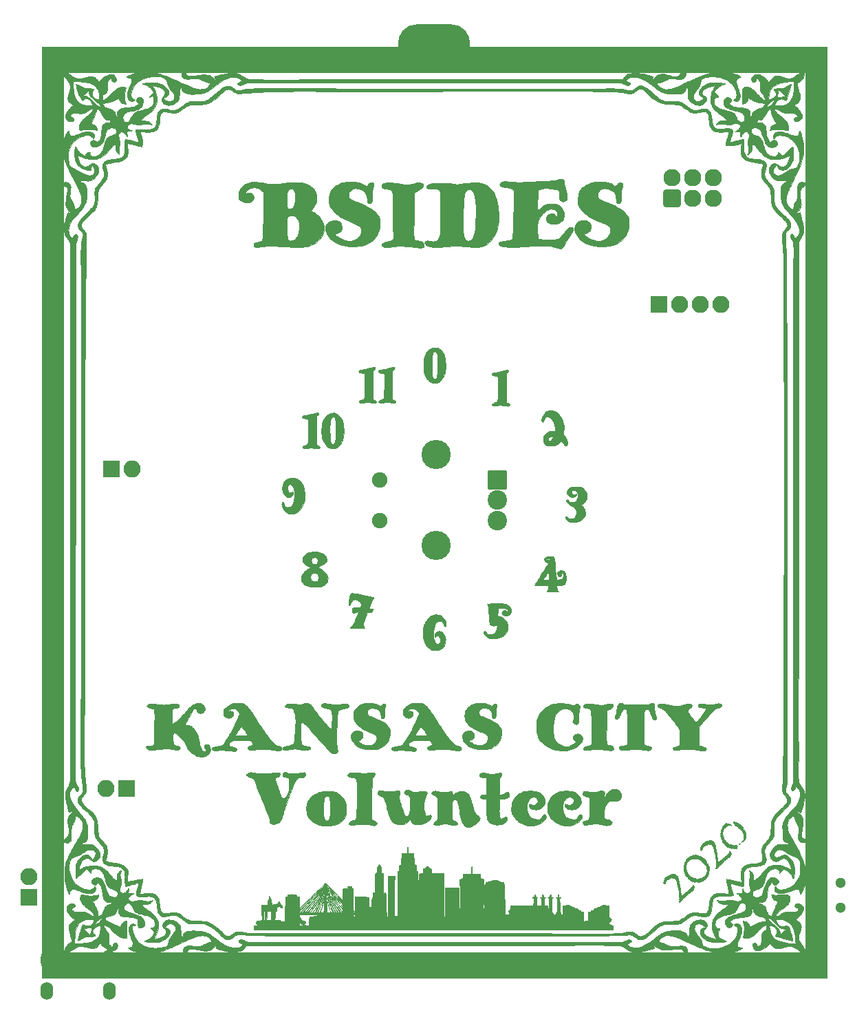
<source format=gbr>
%TF.GenerationSoftware,KiCad,Pcbnew,(6.0.7)*%
%TF.CreationDate,2022-09-02T14:18:50-05:00*%
%TF.ProjectId,BsidesKC-2022-Safe-Badge,42736964-6573-44b4-932d-323032322d53,0-c*%
%TF.SameCoordinates,Original*%
%TF.FileFunction,Soldermask,Top*%
%TF.FilePolarity,Negative*%
%FSLAX46Y46*%
G04 Gerber Fmt 4.6, Leading zero omitted, Abs format (unit mm)*
G04 Created by KiCad (PCBNEW (6.0.7)) date 2022-09-02 14:18:50*
%MOMM*%
%LPD*%
G01*
G04 APERTURE LIST*
G04 Aperture macros list*
%AMRoundRect*
0 Rectangle with rounded corners*
0 $1 Rounding radius*
0 $2 $3 $4 $5 $6 $7 $8 $9 X,Y pos of 4 corners*
0 Add a 4 corners polygon primitive as box body*
4,1,4,$2,$3,$4,$5,$6,$7,$8,$9,$2,$3,0*
0 Add four circle primitives for the rounded corners*
1,1,$1+$1,$2,$3*
1,1,$1+$1,$4,$5*
1,1,$1+$1,$6,$7*
1,1,$1+$1,$8,$9*
0 Add four rect primitives between the rounded corners*
20,1,$1+$1,$2,$3,$4,$5,0*
20,1,$1+$1,$4,$5,$6,$7,0*
20,1,$1+$1,$6,$7,$8,$9,0*
20,1,$1+$1,$8,$9,$2,$3,0*%
G04 Aperture macros list end*
%ADD10C,0.010000*%
%ADD11O,2.127200X2.127200*%
%ADD12RoundRect,0.200000X-0.863600X0.863600X-0.863600X-0.863600X0.863600X-0.863600X0.863600X0.863600X0*%
%ADD13C,2.127200*%
%ADD14O,8.900000X4.900000*%
%ADD15RoundRect,0.200000X-0.850000X0.850000X-0.850000X-0.850000X0.850000X-0.850000X0.850000X0.850000X0*%
%ADD16O,2.100000X2.100000*%
%ADD17RoundRect,0.200000X-0.850000X-0.850000X0.850000X-0.850000X0.850000X0.850000X-0.850000X0.850000X0*%
%ADD18C,1.300000*%
%ADD19RoundRect,0.200000X0.850000X-0.850000X0.850000X0.850000X-0.850000X0.850000X-0.850000X-0.850000X0*%
%ADD20O,1.200000X1.200000*%
%ADD21O,1.850000X2.400000*%
%ADD22O,1.550000X2.200000*%
%ADD23RoundRect,0.200000X1.000000X1.000000X-1.000000X1.000000X-1.000000X-1.000000X1.000000X-1.000000X0*%
%ADD24C,2.400000*%
%ADD25C,3.600000*%
%ADD26C,1.900000*%
G04 APERTURE END LIST*
%TO.C,G\u002A\u002A\u002A*%
G36*
X148348458Y-122582140D02*
G01*
X148559840Y-122624321D01*
X148716014Y-122665636D01*
X148811241Y-122692180D01*
X148886075Y-122709682D01*
X148953575Y-122719510D01*
X149026800Y-122723033D01*
X149118809Y-122721619D01*
X149214417Y-122717865D01*
X149336159Y-122710046D01*
X149483842Y-122696620D01*
X149641699Y-122679234D01*
X149793962Y-122659535D01*
X149847886Y-122651664D01*
X149966586Y-122633808D01*
X150070679Y-122618419D01*
X150152965Y-122606541D01*
X150206244Y-122599216D01*
X150223050Y-122597334D01*
X150249208Y-122617056D01*
X150274833Y-122670584D01*
X150297001Y-122749455D01*
X150312784Y-122845209D01*
X150314559Y-122861917D01*
X150324198Y-122959949D01*
X150334707Y-123022323D01*
X150352759Y-123051552D01*
X150385028Y-123050154D01*
X150438188Y-123020643D01*
X150518913Y-122965535D01*
X150543796Y-122948321D01*
X150771724Y-122803099D01*
X150982728Y-122694615D01*
X151179946Y-122622331D01*
X151366515Y-122585707D01*
X151545575Y-122584203D01*
X151720264Y-122617282D01*
X151893720Y-122684404D01*
X151940884Y-122708366D01*
X152120175Y-122826460D01*
X152270716Y-122974689D01*
X152393384Y-123154110D01*
X152489056Y-123365778D01*
X152491222Y-123371807D01*
X152509320Y-123426372D01*
X152537392Y-123516039D01*
X152573758Y-123635212D01*
X152616737Y-123778297D01*
X152664650Y-123939697D01*
X152715816Y-124113817D01*
X152768555Y-124295061D01*
X152770894Y-124303140D01*
X152823375Y-124482206D01*
X152874471Y-124652254D01*
X152922522Y-124808074D01*
X152965871Y-124944456D01*
X153002857Y-125056189D01*
X153031824Y-125138062D01*
X153051111Y-125184866D01*
X153052307Y-125187164D01*
X153130045Y-125308387D01*
X153232691Y-125426336D01*
X153366479Y-125547758D01*
X153438904Y-125605639D01*
X153555656Y-125703673D01*
X153635131Y-125788992D01*
X153679474Y-125864299D01*
X153691150Y-125922999D01*
X153682290Y-125967039D01*
X153659064Y-126034256D01*
X153626479Y-126110183D01*
X153626094Y-126111000D01*
X153563791Y-126213066D01*
X153470296Y-126327581D01*
X153352584Y-126448678D01*
X153217630Y-126570491D01*
X153072407Y-126687153D01*
X152923890Y-126792798D01*
X152779054Y-126881558D01*
X152644873Y-126947568D01*
X152619552Y-126957667D01*
X152492043Y-126993896D01*
X152356300Y-127011842D01*
X152227724Y-127010437D01*
X152130202Y-126991534D01*
X151966583Y-126916011D01*
X151816039Y-126801309D01*
X151679159Y-126648697D01*
X151556536Y-126459448D01*
X151448760Y-126234833D01*
X151356423Y-125976122D01*
X151280116Y-125684586D01*
X151220429Y-125361498D01*
X151177956Y-125008128D01*
X151171244Y-124929769D01*
X151157127Y-124785364D01*
X151137701Y-124652219D01*
X151110180Y-124515138D01*
X151071777Y-124358923D01*
X151055035Y-124296124D01*
X151007482Y-124125321D01*
X150966463Y-123990402D01*
X150929694Y-123885845D01*
X150894886Y-123806128D01*
X150859753Y-123745731D01*
X150822010Y-123699133D01*
X150798507Y-123676679D01*
X150713298Y-123626555D01*
X150620677Y-123613719D01*
X150527099Y-123635463D01*
X150439015Y-123689077D01*
X150362880Y-123771852D01*
X150305147Y-123881078D01*
X150303916Y-123884337D01*
X150284308Y-123960602D01*
X150267081Y-124077016D01*
X150252357Y-124231456D01*
X150240256Y-124421800D01*
X150230901Y-124645924D01*
X150224411Y-124901705D01*
X150220908Y-125187019D01*
X150220303Y-125350450D01*
X150220787Y-125547241D01*
X150224166Y-125706949D01*
X150232717Y-125834819D01*
X150248716Y-125936097D01*
X150274439Y-126016028D01*
X150312165Y-126079857D01*
X150364168Y-126132830D01*
X150432726Y-126180193D01*
X150520116Y-126227191D01*
X150622000Y-126275973D01*
X150737260Y-126332086D01*
X150819147Y-126378416D01*
X150873845Y-126420257D01*
X150907535Y-126462904D01*
X150926403Y-126511654D01*
X150932524Y-126541882D01*
X150927983Y-126629800D01*
X150884732Y-126702347D01*
X150804439Y-126756864D01*
X150794978Y-126760995D01*
X150711793Y-126780023D01*
X150593997Y-126783260D01*
X150446150Y-126770979D01*
X150272807Y-126743453D01*
X150177500Y-126723950D01*
X149980998Y-126681291D01*
X149820899Y-126647357D01*
X149692376Y-126621266D01*
X149590604Y-126602139D01*
X149510755Y-126589097D01*
X149448004Y-126581259D01*
X149397522Y-126577746D01*
X149373167Y-126577338D01*
X149259008Y-126586435D01*
X149118492Y-126611417D01*
X148963338Y-126649660D01*
X148805260Y-126698542D01*
X148759333Y-126714774D01*
X148624032Y-126753466D01*
X148488000Y-126773379D01*
X148357337Y-126775633D01*
X148238143Y-126761348D01*
X148136516Y-126731643D01*
X148058556Y-126687640D01*
X148010362Y-126630458D01*
X147997333Y-126574846D01*
X148015850Y-126511437D01*
X148068266Y-126436013D01*
X148149883Y-126353946D01*
X148256001Y-126270604D01*
X148275171Y-126257353D01*
X148345551Y-126205298D01*
X148389353Y-126158931D01*
X148417794Y-126104877D01*
X148428586Y-126074432D01*
X148446617Y-126013268D01*
X148461813Y-125947398D01*
X148474353Y-125873025D01*
X148484417Y-125786346D01*
X148492185Y-125683564D01*
X148497836Y-125560877D01*
X148501551Y-125414488D01*
X148503508Y-125240595D01*
X148503889Y-125035399D01*
X148502872Y-124795101D01*
X148500912Y-124545806D01*
X148498647Y-124298031D01*
X148496426Y-124088886D01*
X148493821Y-123914670D01*
X148490402Y-123771682D01*
X148485742Y-123656223D01*
X148479410Y-123564590D01*
X148470979Y-123493084D01*
X148460019Y-123438004D01*
X148446102Y-123395648D01*
X148428798Y-123362317D01*
X148407680Y-123334309D01*
X148382317Y-123307924D01*
X148354399Y-123281460D01*
X148304720Y-123243652D01*
X148228357Y-123196019D01*
X148137378Y-123145779D01*
X148076920Y-123115525D01*
X147944945Y-123048233D01*
X147849632Y-122989189D01*
X147786952Y-122934960D01*
X147752879Y-122882114D01*
X147743333Y-122831207D01*
X147760870Y-122730659D01*
X147812899Y-122653527D01*
X147898546Y-122599961D01*
X148016938Y-122570108D01*
X148167200Y-122564118D01*
X148348458Y-122582140D01*
G37*
D10*
X148348458Y-122582140D02*
X148559840Y-122624321D01*
X148716014Y-122665636D01*
X148811241Y-122692180D01*
X148886075Y-122709682D01*
X148953575Y-122719510D01*
X149026800Y-122723033D01*
X149118809Y-122721619D01*
X149214417Y-122717865D01*
X149336159Y-122710046D01*
X149483842Y-122696620D01*
X149641699Y-122679234D01*
X149793962Y-122659535D01*
X149847886Y-122651664D01*
X149966586Y-122633808D01*
X150070679Y-122618419D01*
X150152965Y-122606541D01*
X150206244Y-122599216D01*
X150223050Y-122597334D01*
X150249208Y-122617056D01*
X150274833Y-122670584D01*
X150297001Y-122749455D01*
X150312784Y-122845209D01*
X150314559Y-122861917D01*
X150324198Y-122959949D01*
X150334707Y-123022323D01*
X150352759Y-123051552D01*
X150385028Y-123050154D01*
X150438188Y-123020643D01*
X150518913Y-122965535D01*
X150543796Y-122948321D01*
X150771724Y-122803099D01*
X150982728Y-122694615D01*
X151179946Y-122622331D01*
X151366515Y-122585707D01*
X151545575Y-122584203D01*
X151720264Y-122617282D01*
X151893720Y-122684404D01*
X151940884Y-122708366D01*
X152120175Y-122826460D01*
X152270716Y-122974689D01*
X152393384Y-123154110D01*
X152489056Y-123365778D01*
X152491222Y-123371807D01*
X152509320Y-123426372D01*
X152537392Y-123516039D01*
X152573758Y-123635212D01*
X152616737Y-123778297D01*
X152664650Y-123939697D01*
X152715816Y-124113817D01*
X152768555Y-124295061D01*
X152770894Y-124303140D01*
X152823375Y-124482206D01*
X152874471Y-124652254D01*
X152922522Y-124808074D01*
X152965871Y-124944456D01*
X153002857Y-125056189D01*
X153031824Y-125138062D01*
X153051111Y-125184866D01*
X153052307Y-125187164D01*
X153130045Y-125308387D01*
X153232691Y-125426336D01*
X153366479Y-125547758D01*
X153438904Y-125605639D01*
X153555656Y-125703673D01*
X153635131Y-125788992D01*
X153679474Y-125864299D01*
X153691150Y-125922999D01*
X153682290Y-125967039D01*
X153659064Y-126034256D01*
X153626479Y-126110183D01*
X153626094Y-126111000D01*
X153563791Y-126213066D01*
X153470296Y-126327581D01*
X153352584Y-126448678D01*
X153217630Y-126570491D01*
X153072407Y-126687153D01*
X152923890Y-126792798D01*
X152779054Y-126881558D01*
X152644873Y-126947568D01*
X152619552Y-126957667D01*
X152492043Y-126993896D01*
X152356300Y-127011842D01*
X152227724Y-127010437D01*
X152130202Y-126991534D01*
X151966583Y-126916011D01*
X151816039Y-126801309D01*
X151679159Y-126648697D01*
X151556536Y-126459448D01*
X151448760Y-126234833D01*
X151356423Y-125976122D01*
X151280116Y-125684586D01*
X151220429Y-125361498D01*
X151177956Y-125008128D01*
X151171244Y-124929769D01*
X151157127Y-124785364D01*
X151137701Y-124652219D01*
X151110180Y-124515138D01*
X151071777Y-124358923D01*
X151055035Y-124296124D01*
X151007482Y-124125321D01*
X150966463Y-123990402D01*
X150929694Y-123885845D01*
X150894886Y-123806128D01*
X150859753Y-123745731D01*
X150822010Y-123699133D01*
X150798507Y-123676679D01*
X150713298Y-123626555D01*
X150620677Y-123613719D01*
X150527099Y-123635463D01*
X150439015Y-123689077D01*
X150362880Y-123771852D01*
X150305147Y-123881078D01*
X150303916Y-123884337D01*
X150284308Y-123960602D01*
X150267081Y-124077016D01*
X150252357Y-124231456D01*
X150240256Y-124421800D01*
X150230901Y-124645924D01*
X150224411Y-124901705D01*
X150220908Y-125187019D01*
X150220303Y-125350450D01*
X150220787Y-125547241D01*
X150224166Y-125706949D01*
X150232717Y-125834819D01*
X150248716Y-125936097D01*
X150274439Y-126016028D01*
X150312165Y-126079857D01*
X150364168Y-126132830D01*
X150432726Y-126180193D01*
X150520116Y-126227191D01*
X150622000Y-126275973D01*
X150737260Y-126332086D01*
X150819147Y-126378416D01*
X150873845Y-126420257D01*
X150907535Y-126462904D01*
X150926403Y-126511654D01*
X150932524Y-126541882D01*
X150927983Y-126629800D01*
X150884732Y-126702347D01*
X150804439Y-126756864D01*
X150794978Y-126760995D01*
X150711793Y-126780023D01*
X150593997Y-126783260D01*
X150446150Y-126770979D01*
X150272807Y-126743453D01*
X150177500Y-126723950D01*
X149980998Y-126681291D01*
X149820899Y-126647357D01*
X149692376Y-126621266D01*
X149590604Y-126602139D01*
X149510755Y-126589097D01*
X149448004Y-126581259D01*
X149397522Y-126577746D01*
X149373167Y-126577338D01*
X149259008Y-126586435D01*
X149118492Y-126611417D01*
X148963338Y-126649660D01*
X148805260Y-126698542D01*
X148759333Y-126714774D01*
X148624032Y-126753466D01*
X148488000Y-126773379D01*
X148357337Y-126775633D01*
X148238143Y-126761348D01*
X148136516Y-126731643D01*
X148058556Y-126687640D01*
X148010362Y-126630458D01*
X147997333Y-126574846D01*
X148015850Y-126511437D01*
X148068266Y-126436013D01*
X148149883Y-126353946D01*
X148256001Y-126270604D01*
X148275171Y-126257353D01*
X148345551Y-126205298D01*
X148389353Y-126158931D01*
X148417794Y-126104877D01*
X148428586Y-126074432D01*
X148446617Y-126013268D01*
X148461813Y-125947398D01*
X148474353Y-125873025D01*
X148484417Y-125786346D01*
X148492185Y-125683564D01*
X148497836Y-125560877D01*
X148501551Y-125414488D01*
X148503508Y-125240595D01*
X148503889Y-125035399D01*
X148502872Y-124795101D01*
X148500912Y-124545806D01*
X148498647Y-124298031D01*
X148496426Y-124088886D01*
X148493821Y-123914670D01*
X148490402Y-123771682D01*
X148485742Y-123656223D01*
X148479410Y-123564590D01*
X148470979Y-123493084D01*
X148460019Y-123438004D01*
X148446102Y-123395648D01*
X148428798Y-123362317D01*
X148407680Y-123334309D01*
X148382317Y-123307924D01*
X148354399Y-123281460D01*
X148304720Y-123243652D01*
X148228357Y-123196019D01*
X148137378Y-123145779D01*
X148076920Y-123115525D01*
X147944945Y-123048233D01*
X147849632Y-122989189D01*
X147786952Y-122934960D01*
X147752879Y-122882114D01*
X147743333Y-122831207D01*
X147760870Y-122730659D01*
X147812899Y-122653527D01*
X147898546Y-122599961D01*
X148016938Y-122570108D01*
X148167200Y-122564118D01*
X148348458Y-122582140D01*
G36*
X160010797Y-122561103D02*
G01*
X160326944Y-122586148D01*
X160609761Y-122636265D01*
X160859882Y-122711796D01*
X161077943Y-122813082D01*
X161264579Y-122940465D01*
X161420426Y-123094287D01*
X161546119Y-123274889D01*
X161642293Y-123482613D01*
X161694898Y-123654258D01*
X161722678Y-123793386D01*
X161727538Y-123910436D01*
X161707877Y-124019902D01*
X161662096Y-124136280D01*
X161635969Y-124188284D01*
X161564589Y-124303300D01*
X161470891Y-124424353D01*
X161364133Y-124541629D01*
X161253576Y-124645312D01*
X161148480Y-124725586D01*
X161103881Y-124752291D01*
X160960885Y-124808918D01*
X160792163Y-124843698D01*
X160608415Y-124856352D01*
X160420341Y-124846601D01*
X160238639Y-124814169D01*
X160120975Y-124777824D01*
X159971161Y-124707167D01*
X159860161Y-124621180D01*
X159786817Y-124518463D01*
X159749967Y-124397616D01*
X159744833Y-124324005D01*
X159747970Y-124251823D01*
X159759680Y-124210004D01*
X159783412Y-124186884D01*
X159785775Y-124185578D01*
X159824110Y-124169629D01*
X159863886Y-124166814D01*
X159914868Y-124179063D01*
X159986821Y-124208307D01*
X160050767Y-124237962D01*
X160160640Y-124287303D01*
X160242779Y-124316305D01*
X160305630Y-124326605D01*
X160357640Y-124319840D01*
X160394560Y-124304580D01*
X160499204Y-124239166D01*
X160600698Y-124155709D01*
X160691148Y-124062688D01*
X160762658Y-123968582D01*
X160807335Y-123881870D01*
X160815700Y-123852292D01*
X160813980Y-123775397D01*
X160786522Y-123681291D01*
X160738509Y-123581675D01*
X160675122Y-123488249D01*
X160634055Y-123442206D01*
X160563887Y-123379344D01*
X160498729Y-123341190D01*
X160420301Y-123317103D01*
X160418521Y-123316702D01*
X160266830Y-123303389D01*
X160119076Y-123330380D01*
X159978578Y-123395649D01*
X159848656Y-123497171D01*
X159732627Y-123632920D01*
X159637546Y-123793250D01*
X159563648Y-123960163D01*
X159513378Y-124119024D01*
X159484134Y-124282860D01*
X159473312Y-124464701D01*
X159475175Y-124606069D01*
X159485893Y-124787155D01*
X159506365Y-124942935D01*
X159540122Y-125089937D01*
X159590697Y-125244691D01*
X159637226Y-125364585D01*
X159716769Y-125532062D01*
X159808632Y-125676537D01*
X159907460Y-125790131D01*
X159953000Y-125829244D01*
X160055311Y-125889775D01*
X160191263Y-125943264D01*
X160352464Y-125987715D01*
X160530522Y-126021127D01*
X160717048Y-126041505D01*
X160867814Y-126047081D01*
X160960232Y-126045890D01*
X161024229Y-126039765D01*
X161073677Y-126025645D01*
X161122446Y-126000472D01*
X161146417Y-125985643D01*
X161201830Y-125944407D01*
X161250605Y-125891935D01*
X161301005Y-125818095D01*
X161345137Y-125742076D01*
X161426975Y-125606353D01*
X161499700Y-125509207D01*
X161562640Y-125451415D01*
X161612037Y-125433667D01*
X161687076Y-125453138D01*
X161756030Y-125504804D01*
X161811622Y-125578543D01*
X161846572Y-125664233D01*
X161853604Y-125751751D01*
X161851409Y-125766569D01*
X161810930Y-125891881D01*
X161734521Y-126023345D01*
X161620399Y-126163765D01*
X161557017Y-126229872D01*
X161336595Y-126423952D01*
X161102056Y-126580035D01*
X160855520Y-126696928D01*
X160599105Y-126773441D01*
X160584896Y-126776425D01*
X160474181Y-126793599D01*
X160333970Y-126807093D01*
X160176982Y-126816427D01*
X160015932Y-126821120D01*
X159863539Y-126820693D01*
X159732518Y-126814664D01*
X159686944Y-126810349D01*
X159355728Y-126754269D01*
X159050062Y-126664874D01*
X158768559Y-126541506D01*
X158509835Y-126383510D01*
X158272504Y-126190228D01*
X158174131Y-126093454D01*
X158011057Y-125906093D01*
X157867833Y-125705873D01*
X157749470Y-125501158D01*
X157660984Y-125300313D01*
X157620150Y-125169084D01*
X157580155Y-124935988D01*
X157570425Y-124683851D01*
X157589870Y-124422070D01*
X157637399Y-124160045D01*
X157711920Y-123907174D01*
X157788095Y-123722310D01*
X157933227Y-123459677D01*
X158105267Y-123229721D01*
X158304159Y-123032488D01*
X158529848Y-122868025D01*
X158782277Y-122736379D01*
X159061389Y-122637595D01*
X159107317Y-122625156D01*
X159203282Y-122602525D01*
X159298005Y-122586005D01*
X159402817Y-122574278D01*
X159529050Y-122566025D01*
X159660683Y-122560790D01*
X160010797Y-122561103D01*
G37*
X160010797Y-122561103D02*
X160326944Y-122586148D01*
X160609761Y-122636265D01*
X160859882Y-122711796D01*
X161077943Y-122813082D01*
X161264579Y-122940465D01*
X161420426Y-123094287D01*
X161546119Y-123274889D01*
X161642293Y-123482613D01*
X161694898Y-123654258D01*
X161722678Y-123793386D01*
X161727538Y-123910436D01*
X161707877Y-124019902D01*
X161662096Y-124136280D01*
X161635969Y-124188284D01*
X161564589Y-124303300D01*
X161470891Y-124424353D01*
X161364133Y-124541629D01*
X161253576Y-124645312D01*
X161148480Y-124725586D01*
X161103881Y-124752291D01*
X160960885Y-124808918D01*
X160792163Y-124843698D01*
X160608415Y-124856352D01*
X160420341Y-124846601D01*
X160238639Y-124814169D01*
X160120975Y-124777824D01*
X159971161Y-124707167D01*
X159860161Y-124621180D01*
X159786817Y-124518463D01*
X159749967Y-124397616D01*
X159744833Y-124324005D01*
X159747970Y-124251823D01*
X159759680Y-124210004D01*
X159783412Y-124186884D01*
X159785775Y-124185578D01*
X159824110Y-124169629D01*
X159863886Y-124166814D01*
X159914868Y-124179063D01*
X159986821Y-124208307D01*
X160050767Y-124237962D01*
X160160640Y-124287303D01*
X160242779Y-124316305D01*
X160305630Y-124326605D01*
X160357640Y-124319840D01*
X160394560Y-124304580D01*
X160499204Y-124239166D01*
X160600698Y-124155709D01*
X160691148Y-124062688D01*
X160762658Y-123968582D01*
X160807335Y-123881870D01*
X160815700Y-123852292D01*
X160813980Y-123775397D01*
X160786522Y-123681291D01*
X160738509Y-123581675D01*
X160675122Y-123488249D01*
X160634055Y-123442206D01*
X160563887Y-123379344D01*
X160498729Y-123341190D01*
X160420301Y-123317103D01*
X160418521Y-123316702D01*
X160266830Y-123303389D01*
X160119076Y-123330380D01*
X159978578Y-123395649D01*
X159848656Y-123497171D01*
X159732627Y-123632920D01*
X159637546Y-123793250D01*
X159563648Y-123960163D01*
X159513378Y-124119024D01*
X159484134Y-124282860D01*
X159473312Y-124464701D01*
X159475175Y-124606069D01*
X159485893Y-124787155D01*
X159506365Y-124942935D01*
X159540122Y-125089937D01*
X159590697Y-125244691D01*
X159637226Y-125364585D01*
X159716769Y-125532062D01*
X159808632Y-125676537D01*
X159907460Y-125790131D01*
X159953000Y-125829244D01*
X160055311Y-125889775D01*
X160191263Y-125943264D01*
X160352464Y-125987715D01*
X160530522Y-126021127D01*
X160717048Y-126041505D01*
X160867814Y-126047081D01*
X160960232Y-126045890D01*
X161024229Y-126039765D01*
X161073677Y-126025645D01*
X161122446Y-126000472D01*
X161146417Y-125985643D01*
X161201830Y-125944407D01*
X161250605Y-125891935D01*
X161301005Y-125818095D01*
X161345137Y-125742076D01*
X161426975Y-125606353D01*
X161499700Y-125509207D01*
X161562640Y-125451415D01*
X161612037Y-125433667D01*
X161687076Y-125453138D01*
X161756030Y-125504804D01*
X161811622Y-125578543D01*
X161846572Y-125664233D01*
X161853604Y-125751751D01*
X161851409Y-125766569D01*
X161810930Y-125891881D01*
X161734521Y-126023345D01*
X161620399Y-126163765D01*
X161557017Y-126229872D01*
X161336595Y-126423952D01*
X161102056Y-126580035D01*
X160855520Y-126696928D01*
X160599105Y-126773441D01*
X160584896Y-126776425D01*
X160474181Y-126793599D01*
X160333970Y-126807093D01*
X160176982Y-126816427D01*
X160015932Y-126821120D01*
X159863539Y-126820693D01*
X159732518Y-126814664D01*
X159686944Y-126810349D01*
X159355728Y-126754269D01*
X159050062Y-126664874D01*
X158768559Y-126541506D01*
X158509835Y-126383510D01*
X158272504Y-126190228D01*
X158174131Y-126093454D01*
X158011057Y-125906093D01*
X157867833Y-125705873D01*
X157749470Y-125501158D01*
X157660984Y-125300313D01*
X157620150Y-125169084D01*
X157580155Y-124935988D01*
X157570425Y-124683851D01*
X157589870Y-124422070D01*
X157637399Y-124160045D01*
X157711920Y-123907174D01*
X157788095Y-123722310D01*
X157933227Y-123459677D01*
X158105267Y-123229721D01*
X158304159Y-123032488D01*
X158529848Y-122868025D01*
X158782277Y-122736379D01*
X159061389Y-122637595D01*
X159107317Y-122625156D01*
X159203282Y-122602525D01*
X159298005Y-122586005D01*
X159402817Y-122574278D01*
X159529050Y-122566025D01*
X159660683Y-122560790D01*
X160010797Y-122561103D01*
G36*
X122947095Y-115486052D02*
G01*
X123042685Y-115327239D01*
X123125540Y-115186721D01*
X123192181Y-115070085D01*
X123239127Y-114982920D01*
X123240780Y-114979664D01*
X123320152Y-114820335D01*
X123407331Y-114641233D01*
X123499017Y-114449475D01*
X123591909Y-114252183D01*
X123682706Y-114056476D01*
X123768108Y-113869473D01*
X123844814Y-113698295D01*
X123909522Y-113550060D01*
X123958933Y-113431890D01*
X123962774Y-113422329D01*
X124015245Y-113286915D01*
X124050491Y-113182475D01*
X124069250Y-113101650D01*
X124072261Y-113037082D01*
X124060266Y-112981413D01*
X124034002Y-112927283D01*
X124015457Y-112898058D01*
X123945804Y-112809411D01*
X123852092Y-112711168D01*
X123746458Y-112614454D01*
X123641039Y-112530395D01*
X123549559Y-112470977D01*
X123487239Y-112439340D01*
X123436437Y-112422628D01*
X123380360Y-112417841D01*
X123302215Y-112421976D01*
X123283850Y-112423493D01*
X123148587Y-112440682D01*
X123041532Y-112469832D01*
X122949070Y-112516350D01*
X122857587Y-112585640D01*
X122842816Y-112598591D01*
X122779912Y-112657891D01*
X122744093Y-112702606D01*
X122728339Y-112743230D01*
X122725503Y-112773989D01*
X122726312Y-112820999D01*
X122735660Y-112831969D01*
X122760665Y-112813167D01*
X122765265Y-112809018D01*
X122853031Y-112753725D01*
X122957759Y-112733484D01*
X123083903Y-112747470D01*
X123089666Y-112748778D01*
X123164660Y-112767917D01*
X123226992Y-112787019D01*
X123257121Y-112799105D01*
X123311412Y-112851465D01*
X123345397Y-112936769D01*
X123358063Y-113050282D01*
X123348398Y-113187267D01*
X123344899Y-113209917D01*
X123328095Y-113266775D01*
X123292833Y-113324224D01*
X123232056Y-113393094D01*
X123212840Y-113412573D01*
X123143377Y-113477764D01*
X123083994Y-113520001D01*
X123018087Y-113549193D01*
X122949256Y-113569882D01*
X122860878Y-113590976D01*
X122790768Y-113598476D01*
X122717519Y-113593550D01*
X122664869Y-113585410D01*
X122518249Y-113540520D01*
X122383285Y-113461801D01*
X122267724Y-113356164D01*
X122179310Y-113230519D01*
X122129877Y-113108022D01*
X122111016Y-112974811D01*
X122117913Y-112827598D01*
X122148706Y-112684462D01*
X122182400Y-112598566D01*
X122267782Y-112463155D01*
X122389410Y-112326693D01*
X122541533Y-112193445D01*
X122718402Y-112067682D01*
X122914265Y-111953669D01*
X123123371Y-111855677D01*
X123247291Y-111808271D01*
X123307069Y-111787994D01*
X123359296Y-111773116D01*
X123412088Y-111762819D01*
X123473561Y-111756285D01*
X123551829Y-111752696D01*
X123655010Y-111751233D01*
X123791219Y-111751081D01*
X123814417Y-111751119D01*
X123957553Y-111751740D01*
X124066972Y-111753583D01*
X124151286Y-111757505D01*
X124219112Y-111764364D01*
X124279061Y-111775017D01*
X124339749Y-111790320D01*
X124406039Y-111809978D01*
X124606110Y-111882869D01*
X124792316Y-111972929D01*
X124953601Y-112074402D01*
X125030011Y-112135022D01*
X125083852Y-112186082D01*
X125143017Y-112250337D01*
X125209318Y-112330363D01*
X125284571Y-112428736D01*
X125370590Y-112548031D01*
X125469188Y-112690825D01*
X125582181Y-112859692D01*
X125711382Y-113057209D01*
X125858606Y-113285950D01*
X126025667Y-113548493D01*
X126025724Y-113548584D01*
X126216915Y-113849661D01*
X126388587Y-114118322D01*
X126543290Y-114358278D01*
X126683569Y-114573241D01*
X126811972Y-114766923D01*
X126931048Y-114943036D01*
X127043342Y-115105290D01*
X127151404Y-115257398D01*
X127257779Y-115403072D01*
X127365016Y-115546022D01*
X127475662Y-115689962D01*
X127592264Y-115838602D01*
X127630647Y-115887007D01*
X127833319Y-116137434D01*
X128016173Y-116353476D01*
X128181102Y-116537090D01*
X128329993Y-116690234D01*
X128464738Y-116814869D01*
X128587225Y-116912952D01*
X128681330Y-116975836D01*
X128767180Y-117020404D01*
X128852055Y-117045706D01*
X128944232Y-117057689D01*
X129085119Y-117079761D01*
X129189456Y-117120423D01*
X129259593Y-117181575D01*
X129297882Y-117265114D01*
X129307167Y-117350624D01*
X129289057Y-117439850D01*
X129234367Y-117509100D01*
X129142553Y-117558884D01*
X129062941Y-117581002D01*
X129004206Y-117590895D01*
X128940487Y-117596180D01*
X128866072Y-117596481D01*
X128775249Y-117591420D01*
X128662303Y-117580622D01*
X128521524Y-117563708D01*
X128347199Y-117540302D01*
X128259417Y-117527994D01*
X128046997Y-117498652D01*
X127866207Y-117475737D01*
X127706936Y-117458606D01*
X127559073Y-117446617D01*
X127412510Y-117439126D01*
X127257135Y-117435491D01*
X127082840Y-117435069D01*
X126879513Y-117437218D01*
X126840832Y-117437800D01*
X126663168Y-117440785D01*
X126520862Y-117443975D01*
X126406940Y-117447930D01*
X126314427Y-117453209D01*
X126236348Y-117460372D01*
X126165731Y-117469978D01*
X126095599Y-117482589D01*
X126018981Y-117498763D01*
X125984000Y-117506570D01*
X125784618Y-117545054D01*
X125611504Y-117565215D01*
X125467895Y-117566937D01*
X125357026Y-117550107D01*
X125306667Y-117530580D01*
X125198725Y-117460441D01*
X125132206Y-117386170D01*
X125106291Y-117306471D01*
X125116944Y-117229227D01*
X125158905Y-117152240D01*
X125231700Y-117088817D01*
X125339695Y-117035757D01*
X125416499Y-117009582D01*
X125526522Y-116974918D01*
X125602051Y-116946323D01*
X125649505Y-116919002D01*
X125675304Y-116888160D01*
X125685868Y-116849000D01*
X125687667Y-116807027D01*
X125667490Y-116672637D01*
X125609842Y-116551977D01*
X125519044Y-116452032D01*
X125433146Y-116395565D01*
X125385589Y-116373429D01*
X125334213Y-116355299D01*
X125274621Y-116340861D01*
X125202416Y-116329800D01*
X125113199Y-116321802D01*
X125002574Y-116316551D01*
X124866143Y-116313732D01*
X124699509Y-116313033D01*
X124498274Y-116314136D01*
X124320925Y-116315971D01*
X124114768Y-116318551D01*
X123946002Y-116321176D01*
X123809687Y-116324125D01*
X123700881Y-116327679D01*
X123614644Y-116332119D01*
X123546033Y-116337725D01*
X123490109Y-116344776D01*
X123441930Y-116353554D01*
X123396556Y-116364339D01*
X123377238Y-116369509D01*
X123187671Y-116434399D01*
X123037327Y-116514561D01*
X122925843Y-116610266D01*
X122852858Y-116721782D01*
X122833565Y-116773504D01*
X122813973Y-116865406D01*
X122810832Y-116947338D01*
X122823902Y-117007963D01*
X122838926Y-117028986D01*
X122869773Y-117042040D01*
X122933757Y-117060710D01*
X123022410Y-117082789D01*
X123127264Y-117106067D01*
X123161717Y-117113179D01*
X123347699Y-117154687D01*
X123494662Y-117196685D01*
X123605901Y-117240991D01*
X123684710Y-117289427D01*
X123734383Y-117343810D01*
X123758214Y-117405961D01*
X123761500Y-117444481D01*
X123741763Y-117529409D01*
X123686151Y-117599363D01*
X123600058Y-117648790D01*
X123548296Y-117663852D01*
X123505188Y-117673301D01*
X123471780Y-117679499D01*
X123440056Y-117681800D01*
X123402001Y-117679558D01*
X123349598Y-117672126D01*
X123274832Y-117658858D01*
X123169686Y-117639108D01*
X123115917Y-117628983D01*
X123032815Y-117614090D01*
X122954772Y-117602102D01*
X122875308Y-117592591D01*
X122787941Y-117585127D01*
X122686190Y-117579282D01*
X122563574Y-117574628D01*
X122413611Y-117570736D01*
X122229821Y-117567178D01*
X122164466Y-117566067D01*
X121949704Y-117563092D01*
X121773646Y-117562032D01*
X121632703Y-117562953D01*
X121523286Y-117565923D01*
X121441805Y-117571007D01*
X121384672Y-117578272D01*
X121372250Y-117580773D01*
X121217416Y-117605062D01*
X121070575Y-117608638D01*
X120942201Y-117591854D01*
X120858634Y-117563426D01*
X120770720Y-117504860D01*
X120720638Y-117436376D01*
X120708894Y-117363557D01*
X120735991Y-117291985D01*
X120802436Y-117227244D01*
X120826836Y-117211862D01*
X120889172Y-117179231D01*
X120954879Y-117153233D01*
X121032423Y-117131766D01*
X121130268Y-117112726D01*
X121256880Y-117094011D01*
X121348500Y-117082270D01*
X121536956Y-117056362D01*
X121689282Y-117028430D01*
X121811679Y-116995835D01*
X121910344Y-116955937D01*
X121991479Y-116906098D01*
X122061281Y-116843676D01*
X122125950Y-116766034D01*
X122141566Y-116744603D01*
X122213743Y-116640601D01*
X122301027Y-116510189D01*
X122399938Y-116358956D01*
X122506996Y-116192490D01*
X122618721Y-116016379D01*
X122731633Y-115836210D01*
X122791621Y-115739334D01*
X123591598Y-115739334D01*
X124332716Y-115739334D01*
X124505077Y-115739031D01*
X124663242Y-115738171D01*
X124802421Y-115736824D01*
X124917826Y-115735063D01*
X125004667Y-115732957D01*
X125058155Y-115730578D01*
X125073833Y-115728327D01*
X125063611Y-115697667D01*
X125035757Y-115638464D01*
X124994492Y-115558432D01*
X124944039Y-115465286D01*
X124888617Y-115366739D01*
X124832447Y-115270505D01*
X124779752Y-115184300D01*
X124755564Y-115146667D01*
X124688323Y-115051187D01*
X124612928Y-114955186D01*
X124535118Y-114864813D01*
X124460631Y-114786221D01*
X124395206Y-114725561D01*
X124344581Y-114688983D01*
X124321157Y-114681000D01*
X124284710Y-114696161D01*
X124233134Y-114742594D01*
X124165225Y-114821721D01*
X124079780Y-114934966D01*
X123975598Y-115083752D01*
X123954425Y-115114917D01*
X123856906Y-115260329D01*
X123780644Y-115377349D01*
X123722069Y-115471877D01*
X123677614Y-115549812D01*
X123643710Y-115617052D01*
X123624744Y-115659959D01*
X123591598Y-115739334D01*
X122791621Y-115739334D01*
X122842251Y-115657572D01*
X122947095Y-115486052D01*
G37*
X122947095Y-115486052D02*
X123042685Y-115327239D01*
X123125540Y-115186721D01*
X123192181Y-115070085D01*
X123239127Y-114982920D01*
X123240780Y-114979664D01*
X123320152Y-114820335D01*
X123407331Y-114641233D01*
X123499017Y-114449475D01*
X123591909Y-114252183D01*
X123682706Y-114056476D01*
X123768108Y-113869473D01*
X123844814Y-113698295D01*
X123909522Y-113550060D01*
X123958933Y-113431890D01*
X123962774Y-113422329D01*
X124015245Y-113286915D01*
X124050491Y-113182475D01*
X124069250Y-113101650D01*
X124072261Y-113037082D01*
X124060266Y-112981413D01*
X124034002Y-112927283D01*
X124015457Y-112898058D01*
X123945804Y-112809411D01*
X123852092Y-112711168D01*
X123746458Y-112614454D01*
X123641039Y-112530395D01*
X123549559Y-112470977D01*
X123487239Y-112439340D01*
X123436437Y-112422628D01*
X123380360Y-112417841D01*
X123302215Y-112421976D01*
X123283850Y-112423493D01*
X123148587Y-112440682D01*
X123041532Y-112469832D01*
X122949070Y-112516350D01*
X122857587Y-112585640D01*
X122842816Y-112598591D01*
X122779912Y-112657891D01*
X122744093Y-112702606D01*
X122728339Y-112743230D01*
X122725503Y-112773989D01*
X122726312Y-112820999D01*
X122735660Y-112831969D01*
X122760665Y-112813167D01*
X122765265Y-112809018D01*
X122853031Y-112753725D01*
X122957759Y-112733484D01*
X123083903Y-112747470D01*
X123089666Y-112748778D01*
X123164660Y-112767917D01*
X123226992Y-112787019D01*
X123257121Y-112799105D01*
X123311412Y-112851465D01*
X123345397Y-112936769D01*
X123358063Y-113050282D01*
X123348398Y-113187267D01*
X123344899Y-113209917D01*
X123328095Y-113266775D01*
X123292833Y-113324224D01*
X123232056Y-113393094D01*
X123212840Y-113412573D01*
X123143377Y-113477764D01*
X123083994Y-113520001D01*
X123018087Y-113549193D01*
X122949256Y-113569882D01*
X122860878Y-113590976D01*
X122790768Y-113598476D01*
X122717519Y-113593550D01*
X122664869Y-113585410D01*
X122518249Y-113540520D01*
X122383285Y-113461801D01*
X122267724Y-113356164D01*
X122179310Y-113230519D01*
X122129877Y-113108022D01*
X122111016Y-112974811D01*
X122117913Y-112827598D01*
X122148706Y-112684462D01*
X122182400Y-112598566D01*
X122267782Y-112463155D01*
X122389410Y-112326693D01*
X122541533Y-112193445D01*
X122718402Y-112067682D01*
X122914265Y-111953669D01*
X123123371Y-111855677D01*
X123247291Y-111808271D01*
X123307069Y-111787994D01*
X123359296Y-111773116D01*
X123412088Y-111762819D01*
X123473561Y-111756285D01*
X123551829Y-111752696D01*
X123655010Y-111751233D01*
X123791219Y-111751081D01*
X123814417Y-111751119D01*
X123957553Y-111751740D01*
X124066972Y-111753583D01*
X124151286Y-111757505D01*
X124219112Y-111764364D01*
X124279061Y-111775017D01*
X124339749Y-111790320D01*
X124406039Y-111809978D01*
X124606110Y-111882869D01*
X124792316Y-111972929D01*
X124953601Y-112074402D01*
X125030011Y-112135022D01*
X125083852Y-112186082D01*
X125143017Y-112250337D01*
X125209318Y-112330363D01*
X125284571Y-112428736D01*
X125370590Y-112548031D01*
X125469188Y-112690825D01*
X125582181Y-112859692D01*
X125711382Y-113057209D01*
X125858606Y-113285950D01*
X126025667Y-113548493D01*
X126025724Y-113548584D01*
X126216915Y-113849661D01*
X126388587Y-114118322D01*
X126543290Y-114358278D01*
X126683569Y-114573241D01*
X126811972Y-114766923D01*
X126931048Y-114943036D01*
X127043342Y-115105290D01*
X127151404Y-115257398D01*
X127257779Y-115403072D01*
X127365016Y-115546022D01*
X127475662Y-115689962D01*
X127592264Y-115838602D01*
X127630647Y-115887007D01*
X127833319Y-116137434D01*
X128016173Y-116353476D01*
X128181102Y-116537090D01*
X128329993Y-116690234D01*
X128464738Y-116814869D01*
X128587225Y-116912952D01*
X128681330Y-116975836D01*
X128767180Y-117020404D01*
X128852055Y-117045706D01*
X128944232Y-117057689D01*
X129085119Y-117079761D01*
X129189456Y-117120423D01*
X129259593Y-117181575D01*
X129297882Y-117265114D01*
X129307167Y-117350624D01*
X129289057Y-117439850D01*
X129234367Y-117509100D01*
X129142553Y-117558884D01*
X129062941Y-117581002D01*
X129004206Y-117590895D01*
X128940487Y-117596180D01*
X128866072Y-117596481D01*
X128775249Y-117591420D01*
X128662303Y-117580622D01*
X128521524Y-117563708D01*
X128347199Y-117540302D01*
X128259417Y-117527994D01*
X128046997Y-117498652D01*
X127866207Y-117475737D01*
X127706936Y-117458606D01*
X127559073Y-117446617D01*
X127412510Y-117439126D01*
X127257135Y-117435491D01*
X127082840Y-117435069D01*
X126879513Y-117437218D01*
X126840832Y-117437800D01*
X126663168Y-117440785D01*
X126520862Y-117443975D01*
X126406940Y-117447930D01*
X126314427Y-117453209D01*
X126236348Y-117460372D01*
X126165731Y-117469978D01*
X126095599Y-117482589D01*
X126018981Y-117498763D01*
X125984000Y-117506570D01*
X125784618Y-117545054D01*
X125611504Y-117565215D01*
X125467895Y-117566937D01*
X125357026Y-117550107D01*
X125306667Y-117530580D01*
X125198725Y-117460441D01*
X125132206Y-117386170D01*
X125106291Y-117306471D01*
X125116944Y-117229227D01*
X125158905Y-117152240D01*
X125231700Y-117088817D01*
X125339695Y-117035757D01*
X125416499Y-117009582D01*
X125526522Y-116974918D01*
X125602051Y-116946323D01*
X125649505Y-116919002D01*
X125675304Y-116888160D01*
X125685868Y-116849000D01*
X125687667Y-116807027D01*
X125667490Y-116672637D01*
X125609842Y-116551977D01*
X125519044Y-116452032D01*
X125433146Y-116395565D01*
X125385589Y-116373429D01*
X125334213Y-116355299D01*
X125274621Y-116340861D01*
X125202416Y-116329800D01*
X125113199Y-116321802D01*
X125002574Y-116316551D01*
X124866143Y-116313732D01*
X124699509Y-116313033D01*
X124498274Y-116314136D01*
X124320925Y-116315971D01*
X124114768Y-116318551D01*
X123946002Y-116321176D01*
X123809687Y-116324125D01*
X123700881Y-116327679D01*
X123614644Y-116332119D01*
X123546033Y-116337725D01*
X123490109Y-116344776D01*
X123441930Y-116353554D01*
X123396556Y-116364339D01*
X123377238Y-116369509D01*
X123187671Y-116434399D01*
X123037327Y-116514561D01*
X122925843Y-116610266D01*
X122852858Y-116721782D01*
X122833565Y-116773504D01*
X122813973Y-116865406D01*
X122810832Y-116947338D01*
X122823902Y-117007963D01*
X122838926Y-117028986D01*
X122869773Y-117042040D01*
X122933757Y-117060710D01*
X123022410Y-117082789D01*
X123127264Y-117106067D01*
X123161717Y-117113179D01*
X123347699Y-117154687D01*
X123494662Y-117196685D01*
X123605901Y-117240991D01*
X123684710Y-117289427D01*
X123734383Y-117343810D01*
X123758214Y-117405961D01*
X123761500Y-117444481D01*
X123741763Y-117529409D01*
X123686151Y-117599363D01*
X123600058Y-117648790D01*
X123548296Y-117663852D01*
X123505188Y-117673301D01*
X123471780Y-117679499D01*
X123440056Y-117681800D01*
X123402001Y-117679558D01*
X123349598Y-117672126D01*
X123274832Y-117658858D01*
X123169686Y-117639108D01*
X123115917Y-117628983D01*
X123032815Y-117614090D01*
X122954772Y-117602102D01*
X122875308Y-117592591D01*
X122787941Y-117585127D01*
X122686190Y-117579282D01*
X122563574Y-117574628D01*
X122413611Y-117570736D01*
X122229821Y-117567178D01*
X122164466Y-117566067D01*
X121949704Y-117563092D01*
X121773646Y-117562032D01*
X121632703Y-117562953D01*
X121523286Y-117565923D01*
X121441805Y-117571007D01*
X121384672Y-117578272D01*
X121372250Y-117580773D01*
X121217416Y-117605062D01*
X121070575Y-117608638D01*
X120942201Y-117591854D01*
X120858634Y-117563426D01*
X120770720Y-117504860D01*
X120720638Y-117436376D01*
X120708894Y-117363557D01*
X120735991Y-117291985D01*
X120802436Y-117227244D01*
X120826836Y-117211862D01*
X120889172Y-117179231D01*
X120954879Y-117153233D01*
X121032423Y-117131766D01*
X121130268Y-117112726D01*
X121256880Y-117094011D01*
X121348500Y-117082270D01*
X121536956Y-117056362D01*
X121689282Y-117028430D01*
X121811679Y-116995835D01*
X121910344Y-116955937D01*
X121991479Y-116906098D01*
X122061281Y-116843676D01*
X122125950Y-116766034D01*
X122141566Y-116744603D01*
X122213743Y-116640601D01*
X122301027Y-116510189D01*
X122399938Y-116358956D01*
X122506996Y-116192490D01*
X122618721Y-116016379D01*
X122731633Y-115836210D01*
X122791621Y-115739334D01*
X123591598Y-115739334D01*
X124332716Y-115739334D01*
X124505077Y-115739031D01*
X124663242Y-115738171D01*
X124802421Y-115736824D01*
X124917826Y-115735063D01*
X125004667Y-115732957D01*
X125058155Y-115730578D01*
X125073833Y-115728327D01*
X125063611Y-115697667D01*
X125035757Y-115638464D01*
X124994492Y-115558432D01*
X124944039Y-115465286D01*
X124888617Y-115366739D01*
X124832447Y-115270505D01*
X124779752Y-115184300D01*
X124755564Y-115146667D01*
X124688323Y-115051187D01*
X124612928Y-114955186D01*
X124535118Y-114864813D01*
X124460631Y-114786221D01*
X124395206Y-114725561D01*
X124344581Y-114688983D01*
X124321157Y-114681000D01*
X124284710Y-114696161D01*
X124233134Y-114742594D01*
X124165225Y-114821721D01*
X124079780Y-114934966D01*
X123975598Y-115083752D01*
X123954425Y-115114917D01*
X123856906Y-115260329D01*
X123780644Y-115377349D01*
X123722069Y-115471877D01*
X123677614Y-115549812D01*
X123643710Y-115617052D01*
X123624744Y-115659959D01*
X123591598Y-115739334D01*
X122791621Y-115739334D01*
X122842251Y-115657572D01*
X122947095Y-115486052D01*
G36*
X132347068Y-124614543D02*
G01*
X132349313Y-124506185D01*
X132353746Y-124422360D01*
X132361274Y-124354167D01*
X132372805Y-124292708D01*
X132389245Y-124229082D01*
X132405445Y-124174250D01*
X132489607Y-123940464D01*
X132593951Y-123733411D01*
X132725406Y-123539621D01*
X132744182Y-123515541D01*
X132926581Y-123316800D01*
X133143759Y-123135784D01*
X133390814Y-122975473D01*
X133662842Y-122838849D01*
X133954941Y-122728891D01*
X134113516Y-122683142D01*
X134316751Y-122635043D01*
X134505458Y-122601262D01*
X134694556Y-122580005D01*
X134898965Y-122569479D01*
X135075083Y-122567556D01*
X135280671Y-122572651D01*
X135457036Y-122588395D01*
X135616445Y-122617013D01*
X135771161Y-122660727D01*
X135933450Y-122721762D01*
X135939558Y-122724298D01*
X136122749Y-122814368D01*
X136311799Y-122932019D01*
X136496668Y-123069359D01*
X136667312Y-123218494D01*
X136813690Y-123371532D01*
X136895562Y-123475658D01*
X137040799Y-123716674D01*
X137150306Y-123978132D01*
X137221801Y-124254527D01*
X137224489Y-124269500D01*
X137242136Y-124420252D01*
X137249185Y-124601022D01*
X137246383Y-124801046D01*
X137234474Y-125009557D01*
X137214207Y-125215790D01*
X137186327Y-125408979D01*
X137151581Y-125578357D01*
X137127794Y-125663935D01*
X137034965Y-125890631D01*
X136907342Y-126093257D01*
X136744983Y-126271768D01*
X136547945Y-126426123D01*
X136316287Y-126556278D01*
X136050067Y-126662192D01*
X135749344Y-126743822D01*
X135614833Y-126770485D01*
X135498691Y-126786770D01*
X135352030Y-126800508D01*
X135184456Y-126811421D01*
X135005575Y-126819234D01*
X134824995Y-126823670D01*
X134652320Y-126824453D01*
X134497158Y-126821306D01*
X134369115Y-126813954D01*
X134313083Y-126807930D01*
X134001640Y-126748591D01*
X133705446Y-126658010D01*
X133428833Y-126538392D01*
X133176136Y-126391947D01*
X132951687Y-126220880D01*
X132759820Y-126027398D01*
X132744207Y-126008851D01*
X132659931Y-125892449D01*
X132574512Y-125748629D01*
X132495087Y-125591490D01*
X132428793Y-125435130D01*
X132383401Y-125296084D01*
X132368549Y-125230610D01*
X132357954Y-125159748D01*
X132351042Y-125075228D01*
X132347243Y-124968778D01*
X132345984Y-124832129D01*
X132346060Y-124783237D01*
X134435396Y-124783237D01*
X134435539Y-124989057D01*
X134438294Y-125185048D01*
X134443725Y-125364998D01*
X134451894Y-125522696D01*
X134462865Y-125651928D01*
X134476700Y-125746484D01*
X134480071Y-125761750D01*
X134529868Y-125919794D01*
X134594352Y-126046502D01*
X134671080Y-126139804D01*
X134757605Y-126197631D01*
X134851481Y-126217912D01*
X134950265Y-126198578D01*
X134980061Y-126184966D01*
X135045994Y-126129655D01*
X135106806Y-126036791D01*
X135159867Y-125911084D01*
X135190351Y-125808576D01*
X135213013Y-125694093D01*
X135232123Y-125545942D01*
X135247645Y-125370524D01*
X135259548Y-125174243D01*
X135267799Y-124963502D01*
X135272363Y-124744704D01*
X135273208Y-124524252D01*
X135270301Y-124308550D01*
X135263608Y-124104000D01*
X135253096Y-123917005D01*
X135238733Y-123753969D01*
X135220485Y-123621294D01*
X135202109Y-123537920D01*
X135147291Y-123400658D01*
X135071911Y-123295577D01*
X134978711Y-123225252D01*
X134870436Y-123192258D01*
X134831391Y-123190000D01*
X134734106Y-123205856D01*
X134653615Y-123254818D01*
X134588195Y-123338973D01*
X134536123Y-123460412D01*
X134502209Y-123589119D01*
X134485841Y-123689799D01*
X134471642Y-123824136D01*
X134459676Y-123985916D01*
X134450004Y-124168929D01*
X134442692Y-124366961D01*
X134437801Y-124573801D01*
X134435396Y-124783237D01*
X132346060Y-124783237D01*
X132346103Y-124756334D01*
X132347068Y-124614543D01*
G37*
X132347068Y-124614543D02*
X132349313Y-124506185D01*
X132353746Y-124422360D01*
X132361274Y-124354167D01*
X132372805Y-124292708D01*
X132389245Y-124229082D01*
X132405445Y-124174250D01*
X132489607Y-123940464D01*
X132593951Y-123733411D01*
X132725406Y-123539621D01*
X132744182Y-123515541D01*
X132926581Y-123316800D01*
X133143759Y-123135784D01*
X133390814Y-122975473D01*
X133662842Y-122838849D01*
X133954941Y-122728891D01*
X134113516Y-122683142D01*
X134316751Y-122635043D01*
X134505458Y-122601262D01*
X134694556Y-122580005D01*
X134898965Y-122569479D01*
X135075083Y-122567556D01*
X135280671Y-122572651D01*
X135457036Y-122588395D01*
X135616445Y-122617013D01*
X135771161Y-122660727D01*
X135933450Y-122721762D01*
X135939558Y-122724298D01*
X136122749Y-122814368D01*
X136311799Y-122932019D01*
X136496668Y-123069359D01*
X136667312Y-123218494D01*
X136813690Y-123371532D01*
X136895562Y-123475658D01*
X137040799Y-123716674D01*
X137150306Y-123978132D01*
X137221801Y-124254527D01*
X137224489Y-124269500D01*
X137242136Y-124420252D01*
X137249185Y-124601022D01*
X137246383Y-124801046D01*
X137234474Y-125009557D01*
X137214207Y-125215790D01*
X137186327Y-125408979D01*
X137151581Y-125578357D01*
X137127794Y-125663935D01*
X137034965Y-125890631D01*
X136907342Y-126093257D01*
X136744983Y-126271768D01*
X136547945Y-126426123D01*
X136316287Y-126556278D01*
X136050067Y-126662192D01*
X135749344Y-126743822D01*
X135614833Y-126770485D01*
X135498691Y-126786770D01*
X135352030Y-126800508D01*
X135184456Y-126811421D01*
X135005575Y-126819234D01*
X134824995Y-126823670D01*
X134652320Y-126824453D01*
X134497158Y-126821306D01*
X134369115Y-126813954D01*
X134313083Y-126807930D01*
X134001640Y-126748591D01*
X133705446Y-126658010D01*
X133428833Y-126538392D01*
X133176136Y-126391947D01*
X132951687Y-126220880D01*
X132759820Y-126027398D01*
X132744207Y-126008851D01*
X132659931Y-125892449D01*
X132574512Y-125748629D01*
X132495087Y-125591490D01*
X132428793Y-125435130D01*
X132383401Y-125296084D01*
X132368549Y-125230610D01*
X132357954Y-125159748D01*
X132351042Y-125075228D01*
X132347243Y-124968778D01*
X132345984Y-124832129D01*
X132346060Y-124783237D01*
X134435396Y-124783237D01*
X134435539Y-124989057D01*
X134438294Y-125185048D01*
X134443725Y-125364998D01*
X134451894Y-125522696D01*
X134462865Y-125651928D01*
X134476700Y-125746484D01*
X134480071Y-125761750D01*
X134529868Y-125919794D01*
X134594352Y-126046502D01*
X134671080Y-126139804D01*
X134757605Y-126197631D01*
X134851481Y-126217912D01*
X134950265Y-126198578D01*
X134980061Y-126184966D01*
X135045994Y-126129655D01*
X135106806Y-126036791D01*
X135159867Y-125911084D01*
X135190351Y-125808576D01*
X135213013Y-125694093D01*
X135232123Y-125545942D01*
X135247645Y-125370524D01*
X135259548Y-125174243D01*
X135267799Y-124963502D01*
X135272363Y-124744704D01*
X135273208Y-124524252D01*
X135270301Y-124308550D01*
X135263608Y-124104000D01*
X135253096Y-123917005D01*
X135238733Y-123753969D01*
X135220485Y-123621294D01*
X135202109Y-123537920D01*
X135147291Y-123400658D01*
X135071911Y-123295577D01*
X134978711Y-123225252D01*
X134870436Y-123192258D01*
X134831391Y-123190000D01*
X134734106Y-123205856D01*
X134653615Y-123254818D01*
X134588195Y-123338973D01*
X134536123Y-123460412D01*
X134502209Y-123589119D01*
X134485841Y-123689799D01*
X134471642Y-123824136D01*
X134459676Y-123985916D01*
X134450004Y-124168929D01*
X134442692Y-124366961D01*
X134437801Y-124573801D01*
X134435396Y-124783237D01*
X132346060Y-124783237D01*
X132346103Y-124756334D01*
X132347068Y-124614543D01*
G36*
X174979366Y-111748437D02*
G01*
X175051558Y-111781753D01*
X175098533Y-111821587D01*
X175164750Y-111887793D01*
X175178354Y-112337188D01*
X175183146Y-112492464D01*
X175187769Y-112613699D01*
X175193490Y-112709162D01*
X175201577Y-112787121D01*
X175213296Y-112855844D01*
X175229915Y-112923600D01*
X175252701Y-112998657D01*
X175282921Y-113089284D01*
X175302372Y-113146417D01*
X175356126Y-113309650D01*
X175393508Y-113438905D01*
X175414531Y-113539240D01*
X175419207Y-113615710D01*
X175407551Y-113673372D01*
X175379576Y-113717280D01*
X175335296Y-113752493D01*
X175304029Y-113769968D01*
X175204043Y-113806822D01*
X175118034Y-113806050D01*
X175040087Y-113767394D01*
X175028275Y-113757934D01*
X174975598Y-113697011D01*
X174917217Y-113600425D01*
X174855881Y-113473997D01*
X174794340Y-113323545D01*
X174735343Y-113154888D01*
X174719312Y-113104084D01*
X174669628Y-112952601D01*
X174623148Y-112834812D01*
X174575702Y-112742725D01*
X174523123Y-112668346D01*
X174461243Y-112603684D01*
X174455723Y-112598652D01*
X174361748Y-112532055D01*
X174269615Y-112506351D01*
X174174040Y-112520706D01*
X174118269Y-112545281D01*
X174055155Y-112586115D01*
X174006959Y-112638687D01*
X173960813Y-112717200D01*
X173958609Y-112721512D01*
X173894750Y-112846940D01*
X173887469Y-113504679D01*
X173886390Y-113648334D01*
X173885870Y-113828082D01*
X173885886Y-114037686D01*
X173886413Y-114270907D01*
X173887428Y-114521509D01*
X173888906Y-114783255D01*
X173890823Y-115049908D01*
X173893155Y-115315231D01*
X173895261Y-115518628D01*
X173910334Y-116874839D01*
X174315292Y-116998720D01*
X174441341Y-117038185D01*
X174554948Y-117075461D01*
X174649314Y-117108181D01*
X174717635Y-117133973D01*
X174753110Y-117150470D01*
X174755066Y-117151901D01*
X174793286Y-117209518D01*
X174803202Y-117285727D01*
X174786245Y-117368988D01*
X174743846Y-117447761D01*
X174714241Y-117481201D01*
X174634452Y-117531786D01*
X174541885Y-117559373D01*
X174479738Y-117570413D01*
X174429269Y-117576096D01*
X174377545Y-117576397D01*
X174311630Y-117571290D01*
X174218592Y-117560752D01*
X174201667Y-117558722D01*
X173921569Y-117525190D01*
X173679121Y-117496716D01*
X173469968Y-117473092D01*
X173289755Y-117454114D01*
X173134126Y-117439577D01*
X172998728Y-117429274D01*
X172879204Y-117423001D01*
X172771199Y-117420553D01*
X172670359Y-117421724D01*
X172572329Y-117426308D01*
X172472753Y-117434101D01*
X172367277Y-117444896D01*
X172251544Y-117458489D01*
X172202922Y-117464476D01*
X172027942Y-117485311D01*
X171883412Y-117500151D01*
X171757979Y-117509676D01*
X171640289Y-117514565D01*
X171518989Y-117515498D01*
X171388005Y-117513289D01*
X171251719Y-117509202D01*
X171149820Y-117504108D01*
X171074362Y-117497061D01*
X171017398Y-117487120D01*
X170970982Y-117473339D01*
X170938216Y-117459874D01*
X170874713Y-117426195D01*
X170838861Y-117389742D01*
X170817417Y-117336802D01*
X170816626Y-117333982D01*
X170798594Y-117257595D01*
X170796930Y-117205686D01*
X170812331Y-117163410D01*
X170825595Y-117142741D01*
X170870775Y-117103446D01*
X170949334Y-117068854D01*
X171063855Y-117038179D01*
X171216922Y-117010638D01*
X171298692Y-116999107D01*
X171440611Y-116979116D01*
X171548392Y-116960380D01*
X171630104Y-116940897D01*
X171693819Y-116918665D01*
X171747606Y-116891683D01*
X171758822Y-116884963D01*
X171824227Y-116844741D01*
X171838111Y-116572496D01*
X171840609Y-116502003D01*
X171842965Y-116393818D01*
X171845139Y-116252584D01*
X171847091Y-116082941D01*
X171848779Y-115889532D01*
X171850162Y-115676997D01*
X171851201Y-115449979D01*
X171851854Y-115213119D01*
X171852081Y-114979278D01*
X171851065Y-114565193D01*
X171847947Y-114192831D01*
X171842705Y-113861634D01*
X171835318Y-113571042D01*
X171825765Y-113320497D01*
X171814023Y-113109439D01*
X171800071Y-112937310D01*
X171783888Y-112803551D01*
X171765452Y-112707603D01*
X171764490Y-112703864D01*
X171722268Y-112611491D01*
X171654780Y-112541108D01*
X171571080Y-112497420D01*
X171480224Y-112485133D01*
X171391268Y-112508954D01*
X171390346Y-112509428D01*
X171332633Y-112556025D01*
X171264855Y-112639841D01*
X171189123Y-112757553D01*
X171107544Y-112905836D01*
X171022230Y-113081366D01*
X171009044Y-113110275D01*
X170931751Y-113275770D01*
X170864575Y-113406898D01*
X170804053Y-113509385D01*
X170746720Y-113588958D01*
X170689110Y-113651345D01*
X170672618Y-113666374D01*
X170621296Y-113706877D01*
X170577963Y-113723124D01*
X170521430Y-113721529D01*
X170499824Y-113718685D01*
X170402725Y-113696996D01*
X170336366Y-113661292D01*
X170299912Y-113608016D01*
X170292525Y-113533614D01*
X170313369Y-113434529D01*
X170361607Y-113307205D01*
X170388793Y-113246695D01*
X170434970Y-113144997D01*
X170465959Y-113067658D01*
X170485395Y-113001116D01*
X170496913Y-112931810D01*
X170504149Y-112846180D01*
X170506462Y-112807750D01*
X170522145Y-112603059D01*
X170544674Y-112432164D01*
X170575817Y-112286832D01*
X170617339Y-112158831D01*
X170671007Y-112039929D01*
X170671361Y-112039243D01*
X170727978Y-111933191D01*
X170774774Y-111859663D01*
X170819565Y-111812701D01*
X170870165Y-111786343D01*
X170934389Y-111774631D01*
X171020052Y-111771603D01*
X171022307Y-111771588D01*
X171109920Y-111772749D01*
X171171184Y-111780188D01*
X171222019Y-111797885D01*
X171278346Y-111829823D01*
X171293399Y-111839375D01*
X171400789Y-111908167D01*
X174494851Y-111908167D01*
X174671050Y-111822072D01*
X174795797Y-111768589D01*
X174896341Y-111744046D01*
X174979366Y-111748437D01*
G37*
X174979366Y-111748437D02*
X175051558Y-111781753D01*
X175098533Y-111821587D01*
X175164750Y-111887793D01*
X175178354Y-112337188D01*
X175183146Y-112492464D01*
X175187769Y-112613699D01*
X175193490Y-112709162D01*
X175201577Y-112787121D01*
X175213296Y-112855844D01*
X175229915Y-112923600D01*
X175252701Y-112998657D01*
X175282921Y-113089284D01*
X175302372Y-113146417D01*
X175356126Y-113309650D01*
X175393508Y-113438905D01*
X175414531Y-113539240D01*
X175419207Y-113615710D01*
X175407551Y-113673372D01*
X175379576Y-113717280D01*
X175335296Y-113752493D01*
X175304029Y-113769968D01*
X175204043Y-113806822D01*
X175118034Y-113806050D01*
X175040087Y-113767394D01*
X175028275Y-113757934D01*
X174975598Y-113697011D01*
X174917217Y-113600425D01*
X174855881Y-113473997D01*
X174794340Y-113323545D01*
X174735343Y-113154888D01*
X174719312Y-113104084D01*
X174669628Y-112952601D01*
X174623148Y-112834812D01*
X174575702Y-112742725D01*
X174523123Y-112668346D01*
X174461243Y-112603684D01*
X174455723Y-112598652D01*
X174361748Y-112532055D01*
X174269615Y-112506351D01*
X174174040Y-112520706D01*
X174118269Y-112545281D01*
X174055155Y-112586115D01*
X174006959Y-112638687D01*
X173960813Y-112717200D01*
X173958609Y-112721512D01*
X173894750Y-112846940D01*
X173887469Y-113504679D01*
X173886390Y-113648334D01*
X173885870Y-113828082D01*
X173885886Y-114037686D01*
X173886413Y-114270907D01*
X173887428Y-114521509D01*
X173888906Y-114783255D01*
X173890823Y-115049908D01*
X173893155Y-115315231D01*
X173895261Y-115518628D01*
X173910334Y-116874839D01*
X174315292Y-116998720D01*
X174441341Y-117038185D01*
X174554948Y-117075461D01*
X174649314Y-117108181D01*
X174717635Y-117133973D01*
X174753110Y-117150470D01*
X174755066Y-117151901D01*
X174793286Y-117209518D01*
X174803202Y-117285727D01*
X174786245Y-117368988D01*
X174743846Y-117447761D01*
X174714241Y-117481201D01*
X174634452Y-117531786D01*
X174541885Y-117559373D01*
X174479738Y-117570413D01*
X174429269Y-117576096D01*
X174377545Y-117576397D01*
X174311630Y-117571290D01*
X174218592Y-117560752D01*
X174201667Y-117558722D01*
X173921569Y-117525190D01*
X173679121Y-117496716D01*
X173469968Y-117473092D01*
X173289755Y-117454114D01*
X173134126Y-117439577D01*
X172998728Y-117429274D01*
X172879204Y-117423001D01*
X172771199Y-117420553D01*
X172670359Y-117421724D01*
X172572329Y-117426308D01*
X172472753Y-117434101D01*
X172367277Y-117444896D01*
X172251544Y-117458489D01*
X172202922Y-117464476D01*
X172027942Y-117485311D01*
X171883412Y-117500151D01*
X171757979Y-117509676D01*
X171640289Y-117514565D01*
X171518989Y-117515498D01*
X171388005Y-117513289D01*
X171251719Y-117509202D01*
X171149820Y-117504108D01*
X171074362Y-117497061D01*
X171017398Y-117487120D01*
X170970982Y-117473339D01*
X170938216Y-117459874D01*
X170874713Y-117426195D01*
X170838861Y-117389742D01*
X170817417Y-117336802D01*
X170816626Y-117333982D01*
X170798594Y-117257595D01*
X170796930Y-117205686D01*
X170812331Y-117163410D01*
X170825595Y-117142741D01*
X170870775Y-117103446D01*
X170949334Y-117068854D01*
X171063855Y-117038179D01*
X171216922Y-117010638D01*
X171298692Y-116999107D01*
X171440611Y-116979116D01*
X171548392Y-116960380D01*
X171630104Y-116940897D01*
X171693819Y-116918665D01*
X171747606Y-116891683D01*
X171758822Y-116884963D01*
X171824227Y-116844741D01*
X171838111Y-116572496D01*
X171840609Y-116502003D01*
X171842965Y-116393818D01*
X171845139Y-116252584D01*
X171847091Y-116082941D01*
X171848779Y-115889532D01*
X171850162Y-115676997D01*
X171851201Y-115449979D01*
X171851854Y-115213119D01*
X171852081Y-114979278D01*
X171851065Y-114565193D01*
X171847947Y-114192831D01*
X171842705Y-113861634D01*
X171835318Y-113571042D01*
X171825765Y-113320497D01*
X171814023Y-113109439D01*
X171800071Y-112937310D01*
X171783888Y-112803551D01*
X171765452Y-112707603D01*
X171764490Y-112703864D01*
X171722268Y-112611491D01*
X171654780Y-112541108D01*
X171571080Y-112497420D01*
X171480224Y-112485133D01*
X171391268Y-112508954D01*
X171390346Y-112509428D01*
X171332633Y-112556025D01*
X171264855Y-112639841D01*
X171189123Y-112757553D01*
X171107544Y-112905836D01*
X171022230Y-113081366D01*
X171009044Y-113110275D01*
X170931751Y-113275770D01*
X170864575Y-113406898D01*
X170804053Y-113509385D01*
X170746720Y-113588958D01*
X170689110Y-113651345D01*
X170672618Y-113666374D01*
X170621296Y-113706877D01*
X170577963Y-113723124D01*
X170521430Y-113721529D01*
X170499824Y-113718685D01*
X170402725Y-113696996D01*
X170336366Y-113661292D01*
X170299912Y-113608016D01*
X170292525Y-113533614D01*
X170313369Y-113434529D01*
X170361607Y-113307205D01*
X170388793Y-113246695D01*
X170434970Y-113144997D01*
X170465959Y-113067658D01*
X170485395Y-113001116D01*
X170496913Y-112931810D01*
X170504149Y-112846180D01*
X170506462Y-112807750D01*
X170522145Y-112603059D01*
X170544674Y-112432164D01*
X170575817Y-112286832D01*
X170617339Y-112158831D01*
X170671007Y-112039929D01*
X170671361Y-112039243D01*
X170727978Y-111933191D01*
X170774774Y-111859663D01*
X170819565Y-111812701D01*
X170870165Y-111786343D01*
X170934389Y-111774631D01*
X171020052Y-111771603D01*
X171022307Y-111771588D01*
X171109920Y-111772749D01*
X171171184Y-111780188D01*
X171222019Y-111797885D01*
X171278346Y-111829823D01*
X171293399Y-111839375D01*
X171400789Y-111908167D01*
X174494851Y-111908167D01*
X174671050Y-111822072D01*
X174795797Y-111768589D01*
X174896341Y-111744046D01*
X174979366Y-111748437D01*
G36*
X156281459Y-120339040D02*
G01*
X156316992Y-120371744D01*
X156337577Y-120401860D01*
X156365842Y-120459497D01*
X156375968Y-120516942D01*
X156366425Y-120582172D01*
X156335682Y-120663166D01*
X156282207Y-120767899D01*
X156259468Y-120808750D01*
X156140059Y-121020417D01*
X156130201Y-122001876D01*
X156128019Y-122236874D01*
X156126649Y-122432913D01*
X156126158Y-122593361D01*
X156126608Y-122721585D01*
X156128063Y-122820955D01*
X156130590Y-122894836D01*
X156134250Y-122946598D01*
X156139110Y-122979608D01*
X156145233Y-122997233D01*
X156149296Y-123001676D01*
X156200093Y-123016508D01*
X156276256Y-123019598D01*
X156362711Y-123011725D01*
X156444386Y-122993669D01*
X156468863Y-122985162D01*
X156530578Y-122955871D01*
X156611004Y-122910933D01*
X156694362Y-122859249D01*
X156707417Y-122850614D01*
X156841006Y-122765392D01*
X156949876Y-122704593D01*
X157031520Y-122669513D01*
X157075191Y-122660834D01*
X157121785Y-122678964D01*
X157175969Y-122726836D01*
X157230168Y-122794667D01*
X157276802Y-122872675D01*
X157308296Y-122951078D01*
X157312343Y-122966972D01*
X157327038Y-123094797D01*
X157307534Y-123202518D01*
X157252489Y-123296726D01*
X157242835Y-123308116D01*
X157151968Y-123387206D01*
X157032905Y-123448040D01*
X156882935Y-123491360D01*
X156699348Y-123517907D01*
X156479434Y-123528420D01*
X156435734Y-123528667D01*
X156316735Y-123529924D01*
X156233971Y-123534110D01*
X156181408Y-123541849D01*
X156153011Y-123553764D01*
X156148209Y-123558358D01*
X156139737Y-123588020D01*
X156130235Y-123654349D01*
X156120054Y-123751703D01*
X156109544Y-123874438D01*
X156099055Y-124016911D01*
X156088936Y-124173478D01*
X156079538Y-124338496D01*
X156071211Y-124506322D01*
X156064306Y-124671313D01*
X156059171Y-124827826D01*
X156056158Y-124970216D01*
X156055503Y-125052667D01*
X156060020Y-125250731D01*
X156073506Y-125432752D01*
X156095083Y-125592307D01*
X156123873Y-125722974D01*
X156159001Y-125818334D01*
X156160510Y-125821293D01*
X156213707Y-125899176D01*
X156277854Y-125955943D01*
X156342502Y-125982921D01*
X156356513Y-125984000D01*
X156400267Y-125973063D01*
X156466443Y-125944056D01*
X156542435Y-125902686D01*
X156560785Y-125891519D01*
X156666389Y-125826507D01*
X156743567Y-125781688D01*
X156799439Y-125754263D01*
X156841124Y-125741435D01*
X156875742Y-125740405D01*
X156910414Y-125748376D01*
X156918443Y-125750956D01*
X156988633Y-125793793D01*
X157033007Y-125862594D01*
X157052211Y-125950277D01*
X157046891Y-126049760D01*
X157017691Y-126153962D01*
X156965258Y-126255801D01*
X156890236Y-126348197D01*
X156861610Y-126374573D01*
X156771513Y-126440176D01*
X156653516Y-126509601D01*
X156520715Y-126576104D01*
X156386202Y-126632940D01*
X156305250Y-126661132D01*
X156187031Y-126688492D01*
X156042788Y-126707394D01*
X155888152Y-126716936D01*
X155738752Y-126716214D01*
X155610218Y-126704325D01*
X155596765Y-126702074D01*
X155380457Y-126651763D01*
X155180753Y-126581960D01*
X155002708Y-126495542D01*
X154851374Y-126395386D01*
X154731807Y-126284368D01*
X154649059Y-126165365D01*
X154647073Y-126161453D01*
X154602796Y-126046547D01*
X154564889Y-125892588D01*
X154533602Y-125702415D01*
X154509182Y-125478862D01*
X154491878Y-125224766D01*
X154481940Y-124942965D01*
X154479614Y-124636293D01*
X154485031Y-124311834D01*
X154489343Y-124156132D01*
X154493421Y-124006647D01*
X154497060Y-123871058D01*
X154500055Y-123757047D01*
X154502201Y-123672296D01*
X154503089Y-123634500D01*
X154506083Y-123496917D01*
X154379083Y-123499284D01*
X154288101Y-123501400D01*
X154180930Y-123504488D01*
X154098859Y-123507241D01*
X153965941Y-123502537D01*
X153867760Y-123476101D01*
X153801630Y-123425992D01*
X153764866Y-123350267D01*
X153754667Y-123258361D01*
X153762670Y-123196414D01*
X153791596Y-123138041D01*
X153832273Y-123085787D01*
X153909880Y-122995121D01*
X154049232Y-123005844D01*
X154149316Y-123015566D01*
X154261636Y-123029423D01*
X154334624Y-123040146D01*
X154408710Y-123050277D01*
X154465122Y-123054573D01*
X154492162Y-123052168D01*
X154492528Y-123051861D01*
X154495646Y-123028189D01*
X154498303Y-122967251D01*
X154500508Y-122874108D01*
X154502268Y-122753824D01*
X154503589Y-122611462D01*
X154504480Y-122452086D01*
X154504948Y-122280758D01*
X154504999Y-122102543D01*
X154504641Y-121922503D01*
X154503882Y-121745701D01*
X154502728Y-121577201D01*
X154501187Y-121422066D01*
X154499267Y-121285359D01*
X154496973Y-121172144D01*
X154494315Y-121087484D01*
X154491298Y-121036441D01*
X154489617Y-121024960D01*
X154476203Y-120991595D01*
X154452963Y-120966445D01*
X154413388Y-120947288D01*
X154350966Y-120931903D01*
X154259186Y-120918069D01*
X154134729Y-120903902D01*
X153960498Y-120879465D01*
X153819633Y-120846874D01*
X153714743Y-120806958D01*
X153648436Y-120760549D01*
X153636289Y-120745228D01*
X153612138Y-120673274D01*
X153622665Y-120594152D01*
X153662804Y-120515268D01*
X153727489Y-120444033D01*
X153811655Y-120387854D01*
X153902645Y-120355685D01*
X153969793Y-120342886D01*
X154031605Y-120336037D01*
X154096471Y-120335735D01*
X154172784Y-120342580D01*
X154268936Y-120357170D01*
X154393318Y-120380103D01*
X154478101Y-120396749D01*
X154586869Y-120417954D01*
X154676526Y-120433791D01*
X154756298Y-120444938D01*
X154835411Y-120452075D01*
X154923091Y-120455884D01*
X155028563Y-120457045D01*
X155161054Y-120456236D01*
X155267629Y-120454957D01*
X155420426Y-120452807D01*
X155538751Y-120450256D01*
X155630463Y-120446442D01*
X155703423Y-120440501D01*
X155765489Y-120431571D01*
X155824520Y-120418789D01*
X155888375Y-120401291D01*
X155963973Y-120378503D01*
X156084176Y-120344004D01*
X156172315Y-120325624D01*
X156235655Y-120323818D01*
X156281459Y-120339040D01*
G37*
X156281459Y-120339040D02*
X156316992Y-120371744D01*
X156337577Y-120401860D01*
X156365842Y-120459497D01*
X156375968Y-120516942D01*
X156366425Y-120582172D01*
X156335682Y-120663166D01*
X156282207Y-120767899D01*
X156259468Y-120808750D01*
X156140059Y-121020417D01*
X156130201Y-122001876D01*
X156128019Y-122236874D01*
X156126649Y-122432913D01*
X156126158Y-122593361D01*
X156126608Y-122721585D01*
X156128063Y-122820955D01*
X156130590Y-122894836D01*
X156134250Y-122946598D01*
X156139110Y-122979608D01*
X156145233Y-122997233D01*
X156149296Y-123001676D01*
X156200093Y-123016508D01*
X156276256Y-123019598D01*
X156362711Y-123011725D01*
X156444386Y-122993669D01*
X156468863Y-122985162D01*
X156530578Y-122955871D01*
X156611004Y-122910933D01*
X156694362Y-122859249D01*
X156707417Y-122850614D01*
X156841006Y-122765392D01*
X156949876Y-122704593D01*
X157031520Y-122669513D01*
X157075191Y-122660834D01*
X157121785Y-122678964D01*
X157175969Y-122726836D01*
X157230168Y-122794667D01*
X157276802Y-122872675D01*
X157308296Y-122951078D01*
X157312343Y-122966972D01*
X157327038Y-123094797D01*
X157307534Y-123202518D01*
X157252489Y-123296726D01*
X157242835Y-123308116D01*
X157151968Y-123387206D01*
X157032905Y-123448040D01*
X156882935Y-123491360D01*
X156699348Y-123517907D01*
X156479434Y-123528420D01*
X156435734Y-123528667D01*
X156316735Y-123529924D01*
X156233971Y-123534110D01*
X156181408Y-123541849D01*
X156153011Y-123553764D01*
X156148209Y-123558358D01*
X156139737Y-123588020D01*
X156130235Y-123654349D01*
X156120054Y-123751703D01*
X156109544Y-123874438D01*
X156099055Y-124016911D01*
X156088936Y-124173478D01*
X156079538Y-124338496D01*
X156071211Y-124506322D01*
X156064306Y-124671313D01*
X156059171Y-124827826D01*
X156056158Y-124970216D01*
X156055503Y-125052667D01*
X156060020Y-125250731D01*
X156073506Y-125432752D01*
X156095083Y-125592307D01*
X156123873Y-125722974D01*
X156159001Y-125818334D01*
X156160510Y-125821293D01*
X156213707Y-125899176D01*
X156277854Y-125955943D01*
X156342502Y-125982921D01*
X156356513Y-125984000D01*
X156400267Y-125973063D01*
X156466443Y-125944056D01*
X156542435Y-125902686D01*
X156560785Y-125891519D01*
X156666389Y-125826507D01*
X156743567Y-125781688D01*
X156799439Y-125754263D01*
X156841124Y-125741435D01*
X156875742Y-125740405D01*
X156910414Y-125748376D01*
X156918443Y-125750956D01*
X156988633Y-125793793D01*
X157033007Y-125862594D01*
X157052211Y-125950277D01*
X157046891Y-126049760D01*
X157017691Y-126153962D01*
X156965258Y-126255801D01*
X156890236Y-126348197D01*
X156861610Y-126374573D01*
X156771513Y-126440176D01*
X156653516Y-126509601D01*
X156520715Y-126576104D01*
X156386202Y-126632940D01*
X156305250Y-126661132D01*
X156187031Y-126688492D01*
X156042788Y-126707394D01*
X155888152Y-126716936D01*
X155738752Y-126716214D01*
X155610218Y-126704325D01*
X155596765Y-126702074D01*
X155380457Y-126651763D01*
X155180753Y-126581960D01*
X155002708Y-126495542D01*
X154851374Y-126395386D01*
X154731807Y-126284368D01*
X154649059Y-126165365D01*
X154647073Y-126161453D01*
X154602796Y-126046547D01*
X154564889Y-125892588D01*
X154533602Y-125702415D01*
X154509182Y-125478862D01*
X154491878Y-125224766D01*
X154481940Y-124942965D01*
X154479614Y-124636293D01*
X154485031Y-124311834D01*
X154489343Y-124156132D01*
X154493421Y-124006647D01*
X154497060Y-123871058D01*
X154500055Y-123757047D01*
X154502201Y-123672296D01*
X154503089Y-123634500D01*
X154506083Y-123496917D01*
X154379083Y-123499284D01*
X154288101Y-123501400D01*
X154180930Y-123504488D01*
X154098859Y-123507241D01*
X153965941Y-123502537D01*
X153867760Y-123476101D01*
X153801630Y-123425992D01*
X153764866Y-123350267D01*
X153754667Y-123258361D01*
X153762670Y-123196414D01*
X153791596Y-123138041D01*
X153832273Y-123085787D01*
X153909880Y-122995121D01*
X154049232Y-123005844D01*
X154149316Y-123015566D01*
X154261636Y-123029423D01*
X154334624Y-123040146D01*
X154408710Y-123050277D01*
X154465122Y-123054573D01*
X154492162Y-123052168D01*
X154492528Y-123051861D01*
X154495646Y-123028189D01*
X154498303Y-122967251D01*
X154500508Y-122874108D01*
X154502268Y-122753824D01*
X154503589Y-122611462D01*
X154504480Y-122452086D01*
X154504948Y-122280758D01*
X154504999Y-122102543D01*
X154504641Y-121922503D01*
X154503882Y-121745701D01*
X154502728Y-121577201D01*
X154501187Y-121422066D01*
X154499267Y-121285359D01*
X154496973Y-121172144D01*
X154494315Y-121087484D01*
X154491298Y-121036441D01*
X154489617Y-121024960D01*
X154476203Y-120991595D01*
X154452963Y-120966445D01*
X154413388Y-120947288D01*
X154350966Y-120931903D01*
X154259186Y-120918069D01*
X154134729Y-120903902D01*
X153960498Y-120879465D01*
X153819633Y-120846874D01*
X153714743Y-120806958D01*
X153648436Y-120760549D01*
X153636289Y-120745228D01*
X153612138Y-120673274D01*
X153622665Y-120594152D01*
X153662804Y-120515268D01*
X153727489Y-120444033D01*
X153811655Y-120387854D01*
X153902645Y-120355685D01*
X153969793Y-120342886D01*
X154031605Y-120336037D01*
X154096471Y-120335735D01*
X154172784Y-120342580D01*
X154268936Y-120357170D01*
X154393318Y-120380103D01*
X154478101Y-120396749D01*
X154586869Y-120417954D01*
X154676526Y-120433791D01*
X154756298Y-120444938D01*
X154835411Y-120452075D01*
X154923091Y-120455884D01*
X155028563Y-120457045D01*
X155161054Y-120456236D01*
X155267629Y-120454957D01*
X155420426Y-120452807D01*
X155538751Y-120450256D01*
X155630463Y-120446442D01*
X155703423Y-120440501D01*
X155765489Y-120431571D01*
X155824520Y-120418789D01*
X155888375Y-120401291D01*
X155963973Y-120378503D01*
X156084176Y-120344004D01*
X156172315Y-120325624D01*
X156235655Y-120323818D01*
X156281459Y-120339040D01*
G36*
X169838752Y-111835410D02*
G01*
X169949184Y-111868248D01*
X170030680Y-111918813D01*
X170080439Y-111983786D01*
X170095661Y-112059850D01*
X170073547Y-112143686D01*
X170029386Y-112211361D01*
X169974597Y-112265519D01*
X169889875Y-112333951D01*
X169782803Y-112411318D01*
X169660963Y-112492283D01*
X169531941Y-112571510D01*
X169455230Y-112615438D01*
X169385380Y-112655960D01*
X169330708Y-112690820D01*
X169301383Y-112713466D01*
X169299585Y-112715733D01*
X169296366Y-112741516D01*
X169293172Y-112806025D01*
X169290027Y-112905652D01*
X169286954Y-113036790D01*
X169283976Y-113195831D01*
X169281116Y-113379168D01*
X169278398Y-113583194D01*
X169275845Y-113804301D01*
X169273479Y-114038881D01*
X169271325Y-114283327D01*
X169269405Y-114534032D01*
X169267742Y-114787388D01*
X169266360Y-115039788D01*
X169265282Y-115287623D01*
X169264531Y-115527288D01*
X169264130Y-115755173D01*
X169264102Y-115967672D01*
X169264471Y-116161178D01*
X169265260Y-116332082D01*
X169266491Y-116476778D01*
X169268189Y-116591657D01*
X169270376Y-116673112D01*
X169273076Y-116717537D01*
X169273833Y-116722430D01*
X169303577Y-116809897D01*
X169347370Y-116878245D01*
X169352038Y-116883129D01*
X169381069Y-116908695D01*
X169413585Y-116925947D01*
X169459349Y-116937336D01*
X169528123Y-116945314D01*
X169626897Y-116952165D01*
X169787544Y-116969298D01*
X169911154Y-116999575D01*
X170001330Y-117044279D01*
X170061673Y-117104692D01*
X170063669Y-117107685D01*
X170085922Y-117157288D01*
X170107743Y-117231180D01*
X170121540Y-117297578D01*
X170132818Y-117401668D01*
X170124227Y-117474102D01*
X170092918Y-117521982D01*
X170036042Y-117552414D01*
X170016996Y-117558267D01*
X169936860Y-117571591D01*
X169829679Y-117577281D01*
X169710043Y-117575364D01*
X169592542Y-117565863D01*
X169534417Y-117557466D01*
X169389267Y-117535322D01*
X169209402Y-117512930D01*
X169002430Y-117491060D01*
X168775956Y-117470486D01*
X168537588Y-117451976D01*
X168405999Y-117443073D01*
X168252450Y-117433386D01*
X168131539Y-117426681D01*
X168033659Y-117423223D01*
X167949200Y-117423280D01*
X167868555Y-117427119D01*
X167782115Y-117435007D01*
X167680273Y-117447209D01*
X167553421Y-117463994D01*
X167527582Y-117467470D01*
X167266810Y-117498943D01*
X167042832Y-117518294D01*
X166856450Y-117525510D01*
X166708471Y-117520574D01*
X166599699Y-117503472D01*
X166549917Y-117485584D01*
X166469433Y-117430218D01*
X166429822Y-117364600D01*
X166430678Y-117287859D01*
X166441834Y-117254868D01*
X166480390Y-117196299D01*
X166545707Y-117146184D01*
X166641729Y-117102712D01*
X166772401Y-117064073D01*
X166930917Y-117030437D01*
X167087286Y-116997106D01*
X167207398Y-116960890D01*
X167297329Y-116919206D01*
X167363155Y-116869469D01*
X167394708Y-116833209D01*
X167402616Y-116823843D01*
X167409623Y-116816689D01*
X167415761Y-116809251D01*
X167421061Y-116799033D01*
X167425556Y-116783541D01*
X167429276Y-116760279D01*
X167432253Y-116726752D01*
X167434519Y-116680464D01*
X167436105Y-116618921D01*
X167437043Y-116539627D01*
X167437365Y-116440087D01*
X167437101Y-116317805D01*
X167436284Y-116170287D01*
X167434945Y-115995037D01*
X167433116Y-115789560D01*
X167430828Y-115551360D01*
X167428113Y-115277942D01*
X167425002Y-114966812D01*
X167422066Y-114670417D01*
X167419003Y-114384669D01*
X167415594Y-114112875D01*
X167411901Y-113858164D01*
X167407992Y-113623665D01*
X167403931Y-113412508D01*
X167399783Y-113227821D01*
X167395614Y-113072733D01*
X167391488Y-112950373D01*
X167387472Y-112863870D01*
X167383630Y-112816353D01*
X167383371Y-112814579D01*
X167347223Y-112673914D01*
X167287910Y-112559520D01*
X167208632Y-112476678D01*
X167161313Y-112448170D01*
X167105141Y-112429266D01*
X167019287Y-112409563D01*
X166916267Y-112391660D01*
X166840909Y-112381622D01*
X166696269Y-112361420D01*
X166588497Y-112337108D01*
X166512151Y-112305970D01*
X166461791Y-112265294D01*
X166431974Y-112212363D01*
X166421457Y-112172416D01*
X166420955Y-112091629D01*
X166454260Y-112021467D01*
X166524359Y-111957816D01*
X166615007Y-111905805D01*
X166683693Y-111873975D01*
X166743313Y-111853088D01*
X166807274Y-111840307D01*
X166888984Y-111832794D01*
X166980322Y-111828511D01*
X167056836Y-111826894D01*
X167135209Y-111828374D01*
X167221886Y-111833576D01*
X167323313Y-111843124D01*
X167445937Y-111857643D01*
X167596202Y-111877757D01*
X167780556Y-111904090D01*
X167819917Y-111909840D01*
X168048712Y-111942610D01*
X168242002Y-111968087D01*
X168405978Y-111986282D01*
X168546834Y-111997204D01*
X168670762Y-112000864D01*
X168783954Y-111997272D01*
X168892605Y-111986437D01*
X169002906Y-111968370D01*
X169121050Y-111943080D01*
X169247100Y-111912142D01*
X169371366Y-111882097D01*
X169489787Y-111856427D01*
X169592718Y-111837008D01*
X169670515Y-111825715D01*
X169702183Y-111823618D01*
X169838752Y-111835410D01*
G37*
X169838752Y-111835410D02*
X169949184Y-111868248D01*
X170030680Y-111918813D01*
X170080439Y-111983786D01*
X170095661Y-112059850D01*
X170073547Y-112143686D01*
X170029386Y-112211361D01*
X169974597Y-112265519D01*
X169889875Y-112333951D01*
X169782803Y-112411318D01*
X169660963Y-112492283D01*
X169531941Y-112571510D01*
X169455230Y-112615438D01*
X169385380Y-112655960D01*
X169330708Y-112690820D01*
X169301383Y-112713466D01*
X169299585Y-112715733D01*
X169296366Y-112741516D01*
X169293172Y-112806025D01*
X169290027Y-112905652D01*
X169286954Y-113036790D01*
X169283976Y-113195831D01*
X169281116Y-113379168D01*
X169278398Y-113583194D01*
X169275845Y-113804301D01*
X169273479Y-114038881D01*
X169271325Y-114283327D01*
X169269405Y-114534032D01*
X169267742Y-114787388D01*
X169266360Y-115039788D01*
X169265282Y-115287623D01*
X169264531Y-115527288D01*
X169264130Y-115755173D01*
X169264102Y-115967672D01*
X169264471Y-116161178D01*
X169265260Y-116332082D01*
X169266491Y-116476778D01*
X169268189Y-116591657D01*
X169270376Y-116673112D01*
X169273076Y-116717537D01*
X169273833Y-116722430D01*
X169303577Y-116809897D01*
X169347370Y-116878245D01*
X169352038Y-116883129D01*
X169381069Y-116908695D01*
X169413585Y-116925947D01*
X169459349Y-116937336D01*
X169528123Y-116945314D01*
X169626897Y-116952165D01*
X169787544Y-116969298D01*
X169911154Y-116999575D01*
X170001330Y-117044279D01*
X170061673Y-117104692D01*
X170063669Y-117107685D01*
X170085922Y-117157288D01*
X170107743Y-117231180D01*
X170121540Y-117297578D01*
X170132818Y-117401668D01*
X170124227Y-117474102D01*
X170092918Y-117521982D01*
X170036042Y-117552414D01*
X170016996Y-117558267D01*
X169936860Y-117571591D01*
X169829679Y-117577281D01*
X169710043Y-117575364D01*
X169592542Y-117565863D01*
X169534417Y-117557466D01*
X169389267Y-117535322D01*
X169209402Y-117512930D01*
X169002430Y-117491060D01*
X168775956Y-117470486D01*
X168537588Y-117451976D01*
X168405999Y-117443073D01*
X168252450Y-117433386D01*
X168131539Y-117426681D01*
X168033659Y-117423223D01*
X167949200Y-117423280D01*
X167868555Y-117427119D01*
X167782115Y-117435007D01*
X167680273Y-117447209D01*
X167553421Y-117463994D01*
X167527582Y-117467470D01*
X167266810Y-117498943D01*
X167042832Y-117518294D01*
X166856450Y-117525510D01*
X166708471Y-117520574D01*
X166599699Y-117503472D01*
X166549917Y-117485584D01*
X166469433Y-117430218D01*
X166429822Y-117364600D01*
X166430678Y-117287859D01*
X166441834Y-117254868D01*
X166480390Y-117196299D01*
X166545707Y-117146184D01*
X166641729Y-117102712D01*
X166772401Y-117064073D01*
X166930917Y-117030437D01*
X167087286Y-116997106D01*
X167207398Y-116960890D01*
X167297329Y-116919206D01*
X167363155Y-116869469D01*
X167394708Y-116833209D01*
X167402616Y-116823843D01*
X167409623Y-116816689D01*
X167415761Y-116809251D01*
X167421061Y-116799033D01*
X167425556Y-116783541D01*
X167429276Y-116760279D01*
X167432253Y-116726752D01*
X167434519Y-116680464D01*
X167436105Y-116618921D01*
X167437043Y-116539627D01*
X167437365Y-116440087D01*
X167437101Y-116317805D01*
X167436284Y-116170287D01*
X167434945Y-115995037D01*
X167433116Y-115789560D01*
X167430828Y-115551360D01*
X167428113Y-115277942D01*
X167425002Y-114966812D01*
X167422066Y-114670417D01*
X167419003Y-114384669D01*
X167415594Y-114112875D01*
X167411901Y-113858164D01*
X167407992Y-113623665D01*
X167403931Y-113412508D01*
X167399783Y-113227821D01*
X167395614Y-113072733D01*
X167391488Y-112950373D01*
X167387472Y-112863870D01*
X167383630Y-112816353D01*
X167383371Y-112814579D01*
X167347223Y-112673914D01*
X167287910Y-112559520D01*
X167208632Y-112476678D01*
X167161313Y-112448170D01*
X167105141Y-112429266D01*
X167019287Y-112409563D01*
X166916267Y-112391660D01*
X166840909Y-112381622D01*
X166696269Y-112361420D01*
X166588497Y-112337108D01*
X166512151Y-112305970D01*
X166461791Y-112265294D01*
X166431974Y-112212363D01*
X166421457Y-112172416D01*
X166420955Y-112091629D01*
X166454260Y-112021467D01*
X166524359Y-111957816D01*
X166615007Y-111905805D01*
X166683693Y-111873975D01*
X166743313Y-111853088D01*
X166807274Y-111840307D01*
X166888984Y-111832794D01*
X166980322Y-111828511D01*
X167056836Y-111826894D01*
X167135209Y-111828374D01*
X167221886Y-111833576D01*
X167323313Y-111843124D01*
X167445937Y-111857643D01*
X167596202Y-111877757D01*
X167780556Y-111904090D01*
X167819917Y-111909840D01*
X168048712Y-111942610D01*
X168242002Y-111968087D01*
X168405978Y-111986282D01*
X168546834Y-111997204D01*
X168670762Y-112000864D01*
X168783954Y-111997272D01*
X168892605Y-111986437D01*
X169002906Y-111968370D01*
X169121050Y-111943080D01*
X169247100Y-111912142D01*
X169371366Y-111882097D01*
X169489787Y-111856427D01*
X169592718Y-111837008D01*
X169670515Y-111825715D01*
X169702183Y-111823618D01*
X169838752Y-111835410D01*
G36*
X183114450Y-111809974D02*
G01*
X183212549Y-111830149D01*
X183298751Y-111858743D01*
X183353859Y-111888901D01*
X183408932Y-111953222D01*
X183437661Y-112031289D01*
X183435662Y-112108356D01*
X183426485Y-112133204D01*
X183394870Y-112182523D01*
X183349233Y-112223160D01*
X183282642Y-112258808D01*
X183188166Y-112293163D01*
X183058871Y-112329918D01*
X183056018Y-112330668D01*
X182947705Y-112361488D01*
X182841883Y-112395743D01*
X182752787Y-112428615D01*
X182706969Y-112448734D01*
X182641055Y-112491393D01*
X182552241Y-112563900D01*
X182443688Y-112662746D01*
X182318556Y-112784418D01*
X182180007Y-112925405D01*
X182031202Y-113082197D01*
X181875302Y-113251280D01*
X181715467Y-113429145D01*
X181554860Y-113612280D01*
X181396641Y-113797174D01*
X181243972Y-113980315D01*
X181100012Y-114158193D01*
X180967924Y-114327295D01*
X180850868Y-114484111D01*
X180765230Y-114605593D01*
X180636333Y-114794770D01*
X180636333Y-115855673D01*
X180636573Y-116108884D01*
X180637339Y-116322601D01*
X180638700Y-116499660D01*
X180640723Y-116642899D01*
X180643478Y-116755154D01*
X180647034Y-116839261D01*
X180651458Y-116898058D01*
X180656819Y-116934381D01*
X180662792Y-116950591D01*
X180692806Y-116969028D01*
X180754898Y-116994008D01*
X180839971Y-117022238D01*
X180937834Y-117050137D01*
X181122878Y-117101746D01*
X181269441Y-117149538D01*
X181380983Y-117195427D01*
X181460968Y-117241330D01*
X181512855Y-117289165D01*
X181540107Y-117340846D01*
X181546500Y-117387081D01*
X181528909Y-117454307D01*
X181482941Y-117525273D01*
X181418798Y-117586295D01*
X181379937Y-117610428D01*
X181337603Y-117628219D01*
X181289802Y-117639696D01*
X181231382Y-117644504D01*
X181157190Y-117642288D01*
X181062074Y-117632693D01*
X180940882Y-117615364D01*
X180788462Y-117589945D01*
X180604583Y-117556982D01*
X180441067Y-117527836D01*
X180276514Y-117499879D01*
X180120037Y-117474560D01*
X179980748Y-117453326D01*
X179867760Y-117437625D01*
X179810833Y-117430872D01*
X179627373Y-117417923D01*
X179413768Y-117413217D01*
X179181311Y-117416344D01*
X178941295Y-117426890D01*
X178705014Y-117444444D01*
X178483762Y-117468593D01*
X178382083Y-117483045D01*
X178174602Y-117513926D01*
X178003871Y-117535827D01*
X177865248Y-117548634D01*
X177754090Y-117552233D01*
X177665752Y-117546510D01*
X177595592Y-117531351D01*
X177538966Y-117506641D01*
X177491231Y-117472268D01*
X177478802Y-117460874D01*
X177430338Y-117395893D01*
X177424072Y-117334249D01*
X177460003Y-117275960D01*
X177466625Y-117269668D01*
X177504066Y-117238405D01*
X177544364Y-117213130D01*
X177596613Y-117189930D01*
X177669907Y-117164890D01*
X177773341Y-117134095D01*
X177798055Y-117127013D01*
X177965747Y-117073131D01*
X178096475Y-117018045D01*
X178188380Y-116962659D01*
X178235435Y-116914737D01*
X178253839Y-116872214D01*
X178269193Y-116803994D01*
X178281652Y-116707617D01*
X178291370Y-116580621D01*
X178298503Y-116420546D01*
X178303204Y-116224931D01*
X178305630Y-115991314D01*
X178306050Y-115792250D01*
X178305187Y-115575217D01*
X178302874Y-115398684D01*
X178299047Y-115260837D01*
X178293641Y-115159867D01*
X178286593Y-115093960D01*
X178280347Y-115066874D01*
X178261584Y-115032339D01*
X178220444Y-114967761D01*
X178159738Y-114877123D01*
X178082276Y-114764409D01*
X177990867Y-114633601D01*
X177888321Y-114488683D01*
X177777449Y-114333637D01*
X177661059Y-114172447D01*
X177541962Y-114009096D01*
X177422969Y-113847567D01*
X177367887Y-113773425D01*
X177244347Y-113612183D01*
X177107818Y-113441855D01*
X176964801Y-113270012D01*
X176821797Y-113104226D01*
X176685310Y-112952065D01*
X176561841Y-112821102D01*
X176480474Y-112740177D01*
X176343600Y-112615563D01*
X176222173Y-112520203D01*
X176107361Y-112448670D01*
X175990332Y-112395538D01*
X175862257Y-112355381D01*
X175848551Y-112351882D01*
X175732794Y-112317897D01*
X175652693Y-112280393D01*
X175601616Y-112233871D01*
X175572931Y-112172833D01*
X175562144Y-112114402D01*
X175558855Y-112052577D01*
X175571726Y-112012451D01*
X175608072Y-111974322D01*
X175616975Y-111966737D01*
X175684841Y-111926894D01*
X175782403Y-111891680D01*
X175897046Y-111864340D01*
X176016153Y-111848122D01*
X176089678Y-111845080D01*
X176223124Y-111852053D01*
X176394857Y-111871933D01*
X176602943Y-111904420D01*
X176845449Y-111949211D01*
X177117127Y-112005291D01*
X177577750Y-112104579D01*
X177948167Y-112092496D01*
X178069123Y-112088272D01*
X178166890Y-112083485D01*
X178250569Y-112076697D01*
X178329264Y-112066466D01*
X178412076Y-112051355D01*
X178508108Y-112029922D01*
X178626462Y-112000730D01*
X178776241Y-111962338D01*
X178784250Y-111960272D01*
X178944534Y-111919506D01*
X179071830Y-111888813D01*
X179173893Y-111866775D01*
X179258477Y-111851976D01*
X179333337Y-111842996D01*
X179406230Y-111838419D01*
X179457945Y-111837107D01*
X179665973Y-111834084D01*
X179727820Y-111903209D01*
X179778396Y-111986520D01*
X179788017Y-112075830D01*
X179757301Y-112169138D01*
X179686864Y-112264445D01*
X179590039Y-112350260D01*
X179452378Y-112460392D01*
X179352325Y-112553627D01*
X179289069Y-112630846D01*
X179261799Y-112692928D01*
X179260500Y-112707327D01*
X179275209Y-112779355D01*
X179317516Y-112876572D01*
X179384689Y-112994634D01*
X179473997Y-113129198D01*
X179582708Y-113275919D01*
X179708091Y-113430451D01*
X179735002Y-113461999D01*
X179794980Y-113534833D01*
X179867746Y-113627761D01*
X179941935Y-113726110D01*
X179980167Y-113778503D01*
X180043190Y-113861145D01*
X180105408Y-113934077D01*
X180158524Y-113988012D01*
X180187162Y-114010274D01*
X180239275Y-114035589D01*
X180281316Y-114037398D01*
X180324745Y-114022890D01*
X180379254Y-113989548D01*
X180452849Y-113928751D01*
X180539325Y-113846987D01*
X180632474Y-113750747D01*
X180726089Y-113646521D01*
X180813963Y-113540800D01*
X180889890Y-113440071D01*
X180909946Y-113411000D01*
X180979955Y-113308721D01*
X181063646Y-113189274D01*
X181149259Y-113069327D01*
X181208683Y-112987667D01*
X181328840Y-112816092D01*
X181416768Y-112671658D01*
X181472570Y-112554184D01*
X181490213Y-112498513D01*
X181492265Y-112451786D01*
X181471370Y-112413912D01*
X181424098Y-112383700D01*
X181347021Y-112359959D01*
X181236711Y-112341498D01*
X181089739Y-112327124D01*
X180975148Y-112319537D01*
X180865067Y-112312828D01*
X180788553Y-112306230D01*
X180736901Y-112297579D01*
X180701408Y-112284708D01*
X180673368Y-112265452D01*
X180644077Y-112237644D01*
X180643443Y-112237010D01*
X180582135Y-112152106D01*
X180558047Y-112062740D01*
X180570575Y-111976583D01*
X180619117Y-111901302D01*
X180673059Y-111859846D01*
X180732519Y-111834505D01*
X180804870Y-111823046D01*
X180897254Y-111825545D01*
X181016809Y-111842079D01*
X181133750Y-111864819D01*
X181288189Y-111893555D01*
X181462986Y-111919877D01*
X181644942Y-111942273D01*
X181820861Y-111959236D01*
X181977545Y-111969256D01*
X182065083Y-111971334D01*
X182157262Y-111967339D01*
X182263596Y-111954416D01*
X182392164Y-111931270D01*
X182551047Y-111896609D01*
X182592735Y-111886871D01*
X182715282Y-111858884D01*
X182828189Y-111834810D01*
X182923057Y-111816308D01*
X182991488Y-111805040D01*
X183020318Y-111802334D01*
X183114450Y-111809974D01*
G37*
X183114450Y-111809974D02*
X183212549Y-111830149D01*
X183298751Y-111858743D01*
X183353859Y-111888901D01*
X183408932Y-111953222D01*
X183437661Y-112031289D01*
X183435662Y-112108356D01*
X183426485Y-112133204D01*
X183394870Y-112182523D01*
X183349233Y-112223160D01*
X183282642Y-112258808D01*
X183188166Y-112293163D01*
X183058871Y-112329918D01*
X183056018Y-112330668D01*
X182947705Y-112361488D01*
X182841883Y-112395743D01*
X182752787Y-112428615D01*
X182706969Y-112448734D01*
X182641055Y-112491393D01*
X182552241Y-112563900D01*
X182443688Y-112662746D01*
X182318556Y-112784418D01*
X182180007Y-112925405D01*
X182031202Y-113082197D01*
X181875302Y-113251280D01*
X181715467Y-113429145D01*
X181554860Y-113612280D01*
X181396641Y-113797174D01*
X181243972Y-113980315D01*
X181100012Y-114158193D01*
X180967924Y-114327295D01*
X180850868Y-114484111D01*
X180765230Y-114605593D01*
X180636333Y-114794770D01*
X180636333Y-115855673D01*
X180636573Y-116108884D01*
X180637339Y-116322601D01*
X180638700Y-116499660D01*
X180640723Y-116642899D01*
X180643478Y-116755154D01*
X180647034Y-116839261D01*
X180651458Y-116898058D01*
X180656819Y-116934381D01*
X180662792Y-116950591D01*
X180692806Y-116969028D01*
X180754898Y-116994008D01*
X180839971Y-117022238D01*
X180937834Y-117050137D01*
X181122878Y-117101746D01*
X181269441Y-117149538D01*
X181380983Y-117195427D01*
X181460968Y-117241330D01*
X181512855Y-117289165D01*
X181540107Y-117340846D01*
X181546500Y-117387081D01*
X181528909Y-117454307D01*
X181482941Y-117525273D01*
X181418798Y-117586295D01*
X181379937Y-117610428D01*
X181337603Y-117628219D01*
X181289802Y-117639696D01*
X181231382Y-117644504D01*
X181157190Y-117642288D01*
X181062074Y-117632693D01*
X180940882Y-117615364D01*
X180788462Y-117589945D01*
X180604583Y-117556982D01*
X180441067Y-117527836D01*
X180276514Y-117499879D01*
X180120037Y-117474560D01*
X179980748Y-117453326D01*
X179867760Y-117437625D01*
X179810833Y-117430872D01*
X179627373Y-117417923D01*
X179413768Y-117413217D01*
X179181311Y-117416344D01*
X178941295Y-117426890D01*
X178705014Y-117444444D01*
X178483762Y-117468593D01*
X178382083Y-117483045D01*
X178174602Y-117513926D01*
X178003871Y-117535827D01*
X177865248Y-117548634D01*
X177754090Y-117552233D01*
X177665752Y-117546510D01*
X177595592Y-117531351D01*
X177538966Y-117506641D01*
X177491231Y-117472268D01*
X177478802Y-117460874D01*
X177430338Y-117395893D01*
X177424072Y-117334249D01*
X177460003Y-117275960D01*
X177466625Y-117269668D01*
X177504066Y-117238405D01*
X177544364Y-117213130D01*
X177596613Y-117189930D01*
X177669907Y-117164890D01*
X177773341Y-117134095D01*
X177798055Y-117127013D01*
X177965747Y-117073131D01*
X178096475Y-117018045D01*
X178188380Y-116962659D01*
X178235435Y-116914737D01*
X178253839Y-116872214D01*
X178269193Y-116803994D01*
X178281652Y-116707617D01*
X178291370Y-116580621D01*
X178298503Y-116420546D01*
X178303204Y-116224931D01*
X178305630Y-115991314D01*
X178306050Y-115792250D01*
X178305187Y-115575217D01*
X178302874Y-115398684D01*
X178299047Y-115260837D01*
X178293641Y-115159867D01*
X178286593Y-115093960D01*
X178280347Y-115066874D01*
X178261584Y-115032339D01*
X178220444Y-114967761D01*
X178159738Y-114877123D01*
X178082276Y-114764409D01*
X177990867Y-114633601D01*
X177888321Y-114488683D01*
X177777449Y-114333637D01*
X177661059Y-114172447D01*
X177541962Y-114009096D01*
X177422969Y-113847567D01*
X177367887Y-113773425D01*
X177244347Y-113612183D01*
X177107818Y-113441855D01*
X176964801Y-113270012D01*
X176821797Y-113104226D01*
X176685310Y-112952065D01*
X176561841Y-112821102D01*
X176480474Y-112740177D01*
X176343600Y-112615563D01*
X176222173Y-112520203D01*
X176107361Y-112448670D01*
X175990332Y-112395538D01*
X175862257Y-112355381D01*
X175848551Y-112351882D01*
X175732794Y-112317897D01*
X175652693Y-112280393D01*
X175601616Y-112233871D01*
X175572931Y-112172833D01*
X175562144Y-112114402D01*
X175558855Y-112052577D01*
X175571726Y-112012451D01*
X175608072Y-111974322D01*
X175616975Y-111966737D01*
X175684841Y-111926894D01*
X175782403Y-111891680D01*
X175897046Y-111864340D01*
X176016153Y-111848122D01*
X176089678Y-111845080D01*
X176223124Y-111852053D01*
X176394857Y-111871933D01*
X176602943Y-111904420D01*
X176845449Y-111949211D01*
X177117127Y-112005291D01*
X177577750Y-112104579D01*
X177948167Y-112092496D01*
X178069123Y-112088272D01*
X178166890Y-112083485D01*
X178250569Y-112076697D01*
X178329264Y-112066466D01*
X178412076Y-112051355D01*
X178508108Y-112029922D01*
X178626462Y-112000730D01*
X178776241Y-111962338D01*
X178784250Y-111960272D01*
X178944534Y-111919506D01*
X179071830Y-111888813D01*
X179173893Y-111866775D01*
X179258477Y-111851976D01*
X179333337Y-111842996D01*
X179406230Y-111838419D01*
X179457945Y-111837107D01*
X179665973Y-111834084D01*
X179727820Y-111903209D01*
X179778396Y-111986520D01*
X179788017Y-112075830D01*
X179757301Y-112169138D01*
X179686864Y-112264445D01*
X179590039Y-112350260D01*
X179452378Y-112460392D01*
X179352325Y-112553627D01*
X179289069Y-112630846D01*
X179261799Y-112692928D01*
X179260500Y-112707327D01*
X179275209Y-112779355D01*
X179317516Y-112876572D01*
X179384689Y-112994634D01*
X179473997Y-113129198D01*
X179582708Y-113275919D01*
X179708091Y-113430451D01*
X179735002Y-113461999D01*
X179794980Y-113534833D01*
X179867746Y-113627761D01*
X179941935Y-113726110D01*
X179980167Y-113778503D01*
X180043190Y-113861145D01*
X180105408Y-113934077D01*
X180158524Y-113988012D01*
X180187162Y-114010274D01*
X180239275Y-114035589D01*
X180281316Y-114037398D01*
X180324745Y-114022890D01*
X180379254Y-113989548D01*
X180452849Y-113928751D01*
X180539325Y-113846987D01*
X180632474Y-113750747D01*
X180726089Y-113646521D01*
X180813963Y-113540800D01*
X180889890Y-113440071D01*
X180909946Y-113411000D01*
X180979955Y-113308721D01*
X181063646Y-113189274D01*
X181149259Y-113069327D01*
X181208683Y-112987667D01*
X181328840Y-112816092D01*
X181416768Y-112671658D01*
X181472570Y-112554184D01*
X181490213Y-112498513D01*
X181492265Y-112451786D01*
X181471370Y-112413912D01*
X181424098Y-112383700D01*
X181347021Y-112359959D01*
X181236711Y-112341498D01*
X181089739Y-112327124D01*
X180975148Y-112319537D01*
X180865067Y-112312828D01*
X180788553Y-112306230D01*
X180736901Y-112297579D01*
X180701408Y-112284708D01*
X180673368Y-112265452D01*
X180644077Y-112237644D01*
X180643443Y-112237010D01*
X180582135Y-112152106D01*
X180558047Y-112062740D01*
X180570575Y-111976583D01*
X180619117Y-111901302D01*
X180673059Y-111859846D01*
X180732519Y-111834505D01*
X180804870Y-111823046D01*
X180897254Y-111825545D01*
X181016809Y-111842079D01*
X181133750Y-111864819D01*
X181288189Y-111893555D01*
X181462986Y-111919877D01*
X181644942Y-111942273D01*
X181820861Y-111959236D01*
X181977545Y-111969256D01*
X182065083Y-111971334D01*
X182157262Y-111967339D01*
X182263596Y-111954416D01*
X182392164Y-111931270D01*
X182551047Y-111896609D01*
X182592735Y-111886871D01*
X182715282Y-111858884D01*
X182828189Y-111834810D01*
X182923057Y-111816308D01*
X182991488Y-111805040D01*
X183020318Y-111802334D01*
X183114450Y-111809974D01*
G36*
X154128342Y-111774339D02*
G01*
X154336958Y-111800223D01*
X154521413Y-111842154D01*
X154687090Y-111901178D01*
X154839373Y-111978339D01*
X154898893Y-112015268D01*
X154976096Y-112062273D01*
X155045377Y-112098326D01*
X155095631Y-112117876D01*
X155108101Y-112119834D01*
X155152135Y-112103319D01*
X155219753Y-112054840D01*
X155308741Y-111975999D01*
X155313313Y-111971667D01*
X155382670Y-111908870D01*
X155444164Y-111858771D01*
X155489461Y-111827870D01*
X155506272Y-111821157D01*
X155617921Y-111828189D01*
X155707339Y-111862613D01*
X155768451Y-111921473D01*
X155785836Y-111957216D01*
X155797296Y-112006919D01*
X155794966Y-112061072D01*
X155776879Y-112129554D01*
X155741070Y-112222246D01*
X155726073Y-112257417D01*
X155708439Y-112299697D01*
X155694978Y-112338706D01*
X155685058Y-112380942D01*
X155678049Y-112432900D01*
X155673320Y-112501079D01*
X155670240Y-112591976D01*
X155668178Y-112712088D01*
X155666503Y-112867912D01*
X155666470Y-112871250D01*
X155663775Y-113056141D01*
X155659133Y-113203947D01*
X155651798Y-113319901D01*
X155641022Y-113409235D01*
X155626060Y-113477180D01*
X155606165Y-113528968D01*
X155580590Y-113569832D01*
X155564014Y-113589351D01*
X155497170Y-113634930D01*
X155409967Y-113659671D01*
X155321278Y-113658639D01*
X155309161Y-113655993D01*
X155256123Y-113622538D01*
X155219524Y-113552346D01*
X155199027Y-113444468D01*
X155194000Y-113329902D01*
X155180788Y-113121189D01*
X155141930Y-112937423D01*
X155078590Y-112781793D01*
X154991934Y-112657484D01*
X154925977Y-112596751D01*
X154836539Y-112540338D01*
X154721788Y-112485330D01*
X154591692Y-112434806D01*
X154456214Y-112391839D01*
X154325321Y-112359507D01*
X154208978Y-112340885D01*
X154117151Y-112339049D01*
X154099231Y-112341566D01*
X153978968Y-112379554D01*
X153856491Y-112444664D01*
X153743625Y-112528454D01*
X153652197Y-112622485D01*
X153604967Y-112694338D01*
X153577287Y-112779884D01*
X153564704Y-112888048D01*
X153568089Y-113001578D01*
X153584916Y-113092047D01*
X153613098Y-113158521D01*
X153660362Y-113221027D01*
X153730343Y-113281866D01*
X153826679Y-113343337D01*
X153953005Y-113407741D01*
X154112958Y-113477379D01*
X154310175Y-113554552D01*
X154324521Y-113559940D01*
X154676834Y-113698095D01*
X154991266Y-113834206D01*
X155267073Y-113967873D01*
X155503513Y-114098693D01*
X155699841Y-114226263D01*
X155855316Y-114350182D01*
X155938662Y-114433658D01*
X156085225Y-114610331D01*
X156197060Y-114774494D01*
X156276763Y-114933611D01*
X156326927Y-115095147D01*
X156350149Y-115266569D01*
X156349023Y-115455342D01*
X156337599Y-115581263D01*
X156318218Y-115698822D01*
X156286176Y-115838519D01*
X156244694Y-115990150D01*
X156196992Y-116143516D01*
X156146292Y-116288415D01*
X156095814Y-116414646D01*
X156048779Y-116512008D01*
X156037744Y-116530955D01*
X155899066Y-116721383D01*
X155726901Y-116893496D01*
X155518848Y-117049385D01*
X155288857Y-117182764D01*
X155131943Y-117261306D01*
X155000422Y-117320498D01*
X154883922Y-117363639D01*
X154772073Y-117394029D01*
X154654500Y-117414966D01*
X154520834Y-117429749D01*
X154509176Y-117430761D01*
X154361059Y-117440548D01*
X154192028Y-117446993D01*
X154012864Y-117450097D01*
X153834352Y-117449859D01*
X153667276Y-117446278D01*
X153522418Y-117439355D01*
X153424511Y-117430806D01*
X153128751Y-117381401D01*
X152840079Y-117304468D01*
X152569260Y-117203383D01*
X152346462Y-117092715D01*
X152175404Y-116978376D01*
X152010164Y-116836320D01*
X151858588Y-116675288D01*
X151728521Y-116504022D01*
X151627809Y-116331263D01*
X151593523Y-116253761D01*
X151570385Y-116186751D01*
X151555635Y-116119065D01*
X151547507Y-116037956D01*
X151544230Y-115930680D01*
X151543953Y-115896657D01*
X151544183Y-115791334D01*
X151547529Y-115716501D01*
X151556054Y-115660327D01*
X151571822Y-115610982D01*
X151596898Y-115556634D01*
X151606626Y-115537428D01*
X151696918Y-115406298D01*
X151819838Y-115301808D01*
X151974658Y-115224530D01*
X152026475Y-115206966D01*
X152108973Y-115184637D01*
X152184871Y-115172705D01*
X152270652Y-115169582D01*
X152375725Y-115173296D01*
X152552079Y-115194271D01*
X152693816Y-115237863D01*
X152803392Y-115306251D01*
X152883262Y-115401615D01*
X152935882Y-115526132D01*
X152963708Y-115681983D01*
X152964959Y-115696144D01*
X152966161Y-115833387D01*
X152941897Y-115946577D01*
X152888318Y-116048061D01*
X152834255Y-116115486D01*
X152711497Y-116221076D01*
X152564677Y-116292134D01*
X152447625Y-116321018D01*
X152388876Y-116336442D01*
X152360928Y-116360131D01*
X152365051Y-116394360D01*
X152402514Y-116441405D01*
X152474585Y-116503542D01*
X152582535Y-116583045D01*
X152600963Y-116595956D01*
X152787157Y-116718322D01*
X152956109Y-116811392D01*
X153117625Y-116878440D01*
X153281507Y-116922737D01*
X153457562Y-116947554D01*
X153655593Y-116956165D01*
X153680583Y-116956265D01*
X153976917Y-116956417D01*
X154141624Y-116877769D01*
X154305815Y-116780586D01*
X154440443Y-116657976D01*
X154551162Y-116504271D01*
X154594596Y-116423641D01*
X154659969Y-116249586D01*
X154687845Y-116071733D01*
X154676905Y-115898607D01*
X154676384Y-115895797D01*
X154652072Y-115826380D01*
X154603747Y-115757366D01*
X154528817Y-115687038D01*
X154424694Y-115613679D01*
X154288787Y-115535573D01*
X154118507Y-115451004D01*
X153911263Y-115358253D01*
X153785192Y-115305042D01*
X153453035Y-115161387D01*
X153160019Y-115021791D01*
X152903389Y-114884236D01*
X152680390Y-114746705D01*
X152488267Y-114607181D01*
X152324267Y-114463644D01*
X152185635Y-114314079D01*
X152069616Y-114156467D01*
X151973455Y-113988791D01*
X151965082Y-113971917D01*
X151883117Y-113779260D01*
X151833830Y-113597140D01*
X151814833Y-113412377D01*
X151823736Y-113211790D01*
X151825071Y-113199276D01*
X151856357Y-112987809D01*
X151900723Y-112797050D01*
X151956064Y-112635034D01*
X151994063Y-112554215D01*
X152088493Y-112415416D01*
X152218481Y-112279522D01*
X152377319Y-112151787D01*
X152558297Y-112037465D01*
X152754706Y-111941810D01*
X152798773Y-111924007D01*
X152952058Y-111868144D01*
X153090824Y-111827233D01*
X153228131Y-111798758D01*
X153377043Y-111780207D01*
X153550623Y-111769065D01*
X153617083Y-111766535D01*
X153890178Y-111763458D01*
X154128342Y-111774339D01*
G37*
X154128342Y-111774339D02*
X154336958Y-111800223D01*
X154521413Y-111842154D01*
X154687090Y-111901178D01*
X154839373Y-111978339D01*
X154898893Y-112015268D01*
X154976096Y-112062273D01*
X155045377Y-112098326D01*
X155095631Y-112117876D01*
X155108101Y-112119834D01*
X155152135Y-112103319D01*
X155219753Y-112054840D01*
X155308741Y-111975999D01*
X155313313Y-111971667D01*
X155382670Y-111908870D01*
X155444164Y-111858771D01*
X155489461Y-111827870D01*
X155506272Y-111821157D01*
X155617921Y-111828189D01*
X155707339Y-111862613D01*
X155768451Y-111921473D01*
X155785836Y-111957216D01*
X155797296Y-112006919D01*
X155794966Y-112061072D01*
X155776879Y-112129554D01*
X155741070Y-112222246D01*
X155726073Y-112257417D01*
X155708439Y-112299697D01*
X155694978Y-112338706D01*
X155685058Y-112380942D01*
X155678049Y-112432900D01*
X155673320Y-112501079D01*
X155670240Y-112591976D01*
X155668178Y-112712088D01*
X155666503Y-112867912D01*
X155666470Y-112871250D01*
X155663775Y-113056141D01*
X155659133Y-113203947D01*
X155651798Y-113319901D01*
X155641022Y-113409235D01*
X155626060Y-113477180D01*
X155606165Y-113528968D01*
X155580590Y-113569832D01*
X155564014Y-113589351D01*
X155497170Y-113634930D01*
X155409967Y-113659671D01*
X155321278Y-113658639D01*
X155309161Y-113655993D01*
X155256123Y-113622538D01*
X155219524Y-113552346D01*
X155199027Y-113444468D01*
X155194000Y-113329902D01*
X155180788Y-113121189D01*
X155141930Y-112937423D01*
X155078590Y-112781793D01*
X154991934Y-112657484D01*
X154925977Y-112596751D01*
X154836539Y-112540338D01*
X154721788Y-112485330D01*
X154591692Y-112434806D01*
X154456214Y-112391839D01*
X154325321Y-112359507D01*
X154208978Y-112340885D01*
X154117151Y-112339049D01*
X154099231Y-112341566D01*
X153978968Y-112379554D01*
X153856491Y-112444664D01*
X153743625Y-112528454D01*
X153652197Y-112622485D01*
X153604967Y-112694338D01*
X153577287Y-112779884D01*
X153564704Y-112888048D01*
X153568089Y-113001578D01*
X153584916Y-113092047D01*
X153613098Y-113158521D01*
X153660362Y-113221027D01*
X153730343Y-113281866D01*
X153826679Y-113343337D01*
X153953005Y-113407741D01*
X154112958Y-113477379D01*
X154310175Y-113554552D01*
X154324521Y-113559940D01*
X154676834Y-113698095D01*
X154991266Y-113834206D01*
X155267073Y-113967873D01*
X155503513Y-114098693D01*
X155699841Y-114226263D01*
X155855316Y-114350182D01*
X155938662Y-114433658D01*
X156085225Y-114610331D01*
X156197060Y-114774494D01*
X156276763Y-114933611D01*
X156326927Y-115095147D01*
X156350149Y-115266569D01*
X156349023Y-115455342D01*
X156337599Y-115581263D01*
X156318218Y-115698822D01*
X156286176Y-115838519D01*
X156244694Y-115990150D01*
X156196992Y-116143516D01*
X156146292Y-116288415D01*
X156095814Y-116414646D01*
X156048779Y-116512008D01*
X156037744Y-116530955D01*
X155899066Y-116721383D01*
X155726901Y-116893496D01*
X155518848Y-117049385D01*
X155288857Y-117182764D01*
X155131943Y-117261306D01*
X155000422Y-117320498D01*
X154883922Y-117363639D01*
X154772073Y-117394029D01*
X154654500Y-117414966D01*
X154520834Y-117429749D01*
X154509176Y-117430761D01*
X154361059Y-117440548D01*
X154192028Y-117446993D01*
X154012864Y-117450097D01*
X153834352Y-117449859D01*
X153667276Y-117446278D01*
X153522418Y-117439355D01*
X153424511Y-117430806D01*
X153128751Y-117381401D01*
X152840079Y-117304468D01*
X152569260Y-117203383D01*
X152346462Y-117092715D01*
X152175404Y-116978376D01*
X152010164Y-116836320D01*
X151858588Y-116675288D01*
X151728521Y-116504022D01*
X151627809Y-116331263D01*
X151593523Y-116253761D01*
X151570385Y-116186751D01*
X151555635Y-116119065D01*
X151547507Y-116037956D01*
X151544230Y-115930680D01*
X151543953Y-115896657D01*
X151544183Y-115791334D01*
X151547529Y-115716501D01*
X151556054Y-115660327D01*
X151571822Y-115610982D01*
X151596898Y-115556634D01*
X151606626Y-115537428D01*
X151696918Y-115406298D01*
X151819838Y-115301808D01*
X151974658Y-115224530D01*
X152026475Y-115206966D01*
X152108973Y-115184637D01*
X152184871Y-115172705D01*
X152270652Y-115169582D01*
X152375725Y-115173296D01*
X152552079Y-115194271D01*
X152693816Y-115237863D01*
X152803392Y-115306251D01*
X152883262Y-115401615D01*
X152935882Y-115526132D01*
X152963708Y-115681983D01*
X152964959Y-115696144D01*
X152966161Y-115833387D01*
X152941897Y-115946577D01*
X152888318Y-116048061D01*
X152834255Y-116115486D01*
X152711497Y-116221076D01*
X152564677Y-116292134D01*
X152447625Y-116321018D01*
X152388876Y-116336442D01*
X152360928Y-116360131D01*
X152365051Y-116394360D01*
X152402514Y-116441405D01*
X152474585Y-116503542D01*
X152582535Y-116583045D01*
X152600963Y-116595956D01*
X152787157Y-116718322D01*
X152956109Y-116811392D01*
X153117625Y-116878440D01*
X153281507Y-116922737D01*
X153457562Y-116947554D01*
X153655593Y-116956165D01*
X153680583Y-116956265D01*
X153976917Y-116956417D01*
X154141624Y-116877769D01*
X154305815Y-116780586D01*
X154440443Y-116657976D01*
X154551162Y-116504271D01*
X154594596Y-116423641D01*
X154659969Y-116249586D01*
X154687845Y-116071733D01*
X154676905Y-115898607D01*
X154676384Y-115895797D01*
X154652072Y-115826380D01*
X154603747Y-115757366D01*
X154528817Y-115687038D01*
X154424694Y-115613679D01*
X154288787Y-115535573D01*
X154118507Y-115451004D01*
X153911263Y-115358253D01*
X153785192Y-115305042D01*
X153453035Y-115161387D01*
X153160019Y-115021791D01*
X152903389Y-114884236D01*
X152680390Y-114746705D01*
X152488267Y-114607181D01*
X152324267Y-114463644D01*
X152185635Y-114314079D01*
X152069616Y-114156467D01*
X151973455Y-113988791D01*
X151965082Y-113971917D01*
X151883117Y-113779260D01*
X151833830Y-113597140D01*
X151814833Y-113412377D01*
X151823736Y-113211790D01*
X151825071Y-113199276D01*
X151856357Y-112987809D01*
X151900723Y-112797050D01*
X151956064Y-112635034D01*
X151994063Y-112554215D01*
X152088493Y-112415416D01*
X152218481Y-112279522D01*
X152377319Y-112151787D01*
X152558297Y-112037465D01*
X152754706Y-111941810D01*
X152798773Y-111924007D01*
X152952058Y-111868144D01*
X153090824Y-111827233D01*
X153228131Y-111798758D01*
X153377043Y-111780207D01*
X153550623Y-111769065D01*
X153617083Y-111766535D01*
X153890178Y-111763458D01*
X154128342Y-111774339D01*
G36*
X145062001Y-115469333D02*
G01*
X145150535Y-115318760D01*
X145231085Y-115176027D01*
X145306339Y-115036639D01*
X145378983Y-114896104D01*
X145451704Y-114749928D01*
X145458696Y-114735621D01*
X145604321Y-114434362D01*
X145735050Y-114157986D01*
X145850214Y-113908058D01*
X145949144Y-113686142D01*
X146031171Y-113493802D01*
X146095626Y-113332601D01*
X146141840Y-113204104D01*
X146169145Y-113109874D01*
X146177000Y-113056235D01*
X146158420Y-112979385D01*
X146103732Y-112885482D01*
X146014516Y-112776757D01*
X145895296Y-112658151D01*
X145784695Y-112560813D01*
X145692528Y-112492242D01*
X145610291Y-112448550D01*
X145529477Y-112425850D01*
X145441581Y-112420253D01*
X145381913Y-112423487D01*
X145244181Y-112441219D01*
X145135011Y-112471458D01*
X145041266Y-112519430D01*
X144949804Y-112590362D01*
X144939849Y-112599307D01*
X144876341Y-112661276D01*
X144840690Y-112709097D01*
X144826065Y-112752893D01*
X144824616Y-112770071D01*
X144822333Y-112838224D01*
X144899370Y-112785946D01*
X144964476Y-112749036D01*
X145029459Y-112731408D01*
X145105441Y-112732495D01*
X145203545Y-112751728D01*
X145262356Y-112767406D01*
X145353373Y-112806835D01*
X145415398Y-112867938D01*
X145449863Y-112954178D01*
X145458202Y-113069019D01*
X145443591Y-113205590D01*
X145414426Y-113282436D01*
X145356225Y-113366551D01*
X145278370Y-113447429D01*
X145190245Y-113514559D01*
X145145357Y-113539638D01*
X145033650Y-113576146D01*
X144903036Y-113591734D01*
X144769802Y-113586305D01*
X144650236Y-113559763D01*
X144609067Y-113542814D01*
X144459795Y-113448238D01*
X144339636Y-113326217D01*
X144281909Y-113238678D01*
X144251916Y-113180692D01*
X144233316Y-113129900D01*
X144223436Y-113072916D01*
X144219602Y-112996357D01*
X144219083Y-112924167D01*
X144220531Y-112823748D01*
X144226667Y-112751308D01*
X144240177Y-112692540D01*
X144263748Y-112633135D01*
X144280223Y-112598566D01*
X144361811Y-112469766D01*
X144478708Y-112338190D01*
X144624538Y-112208432D01*
X144792922Y-112085089D01*
X144977483Y-111972755D01*
X145171845Y-111876026D01*
X145369630Y-111799499D01*
X145404417Y-111788434D01*
X145459164Y-111773851D01*
X145519127Y-111763362D01*
X145592123Y-111756399D01*
X145685972Y-111752395D01*
X145808490Y-111750783D01*
X145923000Y-111750799D01*
X146064615Y-111751704D01*
X146172766Y-111753886D01*
X146256319Y-111758249D01*
X146324140Y-111765699D01*
X146385098Y-111777142D01*
X146448058Y-111793484D01*
X146504039Y-111810145D01*
X146708957Y-111884907D01*
X146898346Y-111977512D01*
X147061702Y-112082439D01*
X147134825Y-112141772D01*
X147188459Y-112193105D01*
X147246420Y-112256022D01*
X147310604Y-112333221D01*
X147382905Y-112427396D01*
X147465222Y-112541245D01*
X147559450Y-112677464D01*
X147667485Y-112838748D01*
X147791223Y-113027795D01*
X147932562Y-113247301D01*
X148093396Y-113499962D01*
X148124192Y-113548584D01*
X148243118Y-113735970D01*
X148364341Y-113926054D01*
X148484092Y-114112987D01*
X148598603Y-114290920D01*
X148704103Y-114454005D01*
X148796825Y-114596395D01*
X148872998Y-114712239D01*
X148908583Y-114765667D01*
X149076013Y-115010082D01*
X149250780Y-115255623D01*
X149429692Y-115498342D01*
X149609558Y-115734289D01*
X149787186Y-115959515D01*
X149959386Y-116170071D01*
X150122966Y-116362007D01*
X150274735Y-116531374D01*
X150411501Y-116674223D01*
X150530073Y-116786605D01*
X150567678Y-116818834D01*
X150682900Y-116910113D01*
X150778529Y-116974995D01*
X150863782Y-117018105D01*
X150947876Y-117044064D01*
X151040028Y-117057496D01*
X151044196Y-117057853D01*
X151184706Y-117080063D01*
X151288735Y-117121167D01*
X151358540Y-117183001D01*
X151396383Y-117267396D01*
X151405167Y-117350624D01*
X151387057Y-117439850D01*
X151332367Y-117509100D01*
X151240553Y-117558884D01*
X151160941Y-117581002D01*
X151102206Y-117590895D01*
X151038487Y-117596180D01*
X150964072Y-117596481D01*
X150873249Y-117591420D01*
X150760303Y-117580622D01*
X150619524Y-117563708D01*
X150445199Y-117540302D01*
X150357417Y-117527994D01*
X150145192Y-117498674D01*
X149964624Y-117475774D01*
X149805630Y-117458654D01*
X149658126Y-117446675D01*
X149512027Y-117439197D01*
X149357251Y-117435582D01*
X149183713Y-117435188D01*
X148981330Y-117437378D01*
X148938832Y-117438033D01*
X148761079Y-117441092D01*
X148618678Y-117444346D01*
X148504650Y-117448359D01*
X148412015Y-117453690D01*
X148333795Y-117460903D01*
X148263009Y-117470558D01*
X148192679Y-117483217D01*
X148115824Y-117499442D01*
X148082000Y-117506987D01*
X147863211Y-117548757D01*
X147679983Y-117567616D01*
X147532279Y-117563564D01*
X147420063Y-117536603D01*
X147394083Y-117524462D01*
X147290468Y-117454886D01*
X147226449Y-117379049D01*
X147202978Y-117298523D01*
X147215037Y-117229088D01*
X147246945Y-117165987D01*
X147293869Y-117115323D01*
X147363472Y-117071646D01*
X147463418Y-117029505D01*
X147526684Y-117007467D01*
X147638707Y-116968293D01*
X147715498Y-116934800D01*
X147762681Y-116901592D01*
X147785883Y-116863272D01*
X147790730Y-116814442D01*
X147784535Y-116760102D01*
X147746198Y-116620888D01*
X147678458Y-116509491D01*
X147579303Y-116424019D01*
X147446725Y-116362583D01*
X147329625Y-116332205D01*
X147264987Y-116324435D01*
X147164651Y-116318634D01*
X147034991Y-116314707D01*
X146882375Y-116312557D01*
X146713175Y-116312088D01*
X146533763Y-116313202D01*
X146350508Y-116315803D01*
X146169782Y-116319795D01*
X145997957Y-116325081D01*
X145841401Y-116331564D01*
X145706488Y-116339149D01*
X145599587Y-116347737D01*
X145527069Y-116357234D01*
X145515202Y-116359705D01*
X145321173Y-116419096D01*
X145163560Y-116497026D01*
X145042970Y-116592925D01*
X144960008Y-116706225D01*
X144915281Y-116836358D01*
X144907000Y-116929823D01*
X144915032Y-116987028D01*
X144934601Y-117026833D01*
X144936926Y-117028986D01*
X144967773Y-117042040D01*
X145031757Y-117060710D01*
X145120410Y-117082789D01*
X145225264Y-117106067D01*
X145259717Y-117113179D01*
X145445699Y-117154687D01*
X145592662Y-117196685D01*
X145703901Y-117240991D01*
X145782710Y-117289427D01*
X145832383Y-117343810D01*
X145856214Y-117405961D01*
X145859500Y-117444481D01*
X145839763Y-117529409D01*
X145784151Y-117599363D01*
X145698058Y-117648790D01*
X145646296Y-117663852D01*
X145603188Y-117673301D01*
X145569780Y-117679499D01*
X145538056Y-117681800D01*
X145500001Y-117679558D01*
X145447598Y-117672126D01*
X145372832Y-117658858D01*
X145267686Y-117639108D01*
X145213917Y-117628983D01*
X145130815Y-117614090D01*
X145052772Y-117602102D01*
X144973308Y-117592591D01*
X144885941Y-117585127D01*
X144784190Y-117579282D01*
X144661574Y-117574628D01*
X144511611Y-117570736D01*
X144327821Y-117567178D01*
X144262466Y-117566067D01*
X144047704Y-117563092D01*
X143871646Y-117562032D01*
X143730703Y-117562953D01*
X143621286Y-117565923D01*
X143539805Y-117571007D01*
X143482672Y-117578272D01*
X143470250Y-117580773D01*
X143315416Y-117605062D01*
X143168575Y-117608638D01*
X143040201Y-117591854D01*
X142956634Y-117563426D01*
X142868720Y-117504860D01*
X142818638Y-117436376D01*
X142806894Y-117363557D01*
X142833991Y-117291985D01*
X142900436Y-117227244D01*
X142924836Y-117211862D01*
X142987086Y-117179271D01*
X143052708Y-117153291D01*
X143130159Y-117131818D01*
X143227898Y-117112749D01*
X143354382Y-117093981D01*
X143446500Y-117082124D01*
X143627895Y-117058335D01*
X143774221Y-117034060D01*
X143892566Y-117004973D01*
X143990019Y-116966751D01*
X144073669Y-116915068D01*
X144150605Y-116845600D01*
X144227917Y-116754022D01*
X144312694Y-116636011D01*
X144405551Y-116497073D01*
X144574301Y-116239896D01*
X144721634Y-116013028D01*
X144850237Y-115811974D01*
X144895728Y-115739334D01*
X145689598Y-115739334D01*
X146430716Y-115739334D01*
X146603053Y-115738897D01*
X146761172Y-115737657D01*
X146900290Y-115735715D01*
X147015620Y-115733174D01*
X147102378Y-115730137D01*
X147155779Y-115726706D01*
X147171379Y-115723459D01*
X147160938Y-115694148D01*
X147133161Y-115636181D01*
X147092306Y-115557316D01*
X147042628Y-115465310D01*
X146988383Y-115367921D01*
X146933828Y-115272906D01*
X146883218Y-115188022D01*
X146841032Y-115121360D01*
X146782606Y-115040093D01*
X146713372Y-114954012D01*
X146639535Y-114869686D01*
X146567304Y-114793683D01*
X146502885Y-114732573D01*
X146452484Y-114692925D01*
X146424959Y-114681000D01*
X146392731Y-114695471D01*
X146345744Y-114732539D01*
X146314614Y-114762915D01*
X146255330Y-114832469D01*
X146181358Y-114929826D01*
X146098152Y-115046707D01*
X146011165Y-115174834D01*
X145925853Y-115305929D01*
X145847669Y-115431713D01*
X145782068Y-115543907D01*
X145734504Y-115634233D01*
X145721317Y-115663421D01*
X145689598Y-115739334D01*
X144895728Y-115739334D01*
X144962798Y-115632240D01*
X145062001Y-115469333D01*
G37*
X145062001Y-115469333D02*
X145150535Y-115318760D01*
X145231085Y-115176027D01*
X145306339Y-115036639D01*
X145378983Y-114896104D01*
X145451704Y-114749928D01*
X145458696Y-114735621D01*
X145604321Y-114434362D01*
X145735050Y-114157986D01*
X145850214Y-113908058D01*
X145949144Y-113686142D01*
X146031171Y-113493802D01*
X146095626Y-113332601D01*
X146141840Y-113204104D01*
X146169145Y-113109874D01*
X146177000Y-113056235D01*
X146158420Y-112979385D01*
X146103732Y-112885482D01*
X146014516Y-112776757D01*
X145895296Y-112658151D01*
X145784695Y-112560813D01*
X145692528Y-112492242D01*
X145610291Y-112448550D01*
X145529477Y-112425850D01*
X145441581Y-112420253D01*
X145381913Y-112423487D01*
X145244181Y-112441219D01*
X145135011Y-112471458D01*
X145041266Y-112519430D01*
X144949804Y-112590362D01*
X144939849Y-112599307D01*
X144876341Y-112661276D01*
X144840690Y-112709097D01*
X144826065Y-112752893D01*
X144824616Y-112770071D01*
X144822333Y-112838224D01*
X144899370Y-112785946D01*
X144964476Y-112749036D01*
X145029459Y-112731408D01*
X145105441Y-112732495D01*
X145203545Y-112751728D01*
X145262356Y-112767406D01*
X145353373Y-112806835D01*
X145415398Y-112867938D01*
X145449863Y-112954178D01*
X145458202Y-113069019D01*
X145443591Y-113205590D01*
X145414426Y-113282436D01*
X145356225Y-113366551D01*
X145278370Y-113447429D01*
X145190245Y-113514559D01*
X145145357Y-113539638D01*
X145033650Y-113576146D01*
X144903036Y-113591734D01*
X144769802Y-113586305D01*
X144650236Y-113559763D01*
X144609067Y-113542814D01*
X144459795Y-113448238D01*
X144339636Y-113326217D01*
X144281909Y-113238678D01*
X144251916Y-113180692D01*
X144233316Y-113129900D01*
X144223436Y-113072916D01*
X144219602Y-112996357D01*
X144219083Y-112924167D01*
X144220531Y-112823748D01*
X144226667Y-112751308D01*
X144240177Y-112692540D01*
X144263748Y-112633135D01*
X144280223Y-112598566D01*
X144361811Y-112469766D01*
X144478708Y-112338190D01*
X144624538Y-112208432D01*
X144792922Y-112085089D01*
X144977483Y-111972755D01*
X145171845Y-111876026D01*
X145369630Y-111799499D01*
X145404417Y-111788434D01*
X145459164Y-111773851D01*
X145519127Y-111763362D01*
X145592123Y-111756399D01*
X145685972Y-111752395D01*
X145808490Y-111750783D01*
X145923000Y-111750799D01*
X146064615Y-111751704D01*
X146172766Y-111753886D01*
X146256319Y-111758249D01*
X146324140Y-111765699D01*
X146385098Y-111777142D01*
X146448058Y-111793484D01*
X146504039Y-111810145D01*
X146708957Y-111884907D01*
X146898346Y-111977512D01*
X147061702Y-112082439D01*
X147134825Y-112141772D01*
X147188459Y-112193105D01*
X147246420Y-112256022D01*
X147310604Y-112333221D01*
X147382905Y-112427396D01*
X147465222Y-112541245D01*
X147559450Y-112677464D01*
X147667485Y-112838748D01*
X147791223Y-113027795D01*
X147932562Y-113247301D01*
X148093396Y-113499962D01*
X148124192Y-113548584D01*
X148243118Y-113735970D01*
X148364341Y-113926054D01*
X148484092Y-114112987D01*
X148598603Y-114290920D01*
X148704103Y-114454005D01*
X148796825Y-114596395D01*
X148872998Y-114712239D01*
X148908583Y-114765667D01*
X149076013Y-115010082D01*
X149250780Y-115255623D01*
X149429692Y-115498342D01*
X149609558Y-115734289D01*
X149787186Y-115959515D01*
X149959386Y-116170071D01*
X150122966Y-116362007D01*
X150274735Y-116531374D01*
X150411501Y-116674223D01*
X150530073Y-116786605D01*
X150567678Y-116818834D01*
X150682900Y-116910113D01*
X150778529Y-116974995D01*
X150863782Y-117018105D01*
X150947876Y-117044064D01*
X151040028Y-117057496D01*
X151044196Y-117057853D01*
X151184706Y-117080063D01*
X151288735Y-117121167D01*
X151358540Y-117183001D01*
X151396383Y-117267396D01*
X151405167Y-117350624D01*
X151387057Y-117439850D01*
X151332367Y-117509100D01*
X151240553Y-117558884D01*
X151160941Y-117581002D01*
X151102206Y-117590895D01*
X151038487Y-117596180D01*
X150964072Y-117596481D01*
X150873249Y-117591420D01*
X150760303Y-117580622D01*
X150619524Y-117563708D01*
X150445199Y-117540302D01*
X150357417Y-117527994D01*
X150145192Y-117498674D01*
X149964624Y-117475774D01*
X149805630Y-117458654D01*
X149658126Y-117446675D01*
X149512027Y-117439197D01*
X149357251Y-117435582D01*
X149183713Y-117435188D01*
X148981330Y-117437378D01*
X148938832Y-117438033D01*
X148761079Y-117441092D01*
X148618678Y-117444346D01*
X148504650Y-117448359D01*
X148412015Y-117453690D01*
X148333795Y-117460903D01*
X148263009Y-117470558D01*
X148192679Y-117483217D01*
X148115824Y-117499442D01*
X148082000Y-117506987D01*
X147863211Y-117548757D01*
X147679983Y-117567616D01*
X147532279Y-117563564D01*
X147420063Y-117536603D01*
X147394083Y-117524462D01*
X147290468Y-117454886D01*
X147226449Y-117379049D01*
X147202978Y-117298523D01*
X147215037Y-117229088D01*
X147246945Y-117165987D01*
X147293869Y-117115323D01*
X147363472Y-117071646D01*
X147463418Y-117029505D01*
X147526684Y-117007467D01*
X147638707Y-116968293D01*
X147715498Y-116934800D01*
X147762681Y-116901592D01*
X147785883Y-116863272D01*
X147790730Y-116814442D01*
X147784535Y-116760102D01*
X147746198Y-116620888D01*
X147678458Y-116509491D01*
X147579303Y-116424019D01*
X147446725Y-116362583D01*
X147329625Y-116332205D01*
X147264987Y-116324435D01*
X147164651Y-116318634D01*
X147034991Y-116314707D01*
X146882375Y-116312557D01*
X146713175Y-116312088D01*
X146533763Y-116313202D01*
X146350508Y-116315803D01*
X146169782Y-116319795D01*
X145997957Y-116325081D01*
X145841401Y-116331564D01*
X145706488Y-116339149D01*
X145599587Y-116347737D01*
X145527069Y-116357234D01*
X145515202Y-116359705D01*
X145321173Y-116419096D01*
X145163560Y-116497026D01*
X145042970Y-116592925D01*
X144960008Y-116706225D01*
X144915281Y-116836358D01*
X144907000Y-116929823D01*
X144915032Y-116987028D01*
X144934601Y-117026833D01*
X144936926Y-117028986D01*
X144967773Y-117042040D01*
X145031757Y-117060710D01*
X145120410Y-117082789D01*
X145225264Y-117106067D01*
X145259717Y-117113179D01*
X145445699Y-117154687D01*
X145592662Y-117196685D01*
X145703901Y-117240991D01*
X145782710Y-117289427D01*
X145832383Y-117343810D01*
X145856214Y-117405961D01*
X145859500Y-117444481D01*
X145839763Y-117529409D01*
X145784151Y-117599363D01*
X145698058Y-117648790D01*
X145646296Y-117663852D01*
X145603188Y-117673301D01*
X145569780Y-117679499D01*
X145538056Y-117681800D01*
X145500001Y-117679558D01*
X145447598Y-117672126D01*
X145372832Y-117658858D01*
X145267686Y-117639108D01*
X145213917Y-117628983D01*
X145130815Y-117614090D01*
X145052772Y-117602102D01*
X144973308Y-117592591D01*
X144885941Y-117585127D01*
X144784190Y-117579282D01*
X144661574Y-117574628D01*
X144511611Y-117570736D01*
X144327821Y-117567178D01*
X144262466Y-117566067D01*
X144047704Y-117563092D01*
X143871646Y-117562032D01*
X143730703Y-117562953D01*
X143621286Y-117565923D01*
X143539805Y-117571007D01*
X143482672Y-117578272D01*
X143470250Y-117580773D01*
X143315416Y-117605062D01*
X143168575Y-117608638D01*
X143040201Y-117591854D01*
X142956634Y-117563426D01*
X142868720Y-117504860D01*
X142818638Y-117436376D01*
X142806894Y-117363557D01*
X142833991Y-117291985D01*
X142900436Y-117227244D01*
X142924836Y-117211862D01*
X142987086Y-117179271D01*
X143052708Y-117153291D01*
X143130159Y-117131818D01*
X143227898Y-117112749D01*
X143354382Y-117093981D01*
X143446500Y-117082124D01*
X143627895Y-117058335D01*
X143774221Y-117034060D01*
X143892566Y-117004973D01*
X143990019Y-116966751D01*
X144073669Y-116915068D01*
X144150605Y-116845600D01*
X144227917Y-116754022D01*
X144312694Y-116636011D01*
X144405551Y-116497073D01*
X144574301Y-116239896D01*
X144721634Y-116013028D01*
X144850237Y-115811974D01*
X144895728Y-115739334D01*
X145689598Y-115739334D01*
X146430716Y-115739334D01*
X146603053Y-115738897D01*
X146761172Y-115737657D01*
X146900290Y-115735715D01*
X147015620Y-115733174D01*
X147102378Y-115730137D01*
X147155779Y-115726706D01*
X147171379Y-115723459D01*
X147160938Y-115694148D01*
X147133161Y-115636181D01*
X147092306Y-115557316D01*
X147042628Y-115465310D01*
X146988383Y-115367921D01*
X146933828Y-115272906D01*
X146883218Y-115188022D01*
X146841032Y-115121360D01*
X146782606Y-115040093D01*
X146713372Y-114954012D01*
X146639535Y-114869686D01*
X146567304Y-114793683D01*
X146502885Y-114732573D01*
X146452484Y-114692925D01*
X146424959Y-114681000D01*
X146392731Y-114695471D01*
X146345744Y-114732539D01*
X146314614Y-114762915D01*
X146255330Y-114832469D01*
X146181358Y-114929826D01*
X146098152Y-115046707D01*
X146011165Y-115174834D01*
X145925853Y-115305929D01*
X145847669Y-115431713D01*
X145782068Y-115543907D01*
X145734504Y-115634233D01*
X145721317Y-115663421D01*
X145689598Y-115739334D01*
X144895728Y-115739334D01*
X144962798Y-115632240D01*
X145062001Y-115469333D01*
G36*
X138093654Y-120296704D02*
G01*
X138252994Y-120305591D01*
X138446389Y-120321412D01*
X138542295Y-120330389D01*
X138836594Y-120353806D01*
X139134777Y-120368317D01*
X139427227Y-120373842D01*
X139704328Y-120370304D01*
X139956463Y-120357622D01*
X140112750Y-120343285D01*
X140283881Y-120325387D01*
X140418530Y-120314994D01*
X140521894Y-120312205D01*
X140599172Y-120317119D01*
X140655563Y-120329838D01*
X140696264Y-120350460D01*
X140701775Y-120354584D01*
X140752808Y-120418795D01*
X140771807Y-120499570D01*
X140761766Y-120589701D01*
X140725681Y-120681982D01*
X140666547Y-120769206D01*
X140587358Y-120844166D01*
X140491111Y-120899655D01*
X140472181Y-120907028D01*
X140405346Y-120931196D01*
X140390508Y-123524626D01*
X140388309Y-123921313D01*
X140386496Y-124277641D01*
X140385080Y-124595583D01*
X140384068Y-124877112D01*
X140383471Y-125124200D01*
X140383298Y-125338821D01*
X140383558Y-125522947D01*
X140384261Y-125678551D01*
X140385416Y-125807606D01*
X140387033Y-125912084D01*
X140389121Y-125993959D01*
X140391689Y-126055203D01*
X140394748Y-126097790D01*
X140398305Y-126123691D01*
X140402371Y-126134880D01*
X140402960Y-126135371D01*
X140436102Y-126150562D01*
X140496333Y-126173501D01*
X140567833Y-126198284D01*
X140732310Y-126260312D01*
X140856561Y-126324504D01*
X140942686Y-126392260D01*
X140992787Y-126464975D01*
X141000570Y-126486161D01*
X141000335Y-126552508D01*
X140967916Y-126626750D01*
X140909367Y-126698619D01*
X140845673Y-126748855D01*
X140773779Y-126785851D01*
X140697935Y-126804502D01*
X140609236Y-126804972D01*
X140498778Y-126787423D01*
X140377333Y-126757429D01*
X140245478Y-126726143D01*
X140102201Y-126701671D01*
X139942151Y-126683628D01*
X139759975Y-126671632D01*
X139550323Y-126665301D01*
X139307843Y-126664251D01*
X139107333Y-126666595D01*
X138928933Y-126669943D01*
X138786517Y-126673552D01*
X138673735Y-126677898D01*
X138584241Y-126683459D01*
X138511683Y-126690712D01*
X138449715Y-126700135D01*
X138391986Y-126712205D01*
X138345333Y-126723891D01*
X138152748Y-126761525D01*
X137975509Y-126769969D01*
X137820139Y-126749070D01*
X137779281Y-126737226D01*
X137666301Y-126689488D01*
X137594588Y-126634502D01*
X137563540Y-126571268D01*
X137572555Y-126498789D01*
X137601716Y-126443023D01*
X137649556Y-126386198D01*
X137717833Y-126333306D01*
X137811990Y-126281289D01*
X137937471Y-126227086D01*
X138078883Y-126174887D01*
X138205474Y-126128551D01*
X138296086Y-126090310D01*
X138355752Y-126057768D01*
X138389506Y-126028531D01*
X138391186Y-126026334D01*
X138423753Y-125959780D01*
X138453421Y-125853815D01*
X138479623Y-125711297D01*
X138501794Y-125535083D01*
X138513187Y-125411140D01*
X138517922Y-125332486D01*
X138522460Y-125218433D01*
X138526776Y-125072853D01*
X138530847Y-124899621D01*
X138534646Y-124702609D01*
X138538150Y-124485693D01*
X138541334Y-124252744D01*
X138544173Y-124007637D01*
X138546642Y-123754247D01*
X138548718Y-123496445D01*
X138550375Y-123238106D01*
X138551588Y-122983105D01*
X138552334Y-122735313D01*
X138552587Y-122498606D01*
X138552323Y-122276856D01*
X138551517Y-122073938D01*
X138550144Y-121893724D01*
X138548181Y-121740090D01*
X138545601Y-121616908D01*
X138542381Y-121528052D01*
X138538496Y-121477396D01*
X138538218Y-121475500D01*
X138508798Y-121320599D01*
X138472884Y-121199926D01*
X138427600Y-121105529D01*
X138381515Y-121042218D01*
X138353080Y-121010873D01*
X138325463Y-120987746D01*
X138290679Y-120969968D01*
X138240747Y-120954667D01*
X138167684Y-120938974D01*
X138063507Y-120920019D01*
X138020836Y-120912541D01*
X137837673Y-120876526D01*
X137693119Y-120838460D01*
X137583454Y-120796501D01*
X137504953Y-120748807D01*
X137453896Y-120693535D01*
X137426558Y-120628843D01*
X137424087Y-120617233D01*
X137429492Y-120536909D01*
X137475657Y-120461836D01*
X137561144Y-120393892D01*
X137618626Y-120362970D01*
X137688758Y-120334322D01*
X137765922Y-120313562D01*
X137855523Y-120300499D01*
X137962966Y-120294944D01*
X138093654Y-120296704D01*
G37*
X138093654Y-120296704D02*
X138252994Y-120305591D01*
X138446389Y-120321412D01*
X138542295Y-120330389D01*
X138836594Y-120353806D01*
X139134777Y-120368317D01*
X139427227Y-120373842D01*
X139704328Y-120370304D01*
X139956463Y-120357622D01*
X140112750Y-120343285D01*
X140283881Y-120325387D01*
X140418530Y-120314994D01*
X140521894Y-120312205D01*
X140599172Y-120317119D01*
X140655563Y-120329838D01*
X140696264Y-120350460D01*
X140701775Y-120354584D01*
X140752808Y-120418795D01*
X140771807Y-120499570D01*
X140761766Y-120589701D01*
X140725681Y-120681982D01*
X140666547Y-120769206D01*
X140587358Y-120844166D01*
X140491111Y-120899655D01*
X140472181Y-120907028D01*
X140405346Y-120931196D01*
X140390508Y-123524626D01*
X140388309Y-123921313D01*
X140386496Y-124277641D01*
X140385080Y-124595583D01*
X140384068Y-124877112D01*
X140383471Y-125124200D01*
X140383298Y-125338821D01*
X140383558Y-125522947D01*
X140384261Y-125678551D01*
X140385416Y-125807606D01*
X140387033Y-125912084D01*
X140389121Y-125993959D01*
X140391689Y-126055203D01*
X140394748Y-126097790D01*
X140398305Y-126123691D01*
X140402371Y-126134880D01*
X140402960Y-126135371D01*
X140436102Y-126150562D01*
X140496333Y-126173501D01*
X140567833Y-126198284D01*
X140732310Y-126260312D01*
X140856561Y-126324504D01*
X140942686Y-126392260D01*
X140992787Y-126464975D01*
X141000570Y-126486161D01*
X141000335Y-126552508D01*
X140967916Y-126626750D01*
X140909367Y-126698619D01*
X140845673Y-126748855D01*
X140773779Y-126785851D01*
X140697935Y-126804502D01*
X140609236Y-126804972D01*
X140498778Y-126787423D01*
X140377333Y-126757429D01*
X140245478Y-126726143D01*
X140102201Y-126701671D01*
X139942151Y-126683628D01*
X139759975Y-126671632D01*
X139550323Y-126665301D01*
X139307843Y-126664251D01*
X139107333Y-126666595D01*
X138928933Y-126669943D01*
X138786517Y-126673552D01*
X138673735Y-126677898D01*
X138584241Y-126683459D01*
X138511683Y-126690712D01*
X138449715Y-126700135D01*
X138391986Y-126712205D01*
X138345333Y-126723891D01*
X138152748Y-126761525D01*
X137975509Y-126769969D01*
X137820139Y-126749070D01*
X137779281Y-126737226D01*
X137666301Y-126689488D01*
X137594588Y-126634502D01*
X137563540Y-126571268D01*
X137572555Y-126498789D01*
X137601716Y-126443023D01*
X137649556Y-126386198D01*
X137717833Y-126333306D01*
X137811990Y-126281289D01*
X137937471Y-126227086D01*
X138078883Y-126174887D01*
X138205474Y-126128551D01*
X138296086Y-126090310D01*
X138355752Y-126057768D01*
X138389506Y-126028531D01*
X138391186Y-126026334D01*
X138423753Y-125959780D01*
X138453421Y-125853815D01*
X138479623Y-125711297D01*
X138501794Y-125535083D01*
X138513187Y-125411140D01*
X138517922Y-125332486D01*
X138522460Y-125218433D01*
X138526776Y-125072853D01*
X138530847Y-124899621D01*
X138534646Y-124702609D01*
X138538150Y-124485693D01*
X138541334Y-124252744D01*
X138544173Y-124007637D01*
X138546642Y-123754247D01*
X138548718Y-123496445D01*
X138550375Y-123238106D01*
X138551588Y-122983105D01*
X138552334Y-122735313D01*
X138552587Y-122498606D01*
X138552323Y-122276856D01*
X138551517Y-122073938D01*
X138550144Y-121893724D01*
X138548181Y-121740090D01*
X138545601Y-121616908D01*
X138542381Y-121528052D01*
X138538496Y-121477396D01*
X138538218Y-121475500D01*
X138508798Y-121320599D01*
X138472884Y-121199926D01*
X138427600Y-121105529D01*
X138381515Y-121042218D01*
X138353080Y-121010873D01*
X138325463Y-120987746D01*
X138290679Y-120969968D01*
X138240747Y-120954667D01*
X138167684Y-120938974D01*
X138063507Y-120920019D01*
X138020836Y-120912541D01*
X137837673Y-120876526D01*
X137693119Y-120838460D01*
X137583454Y-120796501D01*
X137504953Y-120748807D01*
X137453896Y-120693535D01*
X137426558Y-120628843D01*
X137424087Y-120617233D01*
X137429492Y-120536909D01*
X137475657Y-120461836D01*
X137561144Y-120393892D01*
X137618626Y-120362970D01*
X137688758Y-120334322D01*
X137765922Y-120313562D01*
X137855523Y-120300499D01*
X137962966Y-120294944D01*
X138093654Y-120296704D01*
G36*
X134536200Y-111784292D02*
G01*
X134612941Y-111793099D01*
X134718729Y-111806737D01*
X134847176Y-111824354D01*
X134991891Y-111845098D01*
X135141286Y-111867329D01*
X135301902Y-111890777D01*
X135458185Y-111911967D01*
X135602425Y-111929976D01*
X135726909Y-111943881D01*
X135823926Y-111952760D01*
X135879417Y-111955670D01*
X135955533Y-111953366D01*
X136063195Y-111945634D01*
X136192100Y-111933441D01*
X136331946Y-111917751D01*
X136459961Y-111901257D01*
X136680394Y-111874200D01*
X136881823Y-111855992D01*
X137059444Y-111846815D01*
X137208452Y-111846848D01*
X137324040Y-111856270D01*
X137376923Y-111866937D01*
X137477432Y-111911951D01*
X137543843Y-111981242D01*
X137574427Y-112068142D01*
X137578312Y-112132443D01*
X137561244Y-112180956D01*
X137532960Y-112218784D01*
X137494341Y-112256918D01*
X137443333Y-112291619D01*
X137375179Y-112324592D01*
X137285118Y-112357544D01*
X137168394Y-112392182D01*
X137020247Y-112430210D01*
X136835918Y-112473337D01*
X136801245Y-112481163D01*
X136641341Y-112517428D01*
X136517347Y-112547566D01*
X136423871Y-112574733D01*
X136355520Y-112602083D01*
X136306901Y-112632772D01*
X136272621Y-112669953D01*
X136247287Y-112716783D01*
X136225506Y-112776417D01*
X136209527Y-112827337D01*
X136184723Y-112923657D01*
X136163948Y-113040895D01*
X136146777Y-113183331D01*
X136132786Y-113355246D01*
X136121548Y-113560922D01*
X136112702Y-113802584D01*
X136107689Y-113960686D01*
X136101369Y-114145858D01*
X136094289Y-114342877D01*
X136086995Y-114536519D01*
X136080036Y-114711562D01*
X136079987Y-114712750D01*
X136067075Y-115028898D01*
X136056036Y-115306151D01*
X136046837Y-115547902D01*
X136039442Y-115757547D01*
X136033816Y-115938481D01*
X136029926Y-116094098D01*
X136027736Y-116227793D01*
X136027212Y-116342961D01*
X136028319Y-116442996D01*
X136031022Y-116531293D01*
X136035286Y-116611247D01*
X136041078Y-116686252D01*
X136048362Y-116759703D01*
X136057103Y-116834995D01*
X136058213Y-116844024D01*
X136076755Y-116985545D01*
X136098287Y-117136080D01*
X136120497Y-117280240D01*
X136141073Y-117402631D01*
X136146921Y-117434608D01*
X136166279Y-117539314D01*
X136177891Y-117611826D01*
X136181919Y-117661536D01*
X136178529Y-117697839D01*
X136167883Y-117730126D01*
X136152635Y-117762691D01*
X136090047Y-117844553D01*
X135997191Y-117902061D01*
X135879446Y-117933692D01*
X135742195Y-117937925D01*
X135606742Y-117917123D01*
X135461214Y-117864484D01*
X135309570Y-117775422D01*
X135157400Y-117654199D01*
X135010295Y-117505075D01*
X134917684Y-117392108D01*
X134881264Y-117344810D01*
X134844384Y-117298388D01*
X134804230Y-117249732D01*
X134757988Y-117195732D01*
X134702844Y-117133278D01*
X134635986Y-117059262D01*
X134554600Y-116970572D01*
X134455872Y-116864100D01*
X134336989Y-116736736D01*
X134195138Y-116585370D01*
X134027504Y-116406892D01*
X133995583Y-116372932D01*
X133864380Y-116232510D01*
X133729502Y-116086623D01*
X133597140Y-115942075D01*
X133473482Y-115805668D01*
X133364718Y-115684207D01*
X133277038Y-115584493D01*
X133255109Y-115559065D01*
X133019999Y-115286388D01*
X132809459Y-115045922D01*
X132622167Y-114836390D01*
X132456799Y-114656511D01*
X132312031Y-114505007D01*
X132186540Y-114380599D01*
X132079003Y-114282009D01*
X131988096Y-114207958D01*
X131912495Y-114157166D01*
X131850878Y-114128356D01*
X131801919Y-114120249D01*
X131772872Y-114126912D01*
X131736477Y-114145875D01*
X131707937Y-114169114D01*
X131686181Y-114201764D01*
X131670135Y-114248955D01*
X131658730Y-114315821D01*
X131650891Y-114407493D01*
X131645549Y-114529105D01*
X131641630Y-114685788D01*
X131640168Y-114762300D01*
X131638140Y-114942532D01*
X131638161Y-115137131D01*
X131640047Y-115340774D01*
X131643614Y-115548139D01*
X131648678Y-115753903D01*
X131655054Y-115952744D01*
X131662559Y-116139338D01*
X131671008Y-116308363D01*
X131680216Y-116454496D01*
X131690000Y-116572415D01*
X131700176Y-116656797D01*
X131706939Y-116691242D01*
X131751239Y-116799610D01*
X131822897Y-116887605D01*
X131924451Y-116956530D01*
X132058440Y-117007690D01*
X132227404Y-117042387D01*
X132428355Y-117061618D01*
X132553885Y-117070792D01*
X132645395Y-117083824D01*
X132711190Y-117103638D01*
X132759572Y-117133157D01*
X132798845Y-117175306D01*
X132814751Y-117197672D01*
X132854124Y-117278656D01*
X132854269Y-117347991D01*
X132814468Y-117407063D01*
X132734004Y-117457259D01*
X132666956Y-117483343D01*
X132538540Y-117512988D01*
X132374979Y-117528974D01*
X132181133Y-117531487D01*
X131961863Y-117520711D01*
X131722028Y-117496834D01*
X131466490Y-117460039D01*
X131304818Y-117431301D01*
X130942387Y-117362294D01*
X130468735Y-117439832D01*
X130232912Y-117476195D01*
X130034785Y-117501389D01*
X129871148Y-117515169D01*
X129738798Y-117517288D01*
X129634529Y-117507501D01*
X129555137Y-117485562D01*
X129497418Y-117451224D01*
X129458166Y-117404243D01*
X129439003Y-117360817D01*
X129424662Y-117298416D01*
X129422870Y-117247123D01*
X129424692Y-117238672D01*
X129458580Y-117196190D01*
X129531868Y-117152879D01*
X129641672Y-117109933D01*
X129785108Y-117068544D01*
X129900796Y-117041809D01*
X130136480Y-116987730D01*
X130332145Y-116933518D01*
X130490097Y-116878172D01*
X130612638Y-116820687D01*
X130702076Y-116760060D01*
X130760715Y-116695287D01*
X130780056Y-116659026D01*
X130790940Y-116629879D01*
X130801038Y-116594804D01*
X130810681Y-116550571D01*
X130820205Y-116493950D01*
X130829944Y-116421712D01*
X130840231Y-116330628D01*
X130851400Y-116217468D01*
X130863786Y-116079002D01*
X130877721Y-115912001D01*
X130893541Y-115713235D01*
X130911579Y-115479475D01*
X130932169Y-115207492D01*
X130937534Y-115136084D01*
X130957614Y-114866633D01*
X130974342Y-114634781D01*
X130987689Y-114435922D01*
X130997625Y-114265450D01*
X131004123Y-114118762D01*
X131007152Y-113991251D01*
X131006685Y-113878314D01*
X131002692Y-113775346D01*
X130995144Y-113677740D01*
X130984012Y-113580893D01*
X130969267Y-113480200D01*
X130950881Y-113371055D01*
X130928824Y-113248854D01*
X130925559Y-113231084D01*
X130875857Y-112993827D01*
X130821161Y-112797117D01*
X130760721Y-112639383D01*
X130693786Y-112519052D01*
X130619606Y-112434550D01*
X130537429Y-112384306D01*
X130518173Y-112377685D01*
X130465965Y-112365942D01*
X130382595Y-112351617D01*
X130279017Y-112336422D01*
X130166184Y-112322070D01*
X130151901Y-112320412D01*
X129993000Y-112300385D01*
X129871746Y-112280205D01*
X129783489Y-112258012D01*
X129723578Y-112231945D01*
X129687360Y-112200144D01*
X129670185Y-112160747D01*
X129667000Y-112126415D01*
X129685740Y-112068535D01*
X129736663Y-112004449D01*
X129811821Y-111941433D01*
X129903269Y-111886764D01*
X129952750Y-111864781D01*
X130066733Y-111833838D01*
X130214480Y-111817637D01*
X130397307Y-111816193D01*
X130616529Y-111829520D01*
X130873461Y-111857632D01*
X131011083Y-111876457D01*
X131186597Y-111900418D01*
X131330699Y-111915914D01*
X131453507Y-111922696D01*
X131565136Y-111920515D01*
X131675705Y-111909122D01*
X131795329Y-111888267D01*
X131934127Y-111857701D01*
X131953000Y-111853263D01*
X132168862Y-111810868D01*
X132354899Y-111793836D01*
X132515595Y-111802730D01*
X132655434Y-111838113D01*
X132778902Y-111900551D01*
X132866470Y-111968166D01*
X132915616Y-112019231D01*
X132980523Y-112096538D01*
X133053850Y-112190856D01*
X133128255Y-112292955D01*
X133152630Y-112328000D01*
X133325714Y-112578498D01*
X133480684Y-112798903D01*
X133621891Y-112995006D01*
X133753686Y-113172593D01*
X133880419Y-113337456D01*
X134006440Y-113495381D01*
X134136100Y-113652160D01*
X134236943Y-113770834D01*
X134428682Y-113993430D01*
X134595641Y-114185419D01*
X134739846Y-114348962D01*
X134863322Y-114486218D01*
X134968093Y-114599346D01*
X135056185Y-114690506D01*
X135129624Y-114761858D01*
X135190433Y-114815562D01*
X135240640Y-114853776D01*
X135269389Y-114871809D01*
X135330592Y-114904868D01*
X135375194Y-114926174D01*
X135392638Y-114931097D01*
X135400115Y-114904475D01*
X135409714Y-114841838D01*
X135420856Y-114749417D01*
X135432965Y-114633445D01*
X135445463Y-114500153D01*
X135457772Y-114355772D01*
X135469314Y-114206536D01*
X135479513Y-114058675D01*
X135487789Y-113918422D01*
X135489393Y-113887250D01*
X135499370Y-113627443D01*
X135501126Y-113404810D01*
X135494208Y-113214911D01*
X135478158Y-113053305D01*
X135452523Y-112915550D01*
X135416847Y-112797208D01*
X135370675Y-112693836D01*
X135366217Y-112685534D01*
X135320980Y-112612370D01*
X135270694Y-112556623D01*
X135207120Y-112513331D01*
X135122013Y-112477529D01*
X135007133Y-112444255D01*
X134937500Y-112427375D01*
X134727713Y-112376916D01*
X134556263Y-112331898D01*
X134419701Y-112290985D01*
X134314575Y-112252839D01*
X134237438Y-112216121D01*
X134184838Y-112179496D01*
X134153326Y-112141625D01*
X134143683Y-112119623D01*
X134144960Y-112067252D01*
X134171220Y-111992327D01*
X134179040Y-111975934D01*
X134246708Y-111884499D01*
X134341200Y-111818233D01*
X134451078Y-111784189D01*
X134494896Y-111781167D01*
X134536200Y-111784292D01*
G37*
X134536200Y-111784292D02*
X134612941Y-111793099D01*
X134718729Y-111806737D01*
X134847176Y-111824354D01*
X134991891Y-111845098D01*
X135141286Y-111867329D01*
X135301902Y-111890777D01*
X135458185Y-111911967D01*
X135602425Y-111929976D01*
X135726909Y-111943881D01*
X135823926Y-111952760D01*
X135879417Y-111955670D01*
X135955533Y-111953366D01*
X136063195Y-111945634D01*
X136192100Y-111933441D01*
X136331946Y-111917751D01*
X136459961Y-111901257D01*
X136680394Y-111874200D01*
X136881823Y-111855992D01*
X137059444Y-111846815D01*
X137208452Y-111846848D01*
X137324040Y-111856270D01*
X137376923Y-111866937D01*
X137477432Y-111911951D01*
X137543843Y-111981242D01*
X137574427Y-112068142D01*
X137578312Y-112132443D01*
X137561244Y-112180956D01*
X137532960Y-112218784D01*
X137494341Y-112256918D01*
X137443333Y-112291619D01*
X137375179Y-112324592D01*
X137285118Y-112357544D01*
X137168394Y-112392182D01*
X137020247Y-112430210D01*
X136835918Y-112473337D01*
X136801245Y-112481163D01*
X136641341Y-112517428D01*
X136517347Y-112547566D01*
X136423871Y-112574733D01*
X136355520Y-112602083D01*
X136306901Y-112632772D01*
X136272621Y-112669953D01*
X136247287Y-112716783D01*
X136225506Y-112776417D01*
X136209527Y-112827337D01*
X136184723Y-112923657D01*
X136163948Y-113040895D01*
X136146777Y-113183331D01*
X136132786Y-113355246D01*
X136121548Y-113560922D01*
X136112702Y-113802584D01*
X136107689Y-113960686D01*
X136101369Y-114145858D01*
X136094289Y-114342877D01*
X136086995Y-114536519D01*
X136080036Y-114711562D01*
X136079987Y-114712750D01*
X136067075Y-115028898D01*
X136056036Y-115306151D01*
X136046837Y-115547902D01*
X136039442Y-115757547D01*
X136033816Y-115938481D01*
X136029926Y-116094098D01*
X136027736Y-116227793D01*
X136027212Y-116342961D01*
X136028319Y-116442996D01*
X136031022Y-116531293D01*
X136035286Y-116611247D01*
X136041078Y-116686252D01*
X136048362Y-116759703D01*
X136057103Y-116834995D01*
X136058213Y-116844024D01*
X136076755Y-116985545D01*
X136098287Y-117136080D01*
X136120497Y-117280240D01*
X136141073Y-117402631D01*
X136146921Y-117434608D01*
X136166279Y-117539314D01*
X136177891Y-117611826D01*
X136181919Y-117661536D01*
X136178529Y-117697839D01*
X136167883Y-117730126D01*
X136152635Y-117762691D01*
X136090047Y-117844553D01*
X135997191Y-117902061D01*
X135879446Y-117933692D01*
X135742195Y-117937925D01*
X135606742Y-117917123D01*
X135461214Y-117864484D01*
X135309570Y-117775422D01*
X135157400Y-117654199D01*
X135010295Y-117505075D01*
X134917684Y-117392108D01*
X134881264Y-117344810D01*
X134844384Y-117298388D01*
X134804230Y-117249732D01*
X134757988Y-117195732D01*
X134702844Y-117133278D01*
X134635986Y-117059262D01*
X134554600Y-116970572D01*
X134455872Y-116864100D01*
X134336989Y-116736736D01*
X134195138Y-116585370D01*
X134027504Y-116406892D01*
X133995583Y-116372932D01*
X133864380Y-116232510D01*
X133729502Y-116086623D01*
X133597140Y-115942075D01*
X133473482Y-115805668D01*
X133364718Y-115684207D01*
X133277038Y-115584493D01*
X133255109Y-115559065D01*
X133019999Y-115286388D01*
X132809459Y-115045922D01*
X132622167Y-114836390D01*
X132456799Y-114656511D01*
X132312031Y-114505007D01*
X132186540Y-114380599D01*
X132079003Y-114282009D01*
X131988096Y-114207958D01*
X131912495Y-114157166D01*
X131850878Y-114128356D01*
X131801919Y-114120249D01*
X131772872Y-114126912D01*
X131736477Y-114145875D01*
X131707937Y-114169114D01*
X131686181Y-114201764D01*
X131670135Y-114248955D01*
X131658730Y-114315821D01*
X131650891Y-114407493D01*
X131645549Y-114529105D01*
X131641630Y-114685788D01*
X131640168Y-114762300D01*
X131638140Y-114942532D01*
X131638161Y-115137131D01*
X131640047Y-115340774D01*
X131643614Y-115548139D01*
X131648678Y-115753903D01*
X131655054Y-115952744D01*
X131662559Y-116139338D01*
X131671008Y-116308363D01*
X131680216Y-116454496D01*
X131690000Y-116572415D01*
X131700176Y-116656797D01*
X131706939Y-116691242D01*
X131751239Y-116799610D01*
X131822897Y-116887605D01*
X131924451Y-116956530D01*
X132058440Y-117007690D01*
X132227404Y-117042387D01*
X132428355Y-117061618D01*
X132553885Y-117070792D01*
X132645395Y-117083824D01*
X132711190Y-117103638D01*
X132759572Y-117133157D01*
X132798845Y-117175306D01*
X132814751Y-117197672D01*
X132854124Y-117278656D01*
X132854269Y-117347991D01*
X132814468Y-117407063D01*
X132734004Y-117457259D01*
X132666956Y-117483343D01*
X132538540Y-117512988D01*
X132374979Y-117528974D01*
X132181133Y-117531487D01*
X131961863Y-117520711D01*
X131722028Y-117496834D01*
X131466490Y-117460039D01*
X131304818Y-117431301D01*
X130942387Y-117362294D01*
X130468735Y-117439832D01*
X130232912Y-117476195D01*
X130034785Y-117501389D01*
X129871148Y-117515169D01*
X129738798Y-117517288D01*
X129634529Y-117507501D01*
X129555137Y-117485562D01*
X129497418Y-117451224D01*
X129458166Y-117404243D01*
X129439003Y-117360817D01*
X129424662Y-117298416D01*
X129422870Y-117247123D01*
X129424692Y-117238672D01*
X129458580Y-117196190D01*
X129531868Y-117152879D01*
X129641672Y-117109933D01*
X129785108Y-117068544D01*
X129900796Y-117041809D01*
X130136480Y-116987730D01*
X130332145Y-116933518D01*
X130490097Y-116878172D01*
X130612638Y-116820687D01*
X130702076Y-116760060D01*
X130760715Y-116695287D01*
X130780056Y-116659026D01*
X130790940Y-116629879D01*
X130801038Y-116594804D01*
X130810681Y-116550571D01*
X130820205Y-116493950D01*
X130829944Y-116421712D01*
X130840231Y-116330628D01*
X130851400Y-116217468D01*
X130863786Y-116079002D01*
X130877721Y-115912001D01*
X130893541Y-115713235D01*
X130911579Y-115479475D01*
X130932169Y-115207492D01*
X130937534Y-115136084D01*
X130957614Y-114866633D01*
X130974342Y-114634781D01*
X130987689Y-114435922D01*
X130997625Y-114265450D01*
X131004123Y-114118762D01*
X131007152Y-113991251D01*
X131006685Y-113878314D01*
X131002692Y-113775346D01*
X130995144Y-113677740D01*
X130984012Y-113580893D01*
X130969267Y-113480200D01*
X130950881Y-113371055D01*
X130928824Y-113248854D01*
X130925559Y-113231084D01*
X130875857Y-112993827D01*
X130821161Y-112797117D01*
X130760721Y-112639383D01*
X130693786Y-112519052D01*
X130619606Y-112434550D01*
X130537429Y-112384306D01*
X130518173Y-112377685D01*
X130465965Y-112365942D01*
X130382595Y-112351617D01*
X130279017Y-112336422D01*
X130166184Y-112322070D01*
X130151901Y-112320412D01*
X129993000Y-112300385D01*
X129871746Y-112280205D01*
X129783489Y-112258012D01*
X129723578Y-112231945D01*
X129687360Y-112200144D01*
X129670185Y-112160747D01*
X129667000Y-112126415D01*
X129685740Y-112068535D01*
X129736663Y-112004449D01*
X129811821Y-111941433D01*
X129903269Y-111886764D01*
X129952750Y-111864781D01*
X130066733Y-111833838D01*
X130214480Y-111817637D01*
X130397307Y-111816193D01*
X130616529Y-111829520D01*
X130873461Y-111857632D01*
X131011083Y-111876457D01*
X131186597Y-111900418D01*
X131330699Y-111915914D01*
X131453507Y-111922696D01*
X131565136Y-111920515D01*
X131675705Y-111909122D01*
X131795329Y-111888267D01*
X131934127Y-111857701D01*
X131953000Y-111853263D01*
X132168862Y-111810868D01*
X132354899Y-111793836D01*
X132515595Y-111802730D01*
X132655434Y-111838113D01*
X132778902Y-111900551D01*
X132866470Y-111968166D01*
X132915616Y-112019231D01*
X132980523Y-112096538D01*
X133053850Y-112190856D01*
X133128255Y-112292955D01*
X133152630Y-112328000D01*
X133325714Y-112578498D01*
X133480684Y-112798903D01*
X133621891Y-112995006D01*
X133753686Y-113172593D01*
X133880419Y-113337456D01*
X134006440Y-113495381D01*
X134136100Y-113652160D01*
X134236943Y-113770834D01*
X134428682Y-113993430D01*
X134595641Y-114185419D01*
X134739846Y-114348962D01*
X134863322Y-114486218D01*
X134968093Y-114599346D01*
X135056185Y-114690506D01*
X135129624Y-114761858D01*
X135190433Y-114815562D01*
X135240640Y-114853776D01*
X135269389Y-114871809D01*
X135330592Y-114904868D01*
X135375194Y-114926174D01*
X135392638Y-114931097D01*
X135400115Y-114904475D01*
X135409714Y-114841838D01*
X135420856Y-114749417D01*
X135432965Y-114633445D01*
X135445463Y-114500153D01*
X135457772Y-114355772D01*
X135469314Y-114206536D01*
X135479513Y-114058675D01*
X135487789Y-113918422D01*
X135489393Y-113887250D01*
X135499370Y-113627443D01*
X135501126Y-113404810D01*
X135494208Y-113214911D01*
X135478158Y-113053305D01*
X135452523Y-112915550D01*
X135416847Y-112797208D01*
X135370675Y-112693836D01*
X135366217Y-112685534D01*
X135320980Y-112612370D01*
X135270694Y-112556623D01*
X135207120Y-112513331D01*
X135122013Y-112477529D01*
X135007133Y-112444255D01*
X134937500Y-112427375D01*
X134727713Y-112376916D01*
X134556263Y-112331898D01*
X134419701Y-112290985D01*
X134314575Y-112252839D01*
X134237438Y-112216121D01*
X134184838Y-112179496D01*
X134153326Y-112141625D01*
X134143683Y-112119623D01*
X134144960Y-112067252D01*
X134171220Y-111992327D01*
X134179040Y-111975934D01*
X134246708Y-111884499D01*
X134341200Y-111818233D01*
X134451078Y-111784189D01*
X134494896Y-111781167D01*
X134536200Y-111784292D01*
G36*
X163810256Y-111802568D02*
G01*
X163946578Y-111803487D01*
X164062930Y-111806366D01*
X164165715Y-111812334D01*
X164261334Y-111822519D01*
X164356187Y-111838049D01*
X164456675Y-111860053D01*
X164569200Y-111889657D01*
X164700163Y-111927991D01*
X164855964Y-111976183D01*
X165043006Y-112035361D01*
X165135338Y-112064689D01*
X165169185Y-112066074D01*
X165210973Y-112046269D01*
X165269550Y-112000603D01*
X165289022Y-111983562D01*
X165391245Y-111900461D01*
X165479156Y-111847808D01*
X165562041Y-111820904D01*
X165622310Y-111814869D01*
X165702130Y-111824831D01*
X165775258Y-111861836D01*
X165849557Y-111930874D01*
X165898179Y-111990023D01*
X165939412Y-112049787D01*
X165966360Y-112107936D01*
X165979611Y-112172616D01*
X165979755Y-112251970D01*
X165967380Y-112354143D01*
X165943075Y-112487278D01*
X165936497Y-112519999D01*
X165918792Y-112610805D01*
X165904614Y-112694345D01*
X165893350Y-112777826D01*
X165884390Y-112868458D01*
X165877123Y-112973448D01*
X165870938Y-113100005D01*
X165865226Y-113255337D01*
X165860103Y-113421584D01*
X165855062Y-113582108D01*
X165849704Y-113731802D01*
X165844296Y-113864586D01*
X165839109Y-113974380D01*
X165834412Y-114055104D01*
X165830473Y-114100677D01*
X165829868Y-114104661D01*
X165794109Y-114193832D01*
X165727052Y-114269829D01*
X165639269Y-114325723D01*
X165541329Y-114354587D01*
X165452939Y-114351664D01*
X165335869Y-114311297D01*
X165234568Y-114247599D01*
X165157555Y-114167636D01*
X165113350Y-114078472D01*
X165110739Y-114067878D01*
X165108308Y-114025625D01*
X165119885Y-113971189D01*
X165148011Y-113895742D01*
X165183029Y-113816721D01*
X165225218Y-113720920D01*
X165251111Y-113647786D01*
X165264478Y-113582706D01*
X165269090Y-113511073D01*
X165269333Y-113482297D01*
X165249799Y-113277037D01*
X165192945Y-113069236D01*
X165152787Y-112971131D01*
X165092891Y-112870009D01*
X165007005Y-112763021D01*
X164907151Y-112662945D01*
X164805346Y-112582558D01*
X164762883Y-112556637D01*
X164623600Y-112496538D01*
X164458979Y-112450805D01*
X164284623Y-112423039D01*
X164154168Y-112416167D01*
X163996976Y-112426628D01*
X163850940Y-112460112D01*
X163709697Y-112519770D01*
X163566885Y-112608751D01*
X163416141Y-112730207D01*
X163299152Y-112839500D01*
X163202456Y-112938876D01*
X163121378Y-113034707D01*
X163053185Y-113133114D01*
X162995143Y-113240216D01*
X162944518Y-113362134D01*
X162898575Y-113504986D01*
X162854581Y-113674892D01*
X162809802Y-113877972D01*
X162788530Y-113982500D01*
X162775531Y-114050042D01*
X162765073Y-114112598D01*
X162756881Y-114175766D01*
X162750685Y-114245145D01*
X162746210Y-114326332D01*
X162743184Y-114424926D01*
X162741335Y-114546525D01*
X162740389Y-114696726D01*
X162740075Y-114881129D01*
X162740066Y-114977334D01*
X162740428Y-115197998D01*
X162741887Y-115381617D01*
X162745149Y-115533476D01*
X162750918Y-115658862D01*
X162759900Y-115763062D01*
X162772798Y-115851360D01*
X162790319Y-115929044D01*
X162813166Y-116001398D01*
X162842046Y-116073710D01*
X162877663Y-116151266D01*
X162903780Y-116205000D01*
X162949398Y-116291595D01*
X162997316Y-116366444D01*
X163055791Y-116440382D01*
X163133081Y-116524246D01*
X163194143Y-116586051D01*
X163360929Y-116739152D01*
X163522710Y-116858240D01*
X163689559Y-116948859D01*
X163871546Y-117016553D01*
X164061335Y-117063418D01*
X164249482Y-117087600D01*
X164444035Y-117088122D01*
X164629719Y-117065674D01*
X164761333Y-117031739D01*
X164943654Y-116962394D01*
X165105627Y-116885169D01*
X165243445Y-116802839D01*
X165353300Y-116718177D01*
X165431383Y-116633958D01*
X165473887Y-116552954D01*
X165480733Y-116507676D01*
X165465490Y-116475574D01*
X165425657Y-116427105D01*
X165369644Y-116372417D01*
X165365915Y-116369127D01*
X165269653Y-116267271D01*
X165197997Y-116155585D01*
X165153349Y-116041379D01*
X165138113Y-115931964D01*
X165154691Y-115834651D01*
X165176211Y-115791973D01*
X165225157Y-115738647D01*
X165301755Y-115678705D01*
X165393855Y-115619948D01*
X165489307Y-115570178D01*
X165570609Y-115538743D01*
X165706003Y-115519917D01*
X165843034Y-115541812D01*
X165978224Y-115603124D01*
X166108099Y-115702551D01*
X166166257Y-115762013D01*
X166253208Y-115883507D01*
X166302365Y-116014144D01*
X166313841Y-116156469D01*
X166287750Y-116313030D01*
X166224207Y-116486374D01*
X166200995Y-116535669D01*
X166100116Y-116698321D01*
X165961783Y-116856189D01*
X165790823Y-117006530D01*
X165592067Y-117146603D01*
X165370342Y-117273663D01*
X165130478Y-117384968D01*
X164877305Y-117477775D01*
X164615651Y-117549342D01*
X164350345Y-117596926D01*
X164327417Y-117599821D01*
X164128107Y-117615803D01*
X163908835Y-117619247D01*
X163690068Y-117610159D01*
X163576000Y-117599664D01*
X163303755Y-117558155D01*
X163016111Y-117495214D01*
X162726844Y-117414741D01*
X162449728Y-117320637D01*
X162198539Y-117216801D01*
X162159858Y-117198678D01*
X161847669Y-117030061D01*
X161571691Y-116839604D01*
X161331644Y-116626926D01*
X161127247Y-116391647D01*
X160958221Y-116133386D01*
X160824286Y-115851764D01*
X160725162Y-115546401D01*
X160660569Y-115216916D01*
X160652098Y-115150882D01*
X160644120Y-115051395D01*
X160639361Y-114922837D01*
X160637630Y-114774550D01*
X160638735Y-114615876D01*
X160642485Y-114456155D01*
X160648687Y-114304729D01*
X160657151Y-114170940D01*
X160667684Y-114064129D01*
X160675420Y-114014250D01*
X160708331Y-113871204D01*
X160752543Y-113715769D01*
X160803537Y-113561636D01*
X160856799Y-113422498D01*
X160905827Y-113315822D01*
X161034149Y-113103791D01*
X161196538Y-112889754D01*
X161385709Y-112680768D01*
X161594379Y-112483889D01*
X161815262Y-112306173D01*
X162041074Y-112154676D01*
X162189583Y-112072321D01*
X162296502Y-112022204D01*
X162418824Y-111970651D01*
X162531357Y-111928238D01*
X162538833Y-111925675D01*
X162647488Y-111890774D01*
X162750169Y-111862952D01*
X162853658Y-111841456D01*
X162964740Y-111825533D01*
X163090197Y-111814428D01*
X163236814Y-111807387D01*
X163411373Y-111803658D01*
X163620658Y-111802487D01*
X163647564Y-111802482D01*
X163810256Y-111802568D01*
G37*
X163810256Y-111802568D02*
X163946578Y-111803487D01*
X164062930Y-111806366D01*
X164165715Y-111812334D01*
X164261334Y-111822519D01*
X164356187Y-111838049D01*
X164456675Y-111860053D01*
X164569200Y-111889657D01*
X164700163Y-111927991D01*
X164855964Y-111976183D01*
X165043006Y-112035361D01*
X165135338Y-112064689D01*
X165169185Y-112066074D01*
X165210973Y-112046269D01*
X165269550Y-112000603D01*
X165289022Y-111983562D01*
X165391245Y-111900461D01*
X165479156Y-111847808D01*
X165562041Y-111820904D01*
X165622310Y-111814869D01*
X165702130Y-111824831D01*
X165775258Y-111861836D01*
X165849557Y-111930874D01*
X165898179Y-111990023D01*
X165939412Y-112049787D01*
X165966360Y-112107936D01*
X165979611Y-112172616D01*
X165979755Y-112251970D01*
X165967380Y-112354143D01*
X165943075Y-112487278D01*
X165936497Y-112519999D01*
X165918792Y-112610805D01*
X165904614Y-112694345D01*
X165893350Y-112777826D01*
X165884390Y-112868458D01*
X165877123Y-112973448D01*
X165870938Y-113100005D01*
X165865226Y-113255337D01*
X165860103Y-113421584D01*
X165855062Y-113582108D01*
X165849704Y-113731802D01*
X165844296Y-113864586D01*
X165839109Y-113974380D01*
X165834412Y-114055104D01*
X165830473Y-114100677D01*
X165829868Y-114104661D01*
X165794109Y-114193832D01*
X165727052Y-114269829D01*
X165639269Y-114325723D01*
X165541329Y-114354587D01*
X165452939Y-114351664D01*
X165335869Y-114311297D01*
X165234568Y-114247599D01*
X165157555Y-114167636D01*
X165113350Y-114078472D01*
X165110739Y-114067878D01*
X165108308Y-114025625D01*
X165119885Y-113971189D01*
X165148011Y-113895742D01*
X165183029Y-113816721D01*
X165225218Y-113720920D01*
X165251111Y-113647786D01*
X165264478Y-113582706D01*
X165269090Y-113511073D01*
X165269333Y-113482297D01*
X165249799Y-113277037D01*
X165192945Y-113069236D01*
X165152787Y-112971131D01*
X165092891Y-112870009D01*
X165007005Y-112763021D01*
X164907151Y-112662945D01*
X164805346Y-112582558D01*
X164762883Y-112556637D01*
X164623600Y-112496538D01*
X164458979Y-112450805D01*
X164284623Y-112423039D01*
X164154168Y-112416167D01*
X163996976Y-112426628D01*
X163850940Y-112460112D01*
X163709697Y-112519770D01*
X163566885Y-112608751D01*
X163416141Y-112730207D01*
X163299152Y-112839500D01*
X163202456Y-112938876D01*
X163121378Y-113034707D01*
X163053185Y-113133114D01*
X162995143Y-113240216D01*
X162944518Y-113362134D01*
X162898575Y-113504986D01*
X162854581Y-113674892D01*
X162809802Y-113877972D01*
X162788530Y-113982500D01*
X162775531Y-114050042D01*
X162765073Y-114112598D01*
X162756881Y-114175766D01*
X162750685Y-114245145D01*
X162746210Y-114326332D01*
X162743184Y-114424926D01*
X162741335Y-114546525D01*
X162740389Y-114696726D01*
X162740075Y-114881129D01*
X162740066Y-114977334D01*
X162740428Y-115197998D01*
X162741887Y-115381617D01*
X162745149Y-115533476D01*
X162750918Y-115658862D01*
X162759900Y-115763062D01*
X162772798Y-115851360D01*
X162790319Y-115929044D01*
X162813166Y-116001398D01*
X162842046Y-116073710D01*
X162877663Y-116151266D01*
X162903780Y-116205000D01*
X162949398Y-116291595D01*
X162997316Y-116366444D01*
X163055791Y-116440382D01*
X163133081Y-116524246D01*
X163194143Y-116586051D01*
X163360929Y-116739152D01*
X163522710Y-116858240D01*
X163689559Y-116948859D01*
X163871546Y-117016553D01*
X164061335Y-117063418D01*
X164249482Y-117087600D01*
X164444035Y-117088122D01*
X164629719Y-117065674D01*
X164761333Y-117031739D01*
X164943654Y-116962394D01*
X165105627Y-116885169D01*
X165243445Y-116802839D01*
X165353300Y-116718177D01*
X165431383Y-116633958D01*
X165473887Y-116552954D01*
X165480733Y-116507676D01*
X165465490Y-116475574D01*
X165425657Y-116427105D01*
X165369644Y-116372417D01*
X165365915Y-116369127D01*
X165269653Y-116267271D01*
X165197997Y-116155585D01*
X165153349Y-116041379D01*
X165138113Y-115931964D01*
X165154691Y-115834651D01*
X165176211Y-115791973D01*
X165225157Y-115738647D01*
X165301755Y-115678705D01*
X165393855Y-115619948D01*
X165489307Y-115570178D01*
X165570609Y-115538743D01*
X165706003Y-115519917D01*
X165843034Y-115541812D01*
X165978224Y-115603124D01*
X166108099Y-115702551D01*
X166166257Y-115762013D01*
X166253208Y-115883507D01*
X166302365Y-116014144D01*
X166313841Y-116156469D01*
X166287750Y-116313030D01*
X166224207Y-116486374D01*
X166200995Y-116535669D01*
X166100116Y-116698321D01*
X165961783Y-116856189D01*
X165790823Y-117006530D01*
X165592067Y-117146603D01*
X165370342Y-117273663D01*
X165130478Y-117384968D01*
X164877305Y-117477775D01*
X164615651Y-117549342D01*
X164350345Y-117596926D01*
X164327417Y-117599821D01*
X164128107Y-117615803D01*
X163908835Y-117619247D01*
X163690068Y-117610159D01*
X163576000Y-117599664D01*
X163303755Y-117558155D01*
X163016111Y-117495214D01*
X162726844Y-117414741D01*
X162449728Y-117320637D01*
X162198539Y-117216801D01*
X162159858Y-117198678D01*
X161847669Y-117030061D01*
X161571691Y-116839604D01*
X161331644Y-116626926D01*
X161127247Y-116391647D01*
X160958221Y-116133386D01*
X160824286Y-115851764D01*
X160725162Y-115546401D01*
X160660569Y-115216916D01*
X160652098Y-115150882D01*
X160644120Y-115051395D01*
X160639361Y-114922837D01*
X160637630Y-114774550D01*
X160638735Y-114615876D01*
X160642485Y-114456155D01*
X160648687Y-114304729D01*
X160657151Y-114170940D01*
X160667684Y-114064129D01*
X160675420Y-114014250D01*
X160708331Y-113871204D01*
X160752543Y-113715769D01*
X160803537Y-113561636D01*
X160856799Y-113422498D01*
X160905827Y-113315822D01*
X161034149Y-113103791D01*
X161196538Y-112889754D01*
X161385709Y-112680768D01*
X161594379Y-112483889D01*
X161815262Y-112306173D01*
X162041074Y-112154676D01*
X162189583Y-112072321D01*
X162296502Y-112022204D01*
X162418824Y-111970651D01*
X162531357Y-111928238D01*
X162538833Y-111925675D01*
X162647488Y-111890774D01*
X162750169Y-111862952D01*
X162853658Y-111841456D01*
X162964740Y-111825533D01*
X163090197Y-111814428D01*
X163236814Y-111807387D01*
X163411373Y-111803658D01*
X163620658Y-111802487D01*
X163647564Y-111802482D01*
X163810256Y-111802568D01*
G36*
X164435268Y-122561533D02*
G01*
X164753526Y-122587554D01*
X165038960Y-122638762D01*
X165291238Y-122715068D01*
X165510031Y-122816382D01*
X165695006Y-122942615D01*
X165778010Y-123018368D01*
X165895311Y-123158501D01*
X165996627Y-123321806D01*
X166077228Y-123497559D01*
X166132381Y-123675033D01*
X166157355Y-123843502D01*
X166158333Y-123880509D01*
X166140457Y-124002045D01*
X166090374Y-124136116D01*
X166013399Y-124275660D01*
X165914852Y-124413614D01*
X165800047Y-124542916D01*
X165674303Y-124656504D01*
X165542936Y-124747315D01*
X165481186Y-124779921D01*
X165398150Y-124808403D01*
X165282605Y-124832388D01*
X165170824Y-124847179D01*
X165057169Y-124857043D01*
X164967250Y-124858940D01*
X164883107Y-124852240D01*
X164786784Y-124836313D01*
X164770462Y-124833146D01*
X164575575Y-124782257D01*
X164418371Y-124713695D01*
X164299122Y-124627693D01*
X164218101Y-124524479D01*
X164175583Y-124404287D01*
X164168667Y-124324609D01*
X164178574Y-124239798D01*
X164209654Y-124187511D01*
X164263940Y-124167164D01*
X164343469Y-124178174D01*
X164450275Y-124219960D01*
X164481403Y-124235109D01*
X164588222Y-124285614D01*
X164668995Y-124314673D01*
X164733234Y-124323814D01*
X164790450Y-124314566D01*
X164841489Y-124292968D01*
X164942892Y-124229147D01*
X165039758Y-124146585D01*
X165125365Y-124053394D01*
X165192991Y-123957686D01*
X165235913Y-123867575D01*
X165247960Y-123802442D01*
X165235667Y-123739750D01*
X165203717Y-123657777D01*
X165158921Y-123570281D01*
X165108089Y-123491021D01*
X165072257Y-123447486D01*
X164993280Y-123376172D01*
X164913857Y-123333156D01*
X164819435Y-123312539D01*
X164728829Y-123308221D01*
X164631498Y-123312002D01*
X164553984Y-123327467D01*
X164474345Y-123359347D01*
X164460222Y-123366149D01*
X164330635Y-123451060D01*
X164210164Y-123571824D01*
X164103218Y-123722224D01*
X164014211Y-123896042D01*
X163947555Y-124087061D01*
X163946867Y-124089584D01*
X163922346Y-124212084D01*
X163905804Y-124361041D01*
X163897915Y-124521213D01*
X163899353Y-124677360D01*
X163910792Y-124814241D01*
X163913901Y-124835261D01*
X163955762Y-125036628D01*
X164014252Y-125230493D01*
X164086354Y-125410815D01*
X164169049Y-125571555D01*
X164259321Y-125706674D01*
X164354151Y-125810132D01*
X164427980Y-125864192D01*
X164566097Y-125927073D01*
X164736225Y-125978693D01*
X164929083Y-126017116D01*
X165135387Y-126040408D01*
X165303983Y-126046847D01*
X165392739Y-126045832D01*
X165453686Y-126039565D01*
X165501315Y-126024433D01*
X165550118Y-125996821D01*
X165577283Y-125978709D01*
X165640160Y-125928101D01*
X165696300Y-125863213D01*
X165754717Y-125773037D01*
X165775708Y-125736430D01*
X165855007Y-125604669D01*
X165924767Y-125511561D01*
X165988119Y-125455370D01*
X166048195Y-125434357D01*
X166108129Y-125446783D01*
X166171050Y-125490912D01*
X166188360Y-125507438D01*
X166256005Y-125599864D01*
X166283696Y-125702309D01*
X166271320Y-125815272D01*
X166218765Y-125939252D01*
X166125916Y-126074749D01*
X166036325Y-126177313D01*
X165823132Y-126378674D01*
X165599868Y-126540057D01*
X165362807Y-126663339D01*
X165108220Y-126750399D01*
X164832380Y-126803114D01*
X164782500Y-126808859D01*
X164483875Y-126826474D01*
X164182429Y-126815444D01*
X164093779Y-126807137D01*
X163776980Y-126753774D01*
X163475734Y-126663072D01*
X163192861Y-126536940D01*
X162931179Y-126377287D01*
X162693507Y-126186021D01*
X162482663Y-125965052D01*
X162301467Y-125716287D01*
X162189084Y-125517340D01*
X162106042Y-125331397D01*
X162048634Y-125150671D01*
X162014989Y-124964497D01*
X162003239Y-124762211D01*
X162011514Y-124533146D01*
X162013018Y-124512917D01*
X162055156Y-124212382D01*
X162133012Y-123927789D01*
X162244639Y-123662069D01*
X162388093Y-123418153D01*
X162561429Y-123198972D01*
X162762702Y-123007456D01*
X162989967Y-122846536D01*
X163188055Y-122742312D01*
X163357698Y-122674326D01*
X163531536Y-122624003D01*
X163719722Y-122589287D01*
X163932408Y-122568122D01*
X164084517Y-122560790D01*
X164435268Y-122561533D01*
G37*
X164435268Y-122561533D02*
X164753526Y-122587554D01*
X165038960Y-122638762D01*
X165291238Y-122715068D01*
X165510031Y-122816382D01*
X165695006Y-122942615D01*
X165778010Y-123018368D01*
X165895311Y-123158501D01*
X165996627Y-123321806D01*
X166077228Y-123497559D01*
X166132381Y-123675033D01*
X166157355Y-123843502D01*
X166158333Y-123880509D01*
X166140457Y-124002045D01*
X166090374Y-124136116D01*
X166013399Y-124275660D01*
X165914852Y-124413614D01*
X165800047Y-124542916D01*
X165674303Y-124656504D01*
X165542936Y-124747315D01*
X165481186Y-124779921D01*
X165398150Y-124808403D01*
X165282605Y-124832388D01*
X165170824Y-124847179D01*
X165057169Y-124857043D01*
X164967250Y-124858940D01*
X164883107Y-124852240D01*
X164786784Y-124836313D01*
X164770462Y-124833146D01*
X164575575Y-124782257D01*
X164418371Y-124713695D01*
X164299122Y-124627693D01*
X164218101Y-124524479D01*
X164175583Y-124404287D01*
X164168667Y-124324609D01*
X164178574Y-124239798D01*
X164209654Y-124187511D01*
X164263940Y-124167164D01*
X164343469Y-124178174D01*
X164450275Y-124219960D01*
X164481403Y-124235109D01*
X164588222Y-124285614D01*
X164668995Y-124314673D01*
X164733234Y-124323814D01*
X164790450Y-124314566D01*
X164841489Y-124292968D01*
X164942892Y-124229147D01*
X165039758Y-124146585D01*
X165125365Y-124053394D01*
X165192991Y-123957686D01*
X165235913Y-123867575D01*
X165247960Y-123802442D01*
X165235667Y-123739750D01*
X165203717Y-123657777D01*
X165158921Y-123570281D01*
X165108089Y-123491021D01*
X165072257Y-123447486D01*
X164993280Y-123376172D01*
X164913857Y-123333156D01*
X164819435Y-123312539D01*
X164728829Y-123308221D01*
X164631498Y-123312002D01*
X164553984Y-123327467D01*
X164474345Y-123359347D01*
X164460222Y-123366149D01*
X164330635Y-123451060D01*
X164210164Y-123571824D01*
X164103218Y-123722224D01*
X164014211Y-123896042D01*
X163947555Y-124087061D01*
X163946867Y-124089584D01*
X163922346Y-124212084D01*
X163905804Y-124361041D01*
X163897915Y-124521213D01*
X163899353Y-124677360D01*
X163910792Y-124814241D01*
X163913901Y-124835261D01*
X163955762Y-125036628D01*
X164014252Y-125230493D01*
X164086354Y-125410815D01*
X164169049Y-125571555D01*
X164259321Y-125706674D01*
X164354151Y-125810132D01*
X164427980Y-125864192D01*
X164566097Y-125927073D01*
X164736225Y-125978693D01*
X164929083Y-126017116D01*
X165135387Y-126040408D01*
X165303983Y-126046847D01*
X165392739Y-126045832D01*
X165453686Y-126039565D01*
X165501315Y-126024433D01*
X165550118Y-125996821D01*
X165577283Y-125978709D01*
X165640160Y-125928101D01*
X165696300Y-125863213D01*
X165754717Y-125773037D01*
X165775708Y-125736430D01*
X165855007Y-125604669D01*
X165924767Y-125511561D01*
X165988119Y-125455370D01*
X166048195Y-125434357D01*
X166108129Y-125446783D01*
X166171050Y-125490912D01*
X166188360Y-125507438D01*
X166256005Y-125599864D01*
X166283696Y-125702309D01*
X166271320Y-125815272D01*
X166218765Y-125939252D01*
X166125916Y-126074749D01*
X166036325Y-126177313D01*
X165823132Y-126378674D01*
X165599868Y-126540057D01*
X165362807Y-126663339D01*
X165108220Y-126750399D01*
X164832380Y-126803114D01*
X164782500Y-126808859D01*
X164483875Y-126826474D01*
X164182429Y-126815444D01*
X164093779Y-126807137D01*
X163776980Y-126753774D01*
X163475734Y-126663072D01*
X163192861Y-126536940D01*
X162931179Y-126377287D01*
X162693507Y-126186021D01*
X162482663Y-125965052D01*
X162301467Y-125716287D01*
X162189084Y-125517340D01*
X162106042Y-125331397D01*
X162048634Y-125150671D01*
X162014989Y-124964497D01*
X162003239Y-124762211D01*
X162011514Y-124533146D01*
X162013018Y-124512917D01*
X162055156Y-124212382D01*
X162133012Y-123927789D01*
X162244639Y-123662069D01*
X162388093Y-123418153D01*
X162561429Y-123198972D01*
X162762702Y-123007456D01*
X162989967Y-122846536D01*
X163188055Y-122742312D01*
X163357698Y-122674326D01*
X163531536Y-122624003D01*
X163719722Y-122589287D01*
X163932408Y-122568122D01*
X164084517Y-122560790D01*
X164435268Y-122561533D01*
G36*
X170472487Y-122394751D02*
G01*
X170651723Y-122450378D01*
X170808650Y-122536874D01*
X170939614Y-122652709D01*
X171037963Y-122790894D01*
X171067166Y-122847062D01*
X171085602Y-122896172D01*
X171095715Y-122950874D01*
X171099948Y-123023815D01*
X171100750Y-123115917D01*
X171094636Y-123260357D01*
X171073492Y-123375243D01*
X171033116Y-123471948D01*
X170969303Y-123561845D01*
X170913958Y-123621323D01*
X170834729Y-123692119D01*
X170752195Y-123746129D01*
X170660278Y-123784591D01*
X170552901Y-123808743D01*
X170423987Y-123819823D01*
X170267458Y-123819068D01*
X170077238Y-123807715D01*
X170021178Y-123803152D01*
X169695910Y-123775550D01*
X169618705Y-123834437D01*
X169500973Y-123933751D01*
X169385034Y-124048534D01*
X169280306Y-124168314D01*
X169196204Y-124282619D01*
X169158497Y-124346246D01*
X169107250Y-124452463D01*
X169067066Y-124556711D01*
X169036779Y-124666032D01*
X169015220Y-124787469D01*
X169001222Y-124928065D01*
X168993620Y-125094861D01*
X168991244Y-125294901D01*
X168991345Y-125354855D01*
X168991847Y-125529732D01*
X168993546Y-125667539D01*
X168999004Y-125773517D01*
X169010783Y-125852908D01*
X169031446Y-125910953D01*
X169063554Y-125952892D01*
X169109670Y-125983968D01*
X169172355Y-126009422D01*
X169254172Y-126034495D01*
X169334935Y-126057747D01*
X169533487Y-126120263D01*
X169691457Y-126180486D01*
X169810476Y-126239318D01*
X169892176Y-126297658D01*
X169938189Y-126356409D01*
X169949970Y-126397529D01*
X169942607Y-126499365D01*
X169898784Y-126587684D01*
X169816725Y-126664804D01*
X169694652Y-126733041D01*
X169691594Y-126734419D01*
X169573136Y-126773258D01*
X169432567Y-126797409D01*
X169288217Y-126804699D01*
X169174583Y-126795754D01*
X169136173Y-126788538D01*
X169063119Y-126773790D01*
X168962156Y-126752910D01*
X168840020Y-126727296D01*
X168703447Y-126698348D01*
X168623076Y-126681183D01*
X168469922Y-126649569D01*
X168326083Y-126622109D01*
X168198929Y-126600056D01*
X168095830Y-126584663D01*
X168024155Y-126577184D01*
X168008611Y-126576667D01*
X167909473Y-126580700D01*
X167773326Y-126592440D01*
X167604686Y-126611348D01*
X167408066Y-126636887D01*
X167187982Y-126668518D01*
X167015583Y-126695069D01*
X166845501Y-126719515D01*
X166711346Y-126732296D01*
X166608114Y-126732549D01*
X166530798Y-126719409D01*
X166474394Y-126692009D01*
X166433896Y-126649485D01*
X166404300Y-126590971D01*
X166403660Y-126589307D01*
X166381692Y-126510576D01*
X166370401Y-126428663D01*
X166370000Y-126414216D01*
X166373514Y-126356985D01*
X166391624Y-126325085D01*
X166435678Y-126301640D01*
X166449375Y-126296177D01*
X166511462Y-126275080D01*
X166595907Y-126250417D01*
X166678515Y-126229004D01*
X166791976Y-126194391D01*
X166899814Y-126148530D01*
X166991697Y-126096824D01*
X167057289Y-126044681D01*
X167076578Y-126020803D01*
X167093536Y-125980840D01*
X167115643Y-125910460D01*
X167139637Y-125820734D01*
X167156070Y-125751167D01*
X167167732Y-125697579D01*
X167177409Y-125647842D01*
X167185286Y-125597486D01*
X167191549Y-125542041D01*
X167196385Y-125477038D01*
X167199979Y-125398006D01*
X167202519Y-125300477D01*
X167204189Y-125179979D01*
X167205176Y-125032044D01*
X167205666Y-124852202D01*
X167205846Y-124635982D01*
X167205869Y-124555250D01*
X167205711Y-124307904D01*
X167204916Y-124099337D01*
X167203182Y-123925998D01*
X167200204Y-123784335D01*
X167195680Y-123670795D01*
X167189305Y-123581827D01*
X167180777Y-123513878D01*
X167169792Y-123463396D01*
X167156046Y-123426830D01*
X167139237Y-123400626D01*
X167119060Y-123381234D01*
X167104710Y-123371063D01*
X167067066Y-123351880D01*
X166999296Y-123322276D01*
X166911056Y-123286308D01*
X166813285Y-123248520D01*
X166707170Y-123206827D01*
X166605208Y-123163676D01*
X166519812Y-123124496D01*
X166468261Y-123097634D01*
X166376158Y-123025697D01*
X166323273Y-122943536D01*
X166310198Y-122855570D01*
X166337521Y-122766218D01*
X166405836Y-122679899D01*
X166411669Y-122674535D01*
X166463784Y-122632299D01*
X166516020Y-122603678D01*
X166575754Y-122588047D01*
X166650363Y-122584785D01*
X166747226Y-122593269D01*
X166873721Y-122612875D01*
X166959279Y-122628301D01*
X167193302Y-122669631D01*
X167393583Y-122699558D01*
X167567192Y-122717912D01*
X167721203Y-122724525D01*
X167862687Y-122719230D01*
X167998716Y-122701858D01*
X168136362Y-122672240D01*
X168282697Y-122630209D01*
X168391417Y-122594231D01*
X168489616Y-122562235D01*
X168564253Y-122543866D01*
X168630919Y-122536656D01*
X168705204Y-122538134D01*
X168733444Y-122540062D01*
X168827051Y-122549356D01*
X168898142Y-122564835D01*
X168949486Y-122591735D01*
X168983855Y-122635291D01*
X169004016Y-122700737D01*
X169012742Y-122793307D01*
X169012800Y-122918238D01*
X169007897Y-123058755D01*
X168993957Y-123391084D01*
X169041937Y-123334815D01*
X169070904Y-123294956D01*
X169114763Y-123227470D01*
X169167664Y-123141638D01*
X169223759Y-123046737D01*
X169226256Y-123042417D01*
X169344655Y-122852408D01*
X169460361Y-122700210D01*
X169578236Y-122581980D01*
X169703145Y-122493877D01*
X169839948Y-122432058D01*
X169993509Y-122392681D01*
X170061712Y-122382224D01*
X170274599Y-122371523D01*
X170472487Y-122394751D01*
G37*
X170472487Y-122394751D02*
X170651723Y-122450378D01*
X170808650Y-122536874D01*
X170939614Y-122652709D01*
X171037963Y-122790894D01*
X171067166Y-122847062D01*
X171085602Y-122896172D01*
X171095715Y-122950874D01*
X171099948Y-123023815D01*
X171100750Y-123115917D01*
X171094636Y-123260357D01*
X171073492Y-123375243D01*
X171033116Y-123471948D01*
X170969303Y-123561845D01*
X170913958Y-123621323D01*
X170834729Y-123692119D01*
X170752195Y-123746129D01*
X170660278Y-123784591D01*
X170552901Y-123808743D01*
X170423987Y-123819823D01*
X170267458Y-123819068D01*
X170077238Y-123807715D01*
X170021178Y-123803152D01*
X169695910Y-123775550D01*
X169618705Y-123834437D01*
X169500973Y-123933751D01*
X169385034Y-124048534D01*
X169280306Y-124168314D01*
X169196204Y-124282619D01*
X169158497Y-124346246D01*
X169107250Y-124452463D01*
X169067066Y-124556711D01*
X169036779Y-124666032D01*
X169015220Y-124787469D01*
X169001222Y-124928065D01*
X168993620Y-125094861D01*
X168991244Y-125294901D01*
X168991345Y-125354855D01*
X168991847Y-125529732D01*
X168993546Y-125667539D01*
X168999004Y-125773517D01*
X169010783Y-125852908D01*
X169031446Y-125910953D01*
X169063554Y-125952892D01*
X169109670Y-125983968D01*
X169172355Y-126009422D01*
X169254172Y-126034495D01*
X169334935Y-126057747D01*
X169533487Y-126120263D01*
X169691457Y-126180486D01*
X169810476Y-126239318D01*
X169892176Y-126297658D01*
X169938189Y-126356409D01*
X169949970Y-126397529D01*
X169942607Y-126499365D01*
X169898784Y-126587684D01*
X169816725Y-126664804D01*
X169694652Y-126733041D01*
X169691594Y-126734419D01*
X169573136Y-126773258D01*
X169432567Y-126797409D01*
X169288217Y-126804699D01*
X169174583Y-126795754D01*
X169136173Y-126788538D01*
X169063119Y-126773790D01*
X168962156Y-126752910D01*
X168840020Y-126727296D01*
X168703447Y-126698348D01*
X168623076Y-126681183D01*
X168469922Y-126649569D01*
X168326083Y-126622109D01*
X168198929Y-126600056D01*
X168095830Y-126584663D01*
X168024155Y-126577184D01*
X168008611Y-126576667D01*
X167909473Y-126580700D01*
X167773326Y-126592440D01*
X167604686Y-126611348D01*
X167408066Y-126636887D01*
X167187982Y-126668518D01*
X167015583Y-126695069D01*
X166845501Y-126719515D01*
X166711346Y-126732296D01*
X166608114Y-126732549D01*
X166530798Y-126719409D01*
X166474394Y-126692009D01*
X166433896Y-126649485D01*
X166404300Y-126590971D01*
X166403660Y-126589307D01*
X166381692Y-126510576D01*
X166370401Y-126428663D01*
X166370000Y-126414216D01*
X166373514Y-126356985D01*
X166391624Y-126325085D01*
X166435678Y-126301640D01*
X166449375Y-126296177D01*
X166511462Y-126275080D01*
X166595907Y-126250417D01*
X166678515Y-126229004D01*
X166791976Y-126194391D01*
X166899814Y-126148530D01*
X166991697Y-126096824D01*
X167057289Y-126044681D01*
X167076578Y-126020803D01*
X167093536Y-125980840D01*
X167115643Y-125910460D01*
X167139637Y-125820734D01*
X167156070Y-125751167D01*
X167167732Y-125697579D01*
X167177409Y-125647842D01*
X167185286Y-125597486D01*
X167191549Y-125542041D01*
X167196385Y-125477038D01*
X167199979Y-125398006D01*
X167202519Y-125300477D01*
X167204189Y-125179979D01*
X167205176Y-125032044D01*
X167205666Y-124852202D01*
X167205846Y-124635982D01*
X167205869Y-124555250D01*
X167205711Y-124307904D01*
X167204916Y-124099337D01*
X167203182Y-123925998D01*
X167200204Y-123784335D01*
X167195680Y-123670795D01*
X167189305Y-123581827D01*
X167180777Y-123513878D01*
X167169792Y-123463396D01*
X167156046Y-123426830D01*
X167139237Y-123400626D01*
X167119060Y-123381234D01*
X167104710Y-123371063D01*
X167067066Y-123351880D01*
X166999296Y-123322276D01*
X166911056Y-123286308D01*
X166813285Y-123248520D01*
X166707170Y-123206827D01*
X166605208Y-123163676D01*
X166519812Y-123124496D01*
X166468261Y-123097634D01*
X166376158Y-123025697D01*
X166323273Y-122943536D01*
X166310198Y-122855570D01*
X166337521Y-122766218D01*
X166405836Y-122679899D01*
X166411669Y-122674535D01*
X166463784Y-122632299D01*
X166516020Y-122603678D01*
X166575754Y-122588047D01*
X166650363Y-122584785D01*
X166747226Y-122593269D01*
X166873721Y-122612875D01*
X166959279Y-122628301D01*
X167193302Y-122669631D01*
X167393583Y-122699558D01*
X167567192Y-122717912D01*
X167721203Y-122724525D01*
X167862687Y-122719230D01*
X167998716Y-122701858D01*
X168136362Y-122672240D01*
X168282697Y-122630209D01*
X168391417Y-122594231D01*
X168489616Y-122562235D01*
X168564253Y-122543866D01*
X168630919Y-122536656D01*
X168705204Y-122538134D01*
X168733444Y-122540062D01*
X168827051Y-122549356D01*
X168898142Y-122564835D01*
X168949486Y-122591735D01*
X168983855Y-122635291D01*
X169004016Y-122700737D01*
X169012742Y-122793307D01*
X169012800Y-122918238D01*
X169007897Y-123058755D01*
X168993957Y-123391084D01*
X169041937Y-123334815D01*
X169070904Y-123294956D01*
X169114763Y-123227470D01*
X169167664Y-123141638D01*
X169223759Y-123046737D01*
X169226256Y-123042417D01*
X169344655Y-122852408D01*
X169460361Y-122700210D01*
X169578236Y-122581980D01*
X169703145Y-122493877D01*
X169839948Y-122432058D01*
X169993509Y-122392681D01*
X170061712Y-122382224D01*
X170274599Y-122371523D01*
X170472487Y-122394751D01*
G36*
X119057410Y-111777701D02*
G01*
X119210461Y-111784627D01*
X119333254Y-111806863D01*
X119436297Y-111848307D01*
X119530098Y-111912853D01*
X119601273Y-111979349D01*
X119719162Y-112116936D01*
X119797579Y-112249173D01*
X119838402Y-112379790D01*
X119845667Y-112464939D01*
X119833270Y-112583399D01*
X119792705Y-112686463D01*
X119718907Y-112784649D01*
X119666893Y-112836187D01*
X119551507Y-112926953D01*
X119437039Y-112981501D01*
X119312046Y-113004102D01*
X119218325Y-113003599D01*
X119091251Y-112987436D01*
X118993908Y-112953088D01*
X118920861Y-112895305D01*
X118866672Y-112808839D01*
X118825904Y-112688441D01*
X118807447Y-112606925D01*
X118789308Y-112520867D01*
X118773059Y-112451568D01*
X118761072Y-112408788D01*
X118757189Y-112400134D01*
X118726248Y-112395790D01*
X118670290Y-112409406D01*
X118600251Y-112436595D01*
X118527066Y-112472968D01*
X118461674Y-112514136D01*
X118448838Y-112523859D01*
X118399025Y-112568125D01*
X118354251Y-112620833D01*
X118308356Y-112690814D01*
X118255180Y-112786901D01*
X118226113Y-112843215D01*
X118089842Y-113108901D01*
X117963137Y-113351611D01*
X117847174Y-113569233D01*
X117743130Y-113759653D01*
X117652181Y-113920760D01*
X117575505Y-114050438D01*
X117514279Y-114146576D01*
X117469679Y-114207061D01*
X117461557Y-114216061D01*
X117399519Y-114291430D01*
X117371759Y-114351750D01*
X117378841Y-114394507D01*
X117416792Y-114416212D01*
X117456109Y-114424082D01*
X117526792Y-114436981D01*
X117618437Y-114453048D01*
X117709893Y-114468620D01*
X117858390Y-114495087D01*
X117974017Y-114521232D01*
X118065932Y-114551801D01*
X118143295Y-114591539D01*
X118215265Y-114645191D01*
X118291000Y-114717503D01*
X118379659Y-114813219D01*
X118383730Y-114817743D01*
X118513429Y-114966144D01*
X118618848Y-115097508D01*
X118707614Y-115222621D01*
X118787355Y-115352268D01*
X118865698Y-115497236D01*
X118869573Y-115504803D01*
X118918442Y-115605127D01*
X118953937Y-115692473D01*
X118981008Y-115782175D01*
X119004601Y-115889567D01*
X119018946Y-115967736D01*
X119082291Y-116307670D01*
X119145704Y-116606450D01*
X119209586Y-116865257D01*
X119274338Y-117085269D01*
X119340359Y-117267665D01*
X119408051Y-117413625D01*
X119477814Y-117524326D01*
X119550049Y-117600949D01*
X119581233Y-117623259D01*
X119660121Y-117655256D01*
X119748953Y-117665636D01*
X119836908Y-117656341D01*
X119913165Y-117629312D01*
X119966904Y-117586492D01*
X119984697Y-117550851D01*
X119993216Y-117471208D01*
X119970112Y-117416965D01*
X119913185Y-117383087D01*
X119911149Y-117382404D01*
X119828199Y-117334851D01*
X119773560Y-117256157D01*
X119746979Y-117145942D01*
X119745761Y-117131920D01*
X119750231Y-117023080D01*
X119784309Y-116942440D01*
X119851342Y-116884992D01*
X119933187Y-116851697D01*
X120031481Y-116827023D01*
X120107264Y-116821445D01*
X120176033Y-116835425D01*
X120235859Y-116860731D01*
X120333138Y-116931383D01*
X120411765Y-117038575D01*
X120470475Y-117180250D01*
X120496188Y-117283844D01*
X120518053Y-117440820D01*
X120514092Y-117573838D01*
X120482037Y-117694114D01*
X120419618Y-117812864D01*
X120376684Y-117874670D01*
X120260386Y-118018026D01*
X120145317Y-118129397D01*
X120021316Y-118217569D01*
X119913517Y-118275104D01*
X119843546Y-118307404D01*
X119786889Y-118329366D01*
X119732017Y-118343231D01*
X119667402Y-118351239D01*
X119581516Y-118355629D01*
X119486251Y-118358120D01*
X119354460Y-118359253D01*
X119251574Y-118355131D01*
X119164368Y-118344634D01*
X119079616Y-118326641D01*
X119062500Y-118322231D01*
X118887166Y-118262570D01*
X118694742Y-118173239D01*
X118492968Y-118058851D01*
X118289585Y-117924021D01*
X118092334Y-117773366D01*
X117978792Y-117676084D01*
X117918614Y-117612332D01*
X117850826Y-117521393D01*
X117773822Y-117400640D01*
X117685994Y-117247445D01*
X117585735Y-117059181D01*
X117507735Y-116905996D01*
X117386008Y-116683803D01*
X117246526Y-116464544D01*
X117093830Y-116253426D01*
X116932456Y-116055656D01*
X116766943Y-115876442D01*
X116601829Y-115720991D01*
X116441653Y-115594509D01*
X116290952Y-115502203D01*
X116279083Y-115496275D01*
X116160452Y-115444170D01*
X116070930Y-115419205D01*
X116007395Y-115421068D01*
X115966730Y-115449450D01*
X115957917Y-115464330D01*
X115931114Y-115548980D01*
X115912651Y-115672088D01*
X115902720Y-115830573D01*
X115901518Y-116021349D01*
X115909127Y-116239219D01*
X115918765Y-116422621D01*
X115928370Y-116568785D01*
X115940828Y-116682709D01*
X115959027Y-116769388D01*
X115985854Y-116833817D01*
X116024196Y-116880993D01*
X116076940Y-116915911D01*
X116146973Y-116943567D01*
X116237182Y-116968957D01*
X116346543Y-116996108D01*
X116512787Y-117042695D01*
X116636788Y-117089772D01*
X116718633Y-117137376D01*
X116754625Y-117177344D01*
X116777316Y-117259820D01*
X116762831Y-117341519D01*
X116715500Y-117413327D01*
X116639650Y-117466131D01*
X116612417Y-117476760D01*
X116525871Y-117493733D01*
X116405434Y-117500470D01*
X116258217Y-117497266D01*
X116091334Y-117484413D01*
X115911895Y-117462205D01*
X115792250Y-117442954D01*
X115661457Y-117419955D01*
X115526706Y-117396264D01*
X115402165Y-117374371D01*
X115302005Y-117356768D01*
X115284518Y-117353696D01*
X115224411Y-117343620D01*
X115170095Y-117336435D01*
X115116090Y-117332534D01*
X115056920Y-117332307D01*
X114987104Y-117336146D01*
X114901165Y-117344444D01*
X114793624Y-117357592D01*
X114659001Y-117375982D01*
X114491820Y-117400006D01*
X114352917Y-117420322D01*
X114107107Y-117453558D01*
X113871282Y-117479986D01*
X113650445Y-117499329D01*
X113449600Y-117511313D01*
X113273751Y-117515660D01*
X113127900Y-117512096D01*
X113017051Y-117500344D01*
X112992082Y-117495346D01*
X112865995Y-117455052D01*
X112761414Y-117399818D01*
X112681283Y-117334103D01*
X112628545Y-117262366D01*
X112606145Y-117189066D01*
X112617025Y-117118659D01*
X112664131Y-117055606D01*
X112689123Y-117036501D01*
X112720528Y-117017372D01*
X112753438Y-117004128D01*
X112796021Y-116995743D01*
X112856444Y-116991190D01*
X112942876Y-116989441D01*
X113063187Y-116989469D01*
X113186638Y-116989287D01*
X113276363Y-116986944D01*
X113340955Y-116981497D01*
X113389004Y-116972003D01*
X113429102Y-116957520D01*
X113451254Y-116946894D01*
X113478577Y-116933536D01*
X113502429Y-116921333D01*
X113523082Y-116907480D01*
X113540806Y-116889170D01*
X113555871Y-116863601D01*
X113568549Y-116827965D01*
X113579110Y-116779459D01*
X113587825Y-116715277D01*
X113594964Y-116632613D01*
X113600799Y-116528664D01*
X113605599Y-116400623D01*
X113609636Y-116245685D01*
X113613180Y-116061046D01*
X113616503Y-115843900D01*
X113619874Y-115591442D01*
X113623565Y-115300867D01*
X113625618Y-115140131D01*
X113630594Y-114738180D01*
X113634617Y-114376729D01*
X113637670Y-114053953D01*
X113639739Y-113768028D01*
X113640808Y-113517132D01*
X113640863Y-113299440D01*
X113639889Y-113113128D01*
X113637869Y-112956373D01*
X113634790Y-112827352D01*
X113630635Y-112724240D01*
X113625390Y-112645213D01*
X113619040Y-112588448D01*
X113611569Y-112552121D01*
X113603976Y-112535515D01*
X113572997Y-112515800D01*
X113510416Y-112488285D01*
X113425381Y-112456642D01*
X113328809Y-112425083D01*
X113147298Y-112368524D01*
X113002790Y-112320677D01*
X112891330Y-112279554D01*
X112808963Y-112243161D01*
X112751735Y-112209510D01*
X112715691Y-112176607D01*
X112696876Y-112142462D01*
X112691336Y-112105085D01*
X112691333Y-112104135D01*
X112709852Y-112057854D01*
X112759454Y-112004925D01*
X112831205Y-111952515D01*
X112916171Y-111907789D01*
X112955246Y-111892458D01*
X113060567Y-111868483D01*
X113201930Y-111856419D01*
X113374789Y-111856149D01*
X113574597Y-111867553D01*
X113796808Y-111890515D01*
X114003667Y-111919622D01*
X114206673Y-111948383D01*
X114399304Y-111968482D01*
X114587981Y-111979686D01*
X114779123Y-111981759D01*
X114979151Y-111974467D01*
X115194482Y-111957576D01*
X115431539Y-111930851D01*
X115696740Y-111894058D01*
X115996505Y-111846963D01*
X115997342Y-111846826D01*
X116152075Y-111826093D01*
X116276315Y-111821810D01*
X116379265Y-111835723D01*
X116470132Y-111869582D01*
X116558122Y-111925136D01*
X116604629Y-111962196D01*
X116658651Y-112031227D01*
X116673462Y-112110578D01*
X116648992Y-112194441D01*
X116608183Y-112253025D01*
X116542950Y-112309759D01*
X116460050Y-112347220D01*
X116351772Y-112367784D01*
X116216009Y-112373834D01*
X116081918Y-112383613D01*
X115979177Y-112415053D01*
X115901063Y-112471307D01*
X115845125Y-112547765D01*
X115831319Y-112572840D01*
X115820017Y-112597062D01*
X115811082Y-112624555D01*
X115804373Y-112659445D01*
X115799751Y-112705857D01*
X115797077Y-112767916D01*
X115796211Y-112849748D01*
X115797014Y-112955477D01*
X115799346Y-113089228D01*
X115803068Y-113255128D01*
X115808041Y-113457300D01*
X115810746Y-113565053D01*
X115829242Y-114301189D01*
X115874246Y-114288052D01*
X115992949Y-114239460D01*
X116132040Y-114157629D01*
X116236750Y-114083823D01*
X116314436Y-114020621D01*
X116415335Y-113930525D01*
X116534635Y-113818368D01*
X116667523Y-113688985D01*
X116809187Y-113547208D01*
X116954814Y-113397873D01*
X117099592Y-113245812D01*
X117238708Y-113095860D01*
X117367350Y-112952849D01*
X117401804Y-112913601D01*
X117576871Y-112714690D01*
X117729358Y-112545730D01*
X117862878Y-112403416D01*
X117981045Y-112284441D01*
X118087471Y-112185500D01*
X118185770Y-112103287D01*
X118279556Y-112034496D01*
X118372440Y-111975822D01*
X118468037Y-111923958D01*
X118501583Y-111907393D01*
X118644764Y-111844533D01*
X118772550Y-111804642D01*
X118902162Y-111783699D01*
X119050822Y-111777688D01*
X119057410Y-111777701D01*
G37*
X119057410Y-111777701D02*
X119210461Y-111784627D01*
X119333254Y-111806863D01*
X119436297Y-111848307D01*
X119530098Y-111912853D01*
X119601273Y-111979349D01*
X119719162Y-112116936D01*
X119797579Y-112249173D01*
X119838402Y-112379790D01*
X119845667Y-112464939D01*
X119833270Y-112583399D01*
X119792705Y-112686463D01*
X119718907Y-112784649D01*
X119666893Y-112836187D01*
X119551507Y-112926953D01*
X119437039Y-112981501D01*
X119312046Y-113004102D01*
X119218325Y-113003599D01*
X119091251Y-112987436D01*
X118993908Y-112953088D01*
X118920861Y-112895305D01*
X118866672Y-112808839D01*
X118825904Y-112688441D01*
X118807447Y-112606925D01*
X118789308Y-112520867D01*
X118773059Y-112451568D01*
X118761072Y-112408788D01*
X118757189Y-112400134D01*
X118726248Y-112395790D01*
X118670290Y-112409406D01*
X118600251Y-112436595D01*
X118527066Y-112472968D01*
X118461674Y-112514136D01*
X118448838Y-112523859D01*
X118399025Y-112568125D01*
X118354251Y-112620833D01*
X118308356Y-112690814D01*
X118255180Y-112786901D01*
X118226113Y-112843215D01*
X118089842Y-113108901D01*
X117963137Y-113351611D01*
X117847174Y-113569233D01*
X117743130Y-113759653D01*
X117652181Y-113920760D01*
X117575505Y-114050438D01*
X117514279Y-114146576D01*
X117469679Y-114207061D01*
X117461557Y-114216061D01*
X117399519Y-114291430D01*
X117371759Y-114351750D01*
X117378841Y-114394507D01*
X117416792Y-114416212D01*
X117456109Y-114424082D01*
X117526792Y-114436981D01*
X117618437Y-114453048D01*
X117709893Y-114468620D01*
X117858390Y-114495087D01*
X117974017Y-114521232D01*
X118065932Y-114551801D01*
X118143295Y-114591539D01*
X118215265Y-114645191D01*
X118291000Y-114717503D01*
X118379659Y-114813219D01*
X118383730Y-114817743D01*
X118513429Y-114966144D01*
X118618848Y-115097508D01*
X118707614Y-115222621D01*
X118787355Y-115352268D01*
X118865698Y-115497236D01*
X118869573Y-115504803D01*
X118918442Y-115605127D01*
X118953937Y-115692473D01*
X118981008Y-115782175D01*
X119004601Y-115889567D01*
X119018946Y-115967736D01*
X119082291Y-116307670D01*
X119145704Y-116606450D01*
X119209586Y-116865257D01*
X119274338Y-117085269D01*
X119340359Y-117267665D01*
X119408051Y-117413625D01*
X119477814Y-117524326D01*
X119550049Y-117600949D01*
X119581233Y-117623259D01*
X119660121Y-117655256D01*
X119748953Y-117665636D01*
X119836908Y-117656341D01*
X119913165Y-117629312D01*
X119966904Y-117586492D01*
X119984697Y-117550851D01*
X119993216Y-117471208D01*
X119970112Y-117416965D01*
X119913185Y-117383087D01*
X119911149Y-117382404D01*
X119828199Y-117334851D01*
X119773560Y-117256157D01*
X119746979Y-117145942D01*
X119745761Y-117131920D01*
X119750231Y-117023080D01*
X119784309Y-116942440D01*
X119851342Y-116884992D01*
X119933187Y-116851697D01*
X120031481Y-116827023D01*
X120107264Y-116821445D01*
X120176033Y-116835425D01*
X120235859Y-116860731D01*
X120333138Y-116931383D01*
X120411765Y-117038575D01*
X120470475Y-117180250D01*
X120496188Y-117283844D01*
X120518053Y-117440820D01*
X120514092Y-117573838D01*
X120482037Y-117694114D01*
X120419618Y-117812864D01*
X120376684Y-117874670D01*
X120260386Y-118018026D01*
X120145317Y-118129397D01*
X120021316Y-118217569D01*
X119913517Y-118275104D01*
X119843546Y-118307404D01*
X119786889Y-118329366D01*
X119732017Y-118343231D01*
X119667402Y-118351239D01*
X119581516Y-118355629D01*
X119486251Y-118358120D01*
X119354460Y-118359253D01*
X119251574Y-118355131D01*
X119164368Y-118344634D01*
X119079616Y-118326641D01*
X119062500Y-118322231D01*
X118887166Y-118262570D01*
X118694742Y-118173239D01*
X118492968Y-118058851D01*
X118289585Y-117924021D01*
X118092334Y-117773366D01*
X117978792Y-117676084D01*
X117918614Y-117612332D01*
X117850826Y-117521393D01*
X117773822Y-117400640D01*
X117685994Y-117247445D01*
X117585735Y-117059181D01*
X117507735Y-116905996D01*
X117386008Y-116683803D01*
X117246526Y-116464544D01*
X117093830Y-116253426D01*
X116932456Y-116055656D01*
X116766943Y-115876442D01*
X116601829Y-115720991D01*
X116441653Y-115594509D01*
X116290952Y-115502203D01*
X116279083Y-115496275D01*
X116160452Y-115444170D01*
X116070930Y-115419205D01*
X116007395Y-115421068D01*
X115966730Y-115449450D01*
X115957917Y-115464330D01*
X115931114Y-115548980D01*
X115912651Y-115672088D01*
X115902720Y-115830573D01*
X115901518Y-116021349D01*
X115909127Y-116239219D01*
X115918765Y-116422621D01*
X115928370Y-116568785D01*
X115940828Y-116682709D01*
X115959027Y-116769388D01*
X115985854Y-116833817D01*
X116024196Y-116880993D01*
X116076940Y-116915911D01*
X116146973Y-116943567D01*
X116237182Y-116968957D01*
X116346543Y-116996108D01*
X116512787Y-117042695D01*
X116636788Y-117089772D01*
X116718633Y-117137376D01*
X116754625Y-117177344D01*
X116777316Y-117259820D01*
X116762831Y-117341519D01*
X116715500Y-117413327D01*
X116639650Y-117466131D01*
X116612417Y-117476760D01*
X116525871Y-117493733D01*
X116405434Y-117500470D01*
X116258217Y-117497266D01*
X116091334Y-117484413D01*
X115911895Y-117462205D01*
X115792250Y-117442954D01*
X115661457Y-117419955D01*
X115526706Y-117396264D01*
X115402165Y-117374371D01*
X115302005Y-117356768D01*
X115284518Y-117353696D01*
X115224411Y-117343620D01*
X115170095Y-117336435D01*
X115116090Y-117332534D01*
X115056920Y-117332307D01*
X114987104Y-117336146D01*
X114901165Y-117344444D01*
X114793624Y-117357592D01*
X114659001Y-117375982D01*
X114491820Y-117400006D01*
X114352917Y-117420322D01*
X114107107Y-117453558D01*
X113871282Y-117479986D01*
X113650445Y-117499329D01*
X113449600Y-117511313D01*
X113273751Y-117515660D01*
X113127900Y-117512096D01*
X113017051Y-117500344D01*
X112992082Y-117495346D01*
X112865995Y-117455052D01*
X112761414Y-117399818D01*
X112681283Y-117334103D01*
X112628545Y-117262366D01*
X112606145Y-117189066D01*
X112617025Y-117118659D01*
X112664131Y-117055606D01*
X112689123Y-117036501D01*
X112720528Y-117017372D01*
X112753438Y-117004128D01*
X112796021Y-116995743D01*
X112856444Y-116991190D01*
X112942876Y-116989441D01*
X113063187Y-116989469D01*
X113186638Y-116989287D01*
X113276363Y-116986944D01*
X113340955Y-116981497D01*
X113389004Y-116972003D01*
X113429102Y-116957520D01*
X113451254Y-116946894D01*
X113478577Y-116933536D01*
X113502429Y-116921333D01*
X113523082Y-116907480D01*
X113540806Y-116889170D01*
X113555871Y-116863601D01*
X113568549Y-116827965D01*
X113579110Y-116779459D01*
X113587825Y-116715277D01*
X113594964Y-116632613D01*
X113600799Y-116528664D01*
X113605599Y-116400623D01*
X113609636Y-116245685D01*
X113613180Y-116061046D01*
X113616503Y-115843900D01*
X113619874Y-115591442D01*
X113623565Y-115300867D01*
X113625618Y-115140131D01*
X113630594Y-114738180D01*
X113634617Y-114376729D01*
X113637670Y-114053953D01*
X113639739Y-113768028D01*
X113640808Y-113517132D01*
X113640863Y-113299440D01*
X113639889Y-113113128D01*
X113637869Y-112956373D01*
X113634790Y-112827352D01*
X113630635Y-112724240D01*
X113625390Y-112645213D01*
X113619040Y-112588448D01*
X113611569Y-112552121D01*
X113603976Y-112535515D01*
X113572997Y-112515800D01*
X113510416Y-112488285D01*
X113425381Y-112456642D01*
X113328809Y-112425083D01*
X113147298Y-112368524D01*
X113002790Y-112320677D01*
X112891330Y-112279554D01*
X112808963Y-112243161D01*
X112751735Y-112209510D01*
X112715691Y-112176607D01*
X112696876Y-112142462D01*
X112691336Y-112105085D01*
X112691333Y-112104135D01*
X112709852Y-112057854D01*
X112759454Y-112004925D01*
X112831205Y-111952515D01*
X112916171Y-111907789D01*
X112955246Y-111892458D01*
X113060567Y-111868483D01*
X113201930Y-111856419D01*
X113374789Y-111856149D01*
X113574597Y-111867553D01*
X113796808Y-111890515D01*
X114003667Y-111919622D01*
X114206673Y-111948383D01*
X114399304Y-111968482D01*
X114587981Y-111979686D01*
X114779123Y-111981759D01*
X114979151Y-111974467D01*
X115194482Y-111957576D01*
X115431539Y-111930851D01*
X115696740Y-111894058D01*
X115996505Y-111846963D01*
X115997342Y-111846826D01*
X116152075Y-111826093D01*
X116276315Y-111821810D01*
X116379265Y-111835723D01*
X116470132Y-111869582D01*
X116558122Y-111925136D01*
X116604629Y-111962196D01*
X116658651Y-112031227D01*
X116673462Y-112110578D01*
X116648992Y-112194441D01*
X116608183Y-112253025D01*
X116542950Y-112309759D01*
X116460050Y-112347220D01*
X116351772Y-112367784D01*
X116216009Y-112373834D01*
X116081918Y-112383613D01*
X115979177Y-112415053D01*
X115901063Y-112471307D01*
X115845125Y-112547765D01*
X115831319Y-112572840D01*
X115820017Y-112597062D01*
X115811082Y-112624555D01*
X115804373Y-112659445D01*
X115799751Y-112705857D01*
X115797077Y-112767916D01*
X115796211Y-112849748D01*
X115797014Y-112955477D01*
X115799346Y-113089228D01*
X115803068Y-113255128D01*
X115808041Y-113457300D01*
X115810746Y-113565053D01*
X115829242Y-114301189D01*
X115874246Y-114288052D01*
X115992949Y-114239460D01*
X116132040Y-114157629D01*
X116236750Y-114083823D01*
X116314436Y-114020621D01*
X116415335Y-113930525D01*
X116534635Y-113818368D01*
X116667523Y-113688985D01*
X116809187Y-113547208D01*
X116954814Y-113397873D01*
X117099592Y-113245812D01*
X117238708Y-113095860D01*
X117367350Y-112952849D01*
X117401804Y-112913601D01*
X117576871Y-112714690D01*
X117729358Y-112545730D01*
X117862878Y-112403416D01*
X117981045Y-112284441D01*
X118087471Y-112185500D01*
X118185770Y-112103287D01*
X118279556Y-112034496D01*
X118372440Y-111975822D01*
X118468037Y-111923958D01*
X118501583Y-111907393D01*
X118644764Y-111844533D01*
X118772550Y-111804642D01*
X118902162Y-111783699D01*
X119050822Y-111777688D01*
X119057410Y-111777701D01*
G36*
X144841764Y-122428512D02*
G01*
X144941633Y-122462294D01*
X144982229Y-122479324D01*
X145271919Y-122586957D01*
X145551588Y-122654178D01*
X145823058Y-122681217D01*
X146088149Y-122668304D01*
X146251083Y-122640119D01*
X146374339Y-122617158D01*
X146511927Y-122598577D01*
X146652872Y-122585190D01*
X146786198Y-122577809D01*
X146900929Y-122577247D01*
X146986089Y-122584318D01*
X146991550Y-122585285D01*
X147080847Y-122615420D01*
X147139923Y-122667592D01*
X147168849Y-122743224D01*
X147167690Y-122843738D01*
X147136516Y-122970557D01*
X147075394Y-123125104D01*
X147022606Y-123235241D01*
X146977541Y-123328647D01*
X146943045Y-123412620D01*
X146915091Y-123499822D01*
X146889652Y-123602913D01*
X146862701Y-123734554D01*
X146861024Y-123743241D01*
X146839177Y-123861956D01*
X146823431Y-123963936D01*
X146812811Y-124060830D01*
X146806343Y-124164285D01*
X146803052Y-124285952D01*
X146801965Y-124437477D01*
X146801946Y-124449417D01*
X146801967Y-124589956D01*
X146803174Y-124697661D01*
X146806650Y-124782031D01*
X146813477Y-124852566D01*
X146824738Y-124918764D01*
X146841516Y-124990125D01*
X146864893Y-125076148D01*
X146879147Y-125126750D01*
X146923602Y-125281867D01*
X146959557Y-125400758D01*
X146989048Y-125488200D01*
X147014111Y-125548967D01*
X147036781Y-125587835D01*
X147059096Y-125609579D01*
X147083091Y-125618976D01*
X147089430Y-125619937D01*
X147132418Y-125616353D01*
X147203662Y-125601522D01*
X147291437Y-125578113D01*
X147345080Y-125561729D01*
X147433966Y-125534225D01*
X147509765Y-125512554D01*
X147562120Y-125499582D01*
X147578200Y-125497167D01*
X147628688Y-125515650D01*
X147663379Y-125565871D01*
X147681498Y-125639992D01*
X147682270Y-125730174D01*
X147664919Y-125828575D01*
X147628670Y-125927357D01*
X147622066Y-125940725D01*
X147545361Y-126051389D01*
X147428720Y-126163446D01*
X147274436Y-126275329D01*
X147084802Y-126385473D01*
X146862112Y-126492309D01*
X146739002Y-126544031D01*
X146488142Y-126632780D01*
X146258767Y-126687982D01*
X146047374Y-126710264D01*
X145859759Y-126701478D01*
X145682946Y-126658273D01*
X145514549Y-126577305D01*
X145360947Y-126463092D01*
X145228521Y-126320157D01*
X145146517Y-126196082D01*
X145088339Y-126092586D01*
X144950044Y-126230482D01*
X144752623Y-126404688D01*
X144549300Y-126538005D01*
X144336833Y-126631444D01*
X144111982Y-126686019D01*
X143871505Y-126702742D01*
X143612162Y-126682625D01*
X143539231Y-126671138D01*
X143337587Y-126621069D01*
X143160233Y-126543303D01*
X143003498Y-126434883D01*
X142863713Y-126292848D01*
X142737209Y-126114240D01*
X142647707Y-125952250D01*
X142605773Y-125864032D01*
X142566632Y-125770598D01*
X142528459Y-125666187D01*
X142489428Y-125545039D01*
X142447713Y-125401392D01*
X142401489Y-125229487D01*
X142348930Y-125023561D01*
X142332431Y-124957417D01*
X142255001Y-124651744D01*
X142181502Y-124373668D01*
X142112733Y-124125982D01*
X142049490Y-123911474D01*
X141992571Y-123732935D01*
X141942772Y-123593156D01*
X141942205Y-123591684D01*
X141903974Y-123502177D01*
X141862229Y-123430671D01*
X141809940Y-123370710D01*
X141740078Y-123315840D01*
X141645612Y-123259609D01*
X141519512Y-123195560D01*
X141500940Y-123186570D01*
X141406109Y-123139471D01*
X141319555Y-123094038D01*
X141251980Y-123056029D01*
X141218418Y-123034574D01*
X141144373Y-122957798D01*
X141104750Y-122868199D01*
X141096965Y-122773512D01*
X141118433Y-122681469D01*
X141166567Y-122599800D01*
X141238781Y-122536240D01*
X141332491Y-122498519D01*
X141400020Y-122491500D01*
X141445870Y-122495393D01*
X141525315Y-122506236D01*
X141630421Y-122522774D01*
X141753253Y-122543755D01*
X141885874Y-122567923D01*
X141897767Y-122570164D01*
X142052919Y-122598750D01*
X142177396Y-122619505D01*
X142281894Y-122633587D01*
X142377106Y-122642151D01*
X142473727Y-122646354D01*
X142582450Y-122647353D01*
X142610417Y-122647251D01*
X142731537Y-122645475D01*
X142833782Y-122640563D01*
X142929795Y-122630993D01*
X143032220Y-122615242D01*
X143153699Y-122591784D01*
X143263209Y-122568588D01*
X143383925Y-122543091D01*
X143493168Y-122521153D01*
X143582982Y-122504284D01*
X143645409Y-122493993D01*
X143669487Y-122491500D01*
X143740737Y-122511382D01*
X143798250Y-122568797D01*
X143839296Y-122660401D01*
X143852314Y-122715358D01*
X143862695Y-122777722D01*
X143865143Y-122825639D01*
X143857330Y-122872025D01*
X143836928Y-122929794D01*
X143801612Y-123011864D01*
X143797006Y-123022274D01*
X143759553Y-123110008D01*
X143727484Y-123190791D01*
X143705949Y-123251435D01*
X143701527Y-123266748D01*
X143697180Y-123299702D01*
X143698878Y-123343932D01*
X143707471Y-123402466D01*
X143723810Y-123478332D01*
X143748747Y-123574560D01*
X143783130Y-123694176D01*
X143827813Y-123840209D01*
X143883644Y-124015689D01*
X143951476Y-124223642D01*
X144032158Y-124467098D01*
X144073677Y-124591411D01*
X144150130Y-124819029D01*
X144215196Y-125009833D01*
X144270573Y-125167269D01*
X144317955Y-125294784D01*
X144359037Y-125395826D01*
X144395516Y-125473842D01*
X144429087Y-125532278D01*
X144461445Y-125574581D01*
X144494287Y-125604199D01*
X144529308Y-125624578D01*
X144568203Y-125639166D01*
X144592507Y-125646143D01*
X144693022Y-125659670D01*
X144777617Y-125638014D01*
X144856264Y-125578133D01*
X144872686Y-125560717D01*
X144936743Y-125465418D01*
X144992535Y-125333134D01*
X145039465Y-125168515D01*
X145076936Y-124976208D01*
X145104351Y-124760863D01*
X145121115Y-124527129D01*
X145126630Y-124279653D01*
X145120299Y-124023084D01*
X145102391Y-123771134D01*
X145086332Y-123612263D01*
X145070290Y-123488003D01*
X145051781Y-123390706D01*
X145028317Y-123312724D01*
X144997414Y-123246409D01*
X144956585Y-123184113D01*
X144903345Y-123118188D01*
X144882255Y-123093909D01*
X144842514Y-123052619D01*
X144805797Y-123030692D01*
X144756283Y-123022067D01*
X144691048Y-123020667D01*
X144561075Y-123007097D01*
X144461488Y-122967254D01*
X144394002Y-122902440D01*
X144360330Y-122813958D01*
X144356667Y-122766667D01*
X144374732Y-122671020D01*
X144430147Y-122585772D01*
X144524739Y-122508663D01*
X144600083Y-122465858D01*
X144683540Y-122430737D01*
X144759917Y-122418140D01*
X144841764Y-122428512D01*
G37*
X144841764Y-122428512D02*
X144941633Y-122462294D01*
X144982229Y-122479324D01*
X145271919Y-122586957D01*
X145551588Y-122654178D01*
X145823058Y-122681217D01*
X146088149Y-122668304D01*
X146251083Y-122640119D01*
X146374339Y-122617158D01*
X146511927Y-122598577D01*
X146652872Y-122585190D01*
X146786198Y-122577809D01*
X146900929Y-122577247D01*
X146986089Y-122584318D01*
X146991550Y-122585285D01*
X147080847Y-122615420D01*
X147139923Y-122667592D01*
X147168849Y-122743224D01*
X147167690Y-122843738D01*
X147136516Y-122970557D01*
X147075394Y-123125104D01*
X147022606Y-123235241D01*
X146977541Y-123328647D01*
X146943045Y-123412620D01*
X146915091Y-123499822D01*
X146889652Y-123602913D01*
X146862701Y-123734554D01*
X146861024Y-123743241D01*
X146839177Y-123861956D01*
X146823431Y-123963936D01*
X146812811Y-124060830D01*
X146806343Y-124164285D01*
X146803052Y-124285952D01*
X146801965Y-124437477D01*
X146801946Y-124449417D01*
X146801967Y-124589956D01*
X146803174Y-124697661D01*
X146806650Y-124782031D01*
X146813477Y-124852566D01*
X146824738Y-124918764D01*
X146841516Y-124990125D01*
X146864893Y-125076148D01*
X146879147Y-125126750D01*
X146923602Y-125281867D01*
X146959557Y-125400758D01*
X146989048Y-125488200D01*
X147014111Y-125548967D01*
X147036781Y-125587835D01*
X147059096Y-125609579D01*
X147083091Y-125618976D01*
X147089430Y-125619937D01*
X147132418Y-125616353D01*
X147203662Y-125601522D01*
X147291437Y-125578113D01*
X147345080Y-125561729D01*
X147433966Y-125534225D01*
X147509765Y-125512554D01*
X147562120Y-125499582D01*
X147578200Y-125497167D01*
X147628688Y-125515650D01*
X147663379Y-125565871D01*
X147681498Y-125639992D01*
X147682270Y-125730174D01*
X147664919Y-125828575D01*
X147628670Y-125927357D01*
X147622066Y-125940725D01*
X147545361Y-126051389D01*
X147428720Y-126163446D01*
X147274436Y-126275329D01*
X147084802Y-126385473D01*
X146862112Y-126492309D01*
X146739002Y-126544031D01*
X146488142Y-126632780D01*
X146258767Y-126687982D01*
X146047374Y-126710264D01*
X145859759Y-126701478D01*
X145682946Y-126658273D01*
X145514549Y-126577305D01*
X145360947Y-126463092D01*
X145228521Y-126320157D01*
X145146517Y-126196082D01*
X145088339Y-126092586D01*
X144950044Y-126230482D01*
X144752623Y-126404688D01*
X144549300Y-126538005D01*
X144336833Y-126631444D01*
X144111982Y-126686019D01*
X143871505Y-126702742D01*
X143612162Y-126682625D01*
X143
... [1038430 chars truncated]
</source>
